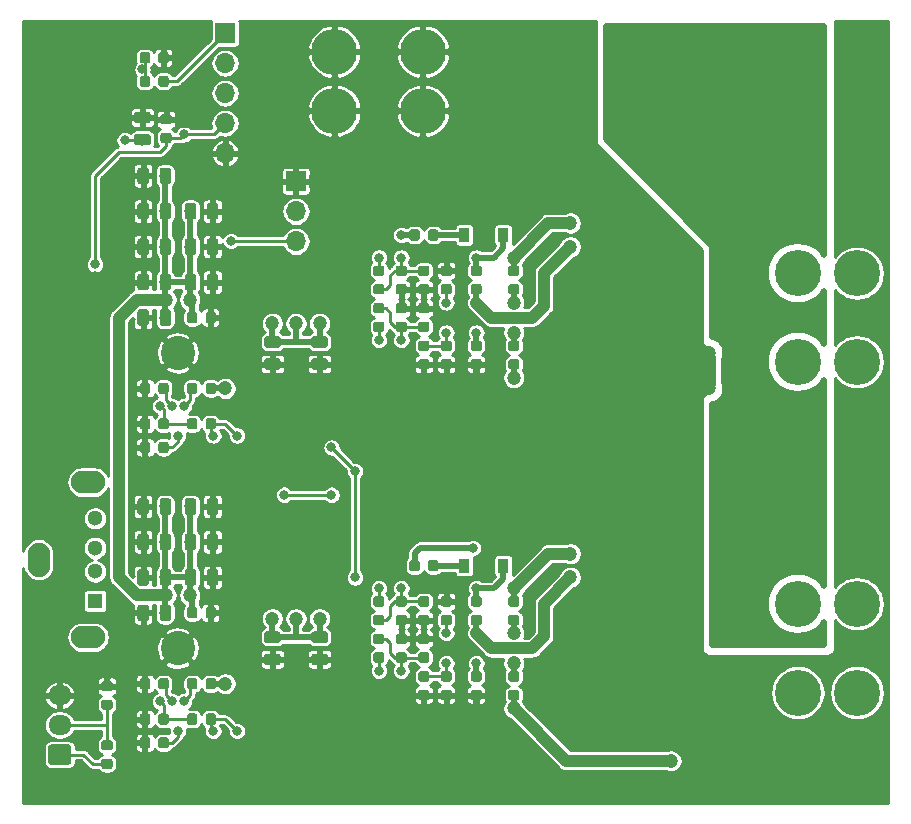
<source format=gbr>
G04 #@! TF.GenerationSoftware,KiCad,Pcbnew,(5.1.2)-1*
G04 #@! TF.CreationDate,2019-12-27T14:53:11-08:00*
G04 #@! TF.ProjectId,design,64657369-676e-42e6-9b69-6361645f7063,rev?*
G04 #@! TF.SameCoordinates,Original*
G04 #@! TF.FileFunction,Copper,L2,Bot*
G04 #@! TF.FilePolarity,Positive*
%FSLAX46Y46*%
G04 Gerber Fmt 4.6, Leading zero omitted, Abs format (unit mm)*
G04 Created by KiCad (PCBNEW (5.1.2)-1) date 2019-12-27 14:53:11*
%MOMM*%
%LPD*%
G04 APERTURE LIST*
%ADD10C,0.100000*%
%ADD11C,0.875000*%
%ADD12C,0.975000*%
%ADD13C,1.700000*%
%ADD14O,1.950000X1.700000*%
%ADD15R,1.700000X1.700000*%
%ADD16O,1.700000X1.700000*%
%ADD17R,0.900000X1.200000*%
%ADD18O,3.900000X3.900000*%
%ADD19R,1.300000X1.300000*%
%ADD20C,1.300000*%
%ADD21O,2.900000X1.900000*%
%ADD22O,1.900000X2.900000*%
%ADD23C,2.900000*%
%ADD24C,0.800000*%
%ADD25C,1.200000*%
%ADD26C,0.250000*%
%ADD27C,0.500000*%
%ADD28C,1.000000*%
%ADD29C,0.254000*%
%ADD30C,0.508000*%
G04 APERTURE END LIST*
D10*
G36*
X168722691Y-59526053D02*
G01*
X168743926Y-59529203D01*
X168764750Y-59534419D01*
X168784962Y-59541651D01*
X168804368Y-59550830D01*
X168822781Y-59561866D01*
X168840024Y-59574654D01*
X168855930Y-59589070D01*
X168870346Y-59604976D01*
X168883134Y-59622219D01*
X168894170Y-59640632D01*
X168903349Y-59660038D01*
X168910581Y-59680250D01*
X168915797Y-59701074D01*
X168918947Y-59722309D01*
X168920000Y-59743750D01*
X168920000Y-60181250D01*
X168918947Y-60202691D01*
X168915797Y-60223926D01*
X168910581Y-60244750D01*
X168903349Y-60264962D01*
X168894170Y-60284368D01*
X168883134Y-60302781D01*
X168870346Y-60320024D01*
X168855930Y-60335930D01*
X168840024Y-60350346D01*
X168822781Y-60363134D01*
X168804368Y-60374170D01*
X168784962Y-60383349D01*
X168764750Y-60390581D01*
X168743926Y-60395797D01*
X168722691Y-60398947D01*
X168701250Y-60400000D01*
X168188750Y-60400000D01*
X168167309Y-60398947D01*
X168146074Y-60395797D01*
X168125250Y-60390581D01*
X168105038Y-60383349D01*
X168085632Y-60374170D01*
X168067219Y-60363134D01*
X168049976Y-60350346D01*
X168034070Y-60335930D01*
X168019654Y-60320024D01*
X168006866Y-60302781D01*
X167995830Y-60284368D01*
X167986651Y-60264962D01*
X167979419Y-60244750D01*
X167974203Y-60223926D01*
X167971053Y-60202691D01*
X167970000Y-60181250D01*
X167970000Y-59743750D01*
X167971053Y-59722309D01*
X167974203Y-59701074D01*
X167979419Y-59680250D01*
X167986651Y-59660038D01*
X167995830Y-59640632D01*
X168006866Y-59622219D01*
X168019654Y-59604976D01*
X168034070Y-59589070D01*
X168049976Y-59574654D01*
X168067219Y-59561866D01*
X168085632Y-59550830D01*
X168105038Y-59541651D01*
X168125250Y-59534419D01*
X168146074Y-59529203D01*
X168167309Y-59526053D01*
X168188750Y-59525000D01*
X168701250Y-59525000D01*
X168722691Y-59526053D01*
X168722691Y-59526053D01*
G37*
D11*
X168445000Y-59962500D03*
D10*
G36*
X168722691Y-57951053D02*
G01*
X168743926Y-57954203D01*
X168764750Y-57959419D01*
X168784962Y-57966651D01*
X168804368Y-57975830D01*
X168822781Y-57986866D01*
X168840024Y-57999654D01*
X168855930Y-58014070D01*
X168870346Y-58029976D01*
X168883134Y-58047219D01*
X168894170Y-58065632D01*
X168903349Y-58085038D01*
X168910581Y-58105250D01*
X168915797Y-58126074D01*
X168918947Y-58147309D01*
X168920000Y-58168750D01*
X168920000Y-58606250D01*
X168918947Y-58627691D01*
X168915797Y-58648926D01*
X168910581Y-58669750D01*
X168903349Y-58689962D01*
X168894170Y-58709368D01*
X168883134Y-58727781D01*
X168870346Y-58745024D01*
X168855930Y-58760930D01*
X168840024Y-58775346D01*
X168822781Y-58788134D01*
X168804368Y-58799170D01*
X168784962Y-58808349D01*
X168764750Y-58815581D01*
X168743926Y-58820797D01*
X168722691Y-58823947D01*
X168701250Y-58825000D01*
X168188750Y-58825000D01*
X168167309Y-58823947D01*
X168146074Y-58820797D01*
X168125250Y-58815581D01*
X168105038Y-58808349D01*
X168085632Y-58799170D01*
X168067219Y-58788134D01*
X168049976Y-58775346D01*
X168034070Y-58760930D01*
X168019654Y-58745024D01*
X168006866Y-58727781D01*
X167995830Y-58709368D01*
X167986651Y-58689962D01*
X167979419Y-58669750D01*
X167974203Y-58648926D01*
X167971053Y-58627691D01*
X167970000Y-58606250D01*
X167970000Y-58168750D01*
X167971053Y-58147309D01*
X167974203Y-58126074D01*
X167979419Y-58105250D01*
X167986651Y-58085038D01*
X167995830Y-58065632D01*
X168006866Y-58047219D01*
X168019654Y-58029976D01*
X168034070Y-58014070D01*
X168049976Y-57999654D01*
X168067219Y-57986866D01*
X168085632Y-57975830D01*
X168105038Y-57966651D01*
X168125250Y-57959419D01*
X168146074Y-57954203D01*
X168167309Y-57951053D01*
X168188750Y-57950000D01*
X168701250Y-57950000D01*
X168722691Y-57951053D01*
X168722691Y-57951053D01*
G37*
D11*
X168445000Y-58387500D03*
D10*
G36*
X134277691Y-86776053D02*
G01*
X134298926Y-86779203D01*
X134319750Y-86784419D01*
X134339962Y-86791651D01*
X134359368Y-86800830D01*
X134377781Y-86811866D01*
X134395024Y-86824654D01*
X134410930Y-86839070D01*
X134425346Y-86854976D01*
X134438134Y-86872219D01*
X134449170Y-86890632D01*
X134458349Y-86910038D01*
X134465581Y-86930250D01*
X134470797Y-86951074D01*
X134473947Y-86972309D01*
X134475000Y-86993750D01*
X134475000Y-87431250D01*
X134473947Y-87452691D01*
X134470797Y-87473926D01*
X134465581Y-87494750D01*
X134458349Y-87514962D01*
X134449170Y-87534368D01*
X134438134Y-87552781D01*
X134425346Y-87570024D01*
X134410930Y-87585930D01*
X134395024Y-87600346D01*
X134377781Y-87613134D01*
X134359368Y-87624170D01*
X134339962Y-87633349D01*
X134319750Y-87640581D01*
X134298926Y-87645797D01*
X134277691Y-87648947D01*
X134256250Y-87650000D01*
X133743750Y-87650000D01*
X133722309Y-87648947D01*
X133701074Y-87645797D01*
X133680250Y-87640581D01*
X133660038Y-87633349D01*
X133640632Y-87624170D01*
X133622219Y-87613134D01*
X133604976Y-87600346D01*
X133589070Y-87585930D01*
X133574654Y-87570024D01*
X133561866Y-87552781D01*
X133550830Y-87534368D01*
X133541651Y-87514962D01*
X133534419Y-87494750D01*
X133529203Y-87473926D01*
X133526053Y-87452691D01*
X133525000Y-87431250D01*
X133525000Y-86993750D01*
X133526053Y-86972309D01*
X133529203Y-86951074D01*
X133534419Y-86930250D01*
X133541651Y-86910038D01*
X133550830Y-86890632D01*
X133561866Y-86872219D01*
X133574654Y-86854976D01*
X133589070Y-86839070D01*
X133604976Y-86824654D01*
X133622219Y-86811866D01*
X133640632Y-86800830D01*
X133660038Y-86791651D01*
X133680250Y-86784419D01*
X133701074Y-86779203D01*
X133722309Y-86776053D01*
X133743750Y-86775000D01*
X134256250Y-86775000D01*
X134277691Y-86776053D01*
X134277691Y-86776053D01*
G37*
D11*
X134000000Y-87212500D03*
D10*
G36*
X134277691Y-88351053D02*
G01*
X134298926Y-88354203D01*
X134319750Y-88359419D01*
X134339962Y-88366651D01*
X134359368Y-88375830D01*
X134377781Y-88386866D01*
X134395024Y-88399654D01*
X134410930Y-88414070D01*
X134425346Y-88429976D01*
X134438134Y-88447219D01*
X134449170Y-88465632D01*
X134458349Y-88485038D01*
X134465581Y-88505250D01*
X134470797Y-88526074D01*
X134473947Y-88547309D01*
X134475000Y-88568750D01*
X134475000Y-89006250D01*
X134473947Y-89027691D01*
X134470797Y-89048926D01*
X134465581Y-89069750D01*
X134458349Y-89089962D01*
X134449170Y-89109368D01*
X134438134Y-89127781D01*
X134425346Y-89145024D01*
X134410930Y-89160930D01*
X134395024Y-89175346D01*
X134377781Y-89188134D01*
X134359368Y-89199170D01*
X134339962Y-89208349D01*
X134319750Y-89215581D01*
X134298926Y-89220797D01*
X134277691Y-89223947D01*
X134256250Y-89225000D01*
X133743750Y-89225000D01*
X133722309Y-89223947D01*
X133701074Y-89220797D01*
X133680250Y-89215581D01*
X133660038Y-89208349D01*
X133640632Y-89199170D01*
X133622219Y-89188134D01*
X133604976Y-89175346D01*
X133589070Y-89160930D01*
X133574654Y-89145024D01*
X133561866Y-89127781D01*
X133550830Y-89109368D01*
X133541651Y-89089962D01*
X133534419Y-89069750D01*
X133529203Y-89048926D01*
X133526053Y-89027691D01*
X133525000Y-89006250D01*
X133525000Y-88568750D01*
X133526053Y-88547309D01*
X133529203Y-88526074D01*
X133534419Y-88505250D01*
X133541651Y-88485038D01*
X133550830Y-88465632D01*
X133561866Y-88447219D01*
X133574654Y-88429976D01*
X133589070Y-88414070D01*
X133604976Y-88399654D01*
X133622219Y-88386866D01*
X133640632Y-88375830D01*
X133660038Y-88366651D01*
X133680250Y-88359419D01*
X133701074Y-88354203D01*
X133722309Y-88351053D01*
X133743750Y-88350000D01*
X134256250Y-88350000D01*
X134277691Y-88351053D01*
X134277691Y-88351053D01*
G37*
D11*
X134000000Y-88787500D03*
D10*
G36*
X134277691Y-93351053D02*
G01*
X134298926Y-93354203D01*
X134319750Y-93359419D01*
X134339962Y-93366651D01*
X134359368Y-93375830D01*
X134377781Y-93386866D01*
X134395024Y-93399654D01*
X134410930Y-93414070D01*
X134425346Y-93429976D01*
X134438134Y-93447219D01*
X134449170Y-93465632D01*
X134458349Y-93485038D01*
X134465581Y-93505250D01*
X134470797Y-93526074D01*
X134473947Y-93547309D01*
X134475000Y-93568750D01*
X134475000Y-94006250D01*
X134473947Y-94027691D01*
X134470797Y-94048926D01*
X134465581Y-94069750D01*
X134458349Y-94089962D01*
X134449170Y-94109368D01*
X134438134Y-94127781D01*
X134425346Y-94145024D01*
X134410930Y-94160930D01*
X134395024Y-94175346D01*
X134377781Y-94188134D01*
X134359368Y-94199170D01*
X134339962Y-94208349D01*
X134319750Y-94215581D01*
X134298926Y-94220797D01*
X134277691Y-94223947D01*
X134256250Y-94225000D01*
X133743750Y-94225000D01*
X133722309Y-94223947D01*
X133701074Y-94220797D01*
X133680250Y-94215581D01*
X133660038Y-94208349D01*
X133640632Y-94199170D01*
X133622219Y-94188134D01*
X133604976Y-94175346D01*
X133589070Y-94160930D01*
X133574654Y-94145024D01*
X133561866Y-94127781D01*
X133550830Y-94109368D01*
X133541651Y-94089962D01*
X133534419Y-94069750D01*
X133529203Y-94048926D01*
X133526053Y-94027691D01*
X133525000Y-94006250D01*
X133525000Y-93568750D01*
X133526053Y-93547309D01*
X133529203Y-93526074D01*
X133534419Y-93505250D01*
X133541651Y-93485038D01*
X133550830Y-93465632D01*
X133561866Y-93447219D01*
X133574654Y-93429976D01*
X133589070Y-93414070D01*
X133604976Y-93399654D01*
X133622219Y-93386866D01*
X133640632Y-93375830D01*
X133660038Y-93366651D01*
X133680250Y-93359419D01*
X133701074Y-93354203D01*
X133722309Y-93351053D01*
X133743750Y-93350000D01*
X134256250Y-93350000D01*
X134277691Y-93351053D01*
X134277691Y-93351053D01*
G37*
D11*
X134000000Y-93787500D03*
D10*
G36*
X134277691Y-91776053D02*
G01*
X134298926Y-91779203D01*
X134319750Y-91784419D01*
X134339962Y-91791651D01*
X134359368Y-91800830D01*
X134377781Y-91811866D01*
X134395024Y-91824654D01*
X134410930Y-91839070D01*
X134425346Y-91854976D01*
X134438134Y-91872219D01*
X134449170Y-91890632D01*
X134458349Y-91910038D01*
X134465581Y-91930250D01*
X134470797Y-91951074D01*
X134473947Y-91972309D01*
X134475000Y-91993750D01*
X134475000Y-92431250D01*
X134473947Y-92452691D01*
X134470797Y-92473926D01*
X134465581Y-92494750D01*
X134458349Y-92514962D01*
X134449170Y-92534368D01*
X134438134Y-92552781D01*
X134425346Y-92570024D01*
X134410930Y-92585930D01*
X134395024Y-92600346D01*
X134377781Y-92613134D01*
X134359368Y-92624170D01*
X134339962Y-92633349D01*
X134319750Y-92640581D01*
X134298926Y-92645797D01*
X134277691Y-92648947D01*
X134256250Y-92650000D01*
X133743750Y-92650000D01*
X133722309Y-92648947D01*
X133701074Y-92645797D01*
X133680250Y-92640581D01*
X133660038Y-92633349D01*
X133640632Y-92624170D01*
X133622219Y-92613134D01*
X133604976Y-92600346D01*
X133589070Y-92585930D01*
X133574654Y-92570024D01*
X133561866Y-92552781D01*
X133550830Y-92534368D01*
X133541651Y-92514962D01*
X133534419Y-92494750D01*
X133529203Y-92473926D01*
X133526053Y-92452691D01*
X133525000Y-92431250D01*
X133525000Y-91993750D01*
X133526053Y-91972309D01*
X133529203Y-91951074D01*
X133534419Y-91930250D01*
X133541651Y-91910038D01*
X133550830Y-91890632D01*
X133561866Y-91872219D01*
X133574654Y-91854976D01*
X133589070Y-91839070D01*
X133604976Y-91824654D01*
X133622219Y-91811866D01*
X133640632Y-91800830D01*
X133660038Y-91791651D01*
X133680250Y-91784419D01*
X133701074Y-91779203D01*
X133722309Y-91776053D01*
X133743750Y-91775000D01*
X134256250Y-91775000D01*
X134277691Y-91776053D01*
X134277691Y-91776053D01*
G37*
D11*
X134000000Y-92212500D03*
D10*
G36*
X137452691Y-89526053D02*
G01*
X137473926Y-89529203D01*
X137494750Y-89534419D01*
X137514962Y-89541651D01*
X137534368Y-89550830D01*
X137552781Y-89561866D01*
X137570024Y-89574654D01*
X137585930Y-89589070D01*
X137600346Y-89604976D01*
X137613134Y-89622219D01*
X137624170Y-89640632D01*
X137633349Y-89660038D01*
X137640581Y-89680250D01*
X137645797Y-89701074D01*
X137648947Y-89722309D01*
X137650000Y-89743750D01*
X137650000Y-90256250D01*
X137648947Y-90277691D01*
X137645797Y-90298926D01*
X137640581Y-90319750D01*
X137633349Y-90339962D01*
X137624170Y-90359368D01*
X137613134Y-90377781D01*
X137600346Y-90395024D01*
X137585930Y-90410930D01*
X137570024Y-90425346D01*
X137552781Y-90438134D01*
X137534368Y-90449170D01*
X137514962Y-90458349D01*
X137494750Y-90465581D01*
X137473926Y-90470797D01*
X137452691Y-90473947D01*
X137431250Y-90475000D01*
X136993750Y-90475000D01*
X136972309Y-90473947D01*
X136951074Y-90470797D01*
X136930250Y-90465581D01*
X136910038Y-90458349D01*
X136890632Y-90449170D01*
X136872219Y-90438134D01*
X136854976Y-90425346D01*
X136839070Y-90410930D01*
X136824654Y-90395024D01*
X136811866Y-90377781D01*
X136800830Y-90359368D01*
X136791651Y-90339962D01*
X136784419Y-90319750D01*
X136779203Y-90298926D01*
X136776053Y-90277691D01*
X136775000Y-90256250D01*
X136775000Y-89743750D01*
X136776053Y-89722309D01*
X136779203Y-89701074D01*
X136784419Y-89680250D01*
X136791651Y-89660038D01*
X136800830Y-89640632D01*
X136811866Y-89622219D01*
X136824654Y-89604976D01*
X136839070Y-89589070D01*
X136854976Y-89574654D01*
X136872219Y-89561866D01*
X136890632Y-89550830D01*
X136910038Y-89541651D01*
X136930250Y-89534419D01*
X136951074Y-89529203D01*
X136972309Y-89526053D01*
X136993750Y-89525000D01*
X137431250Y-89525000D01*
X137452691Y-89526053D01*
X137452691Y-89526053D01*
G37*
D11*
X137212500Y-90000000D03*
D10*
G36*
X139027691Y-89526053D02*
G01*
X139048926Y-89529203D01*
X139069750Y-89534419D01*
X139089962Y-89541651D01*
X139109368Y-89550830D01*
X139127781Y-89561866D01*
X139145024Y-89574654D01*
X139160930Y-89589070D01*
X139175346Y-89604976D01*
X139188134Y-89622219D01*
X139199170Y-89640632D01*
X139208349Y-89660038D01*
X139215581Y-89680250D01*
X139220797Y-89701074D01*
X139223947Y-89722309D01*
X139225000Y-89743750D01*
X139225000Y-90256250D01*
X139223947Y-90277691D01*
X139220797Y-90298926D01*
X139215581Y-90319750D01*
X139208349Y-90339962D01*
X139199170Y-90359368D01*
X139188134Y-90377781D01*
X139175346Y-90395024D01*
X139160930Y-90410930D01*
X139145024Y-90425346D01*
X139127781Y-90438134D01*
X139109368Y-90449170D01*
X139089962Y-90458349D01*
X139069750Y-90465581D01*
X139048926Y-90470797D01*
X139027691Y-90473947D01*
X139006250Y-90475000D01*
X138568750Y-90475000D01*
X138547309Y-90473947D01*
X138526074Y-90470797D01*
X138505250Y-90465581D01*
X138485038Y-90458349D01*
X138465632Y-90449170D01*
X138447219Y-90438134D01*
X138429976Y-90425346D01*
X138414070Y-90410930D01*
X138399654Y-90395024D01*
X138386866Y-90377781D01*
X138375830Y-90359368D01*
X138366651Y-90339962D01*
X138359419Y-90319750D01*
X138354203Y-90298926D01*
X138351053Y-90277691D01*
X138350000Y-90256250D01*
X138350000Y-89743750D01*
X138351053Y-89722309D01*
X138354203Y-89701074D01*
X138359419Y-89680250D01*
X138366651Y-89660038D01*
X138375830Y-89640632D01*
X138386866Y-89622219D01*
X138399654Y-89604976D01*
X138414070Y-89589070D01*
X138429976Y-89574654D01*
X138447219Y-89561866D01*
X138465632Y-89550830D01*
X138485038Y-89541651D01*
X138505250Y-89534419D01*
X138526074Y-89529203D01*
X138547309Y-89526053D01*
X138568750Y-89525000D01*
X139006250Y-89525000D01*
X139027691Y-89526053D01*
X139027691Y-89526053D01*
G37*
D11*
X138787500Y-90000000D03*
D10*
G36*
X143027691Y-89526053D02*
G01*
X143048926Y-89529203D01*
X143069750Y-89534419D01*
X143089962Y-89541651D01*
X143109368Y-89550830D01*
X143127781Y-89561866D01*
X143145024Y-89574654D01*
X143160930Y-89589070D01*
X143175346Y-89604976D01*
X143188134Y-89622219D01*
X143199170Y-89640632D01*
X143208349Y-89660038D01*
X143215581Y-89680250D01*
X143220797Y-89701074D01*
X143223947Y-89722309D01*
X143225000Y-89743750D01*
X143225000Y-90256250D01*
X143223947Y-90277691D01*
X143220797Y-90298926D01*
X143215581Y-90319750D01*
X143208349Y-90339962D01*
X143199170Y-90359368D01*
X143188134Y-90377781D01*
X143175346Y-90395024D01*
X143160930Y-90410930D01*
X143145024Y-90425346D01*
X143127781Y-90438134D01*
X143109368Y-90449170D01*
X143089962Y-90458349D01*
X143069750Y-90465581D01*
X143048926Y-90470797D01*
X143027691Y-90473947D01*
X143006250Y-90475000D01*
X142568750Y-90475000D01*
X142547309Y-90473947D01*
X142526074Y-90470797D01*
X142505250Y-90465581D01*
X142485038Y-90458349D01*
X142465632Y-90449170D01*
X142447219Y-90438134D01*
X142429976Y-90425346D01*
X142414070Y-90410930D01*
X142399654Y-90395024D01*
X142386866Y-90377781D01*
X142375830Y-90359368D01*
X142366651Y-90339962D01*
X142359419Y-90319750D01*
X142354203Y-90298926D01*
X142351053Y-90277691D01*
X142350000Y-90256250D01*
X142350000Y-89743750D01*
X142351053Y-89722309D01*
X142354203Y-89701074D01*
X142359419Y-89680250D01*
X142366651Y-89660038D01*
X142375830Y-89640632D01*
X142386866Y-89622219D01*
X142399654Y-89604976D01*
X142414070Y-89589070D01*
X142429976Y-89574654D01*
X142447219Y-89561866D01*
X142465632Y-89550830D01*
X142485038Y-89541651D01*
X142505250Y-89534419D01*
X142526074Y-89529203D01*
X142547309Y-89526053D01*
X142568750Y-89525000D01*
X143006250Y-89525000D01*
X143027691Y-89526053D01*
X143027691Y-89526053D01*
G37*
D11*
X142787500Y-90000000D03*
D10*
G36*
X141452691Y-89526053D02*
G01*
X141473926Y-89529203D01*
X141494750Y-89534419D01*
X141514962Y-89541651D01*
X141534368Y-89550830D01*
X141552781Y-89561866D01*
X141570024Y-89574654D01*
X141585930Y-89589070D01*
X141600346Y-89604976D01*
X141613134Y-89622219D01*
X141624170Y-89640632D01*
X141633349Y-89660038D01*
X141640581Y-89680250D01*
X141645797Y-89701074D01*
X141648947Y-89722309D01*
X141650000Y-89743750D01*
X141650000Y-90256250D01*
X141648947Y-90277691D01*
X141645797Y-90298926D01*
X141640581Y-90319750D01*
X141633349Y-90339962D01*
X141624170Y-90359368D01*
X141613134Y-90377781D01*
X141600346Y-90395024D01*
X141585930Y-90410930D01*
X141570024Y-90425346D01*
X141552781Y-90438134D01*
X141534368Y-90449170D01*
X141514962Y-90458349D01*
X141494750Y-90465581D01*
X141473926Y-90470797D01*
X141452691Y-90473947D01*
X141431250Y-90475000D01*
X140993750Y-90475000D01*
X140972309Y-90473947D01*
X140951074Y-90470797D01*
X140930250Y-90465581D01*
X140910038Y-90458349D01*
X140890632Y-90449170D01*
X140872219Y-90438134D01*
X140854976Y-90425346D01*
X140839070Y-90410930D01*
X140824654Y-90395024D01*
X140811866Y-90377781D01*
X140800830Y-90359368D01*
X140791651Y-90339962D01*
X140784419Y-90319750D01*
X140779203Y-90298926D01*
X140776053Y-90277691D01*
X140775000Y-90256250D01*
X140775000Y-89743750D01*
X140776053Y-89722309D01*
X140779203Y-89701074D01*
X140784419Y-89680250D01*
X140791651Y-89660038D01*
X140800830Y-89640632D01*
X140811866Y-89622219D01*
X140824654Y-89604976D01*
X140839070Y-89589070D01*
X140854976Y-89574654D01*
X140872219Y-89561866D01*
X140890632Y-89550830D01*
X140910038Y-89541651D01*
X140930250Y-89534419D01*
X140951074Y-89529203D01*
X140972309Y-89526053D01*
X140993750Y-89525000D01*
X141431250Y-89525000D01*
X141452691Y-89526053D01*
X141452691Y-89526053D01*
G37*
D11*
X141212500Y-90000000D03*
D10*
G36*
X143027691Y-80526053D02*
G01*
X143048926Y-80529203D01*
X143069750Y-80534419D01*
X143089962Y-80541651D01*
X143109368Y-80550830D01*
X143127781Y-80561866D01*
X143145024Y-80574654D01*
X143160930Y-80589070D01*
X143175346Y-80604976D01*
X143188134Y-80622219D01*
X143199170Y-80640632D01*
X143208349Y-80660038D01*
X143215581Y-80680250D01*
X143220797Y-80701074D01*
X143223947Y-80722309D01*
X143225000Y-80743750D01*
X143225000Y-81256250D01*
X143223947Y-81277691D01*
X143220797Y-81298926D01*
X143215581Y-81319750D01*
X143208349Y-81339962D01*
X143199170Y-81359368D01*
X143188134Y-81377781D01*
X143175346Y-81395024D01*
X143160930Y-81410930D01*
X143145024Y-81425346D01*
X143127781Y-81438134D01*
X143109368Y-81449170D01*
X143089962Y-81458349D01*
X143069750Y-81465581D01*
X143048926Y-81470797D01*
X143027691Y-81473947D01*
X143006250Y-81475000D01*
X142568750Y-81475000D01*
X142547309Y-81473947D01*
X142526074Y-81470797D01*
X142505250Y-81465581D01*
X142485038Y-81458349D01*
X142465632Y-81449170D01*
X142447219Y-81438134D01*
X142429976Y-81425346D01*
X142414070Y-81410930D01*
X142399654Y-81395024D01*
X142386866Y-81377781D01*
X142375830Y-81359368D01*
X142366651Y-81339962D01*
X142359419Y-81319750D01*
X142354203Y-81298926D01*
X142351053Y-81277691D01*
X142350000Y-81256250D01*
X142350000Y-80743750D01*
X142351053Y-80722309D01*
X142354203Y-80701074D01*
X142359419Y-80680250D01*
X142366651Y-80660038D01*
X142375830Y-80640632D01*
X142386866Y-80622219D01*
X142399654Y-80604976D01*
X142414070Y-80589070D01*
X142429976Y-80574654D01*
X142447219Y-80561866D01*
X142465632Y-80550830D01*
X142485038Y-80541651D01*
X142505250Y-80534419D01*
X142526074Y-80529203D01*
X142547309Y-80526053D01*
X142568750Y-80525000D01*
X143006250Y-80525000D01*
X143027691Y-80526053D01*
X143027691Y-80526053D01*
G37*
D11*
X142787500Y-81000000D03*
D10*
G36*
X141452691Y-80526053D02*
G01*
X141473926Y-80529203D01*
X141494750Y-80534419D01*
X141514962Y-80541651D01*
X141534368Y-80550830D01*
X141552781Y-80561866D01*
X141570024Y-80574654D01*
X141585930Y-80589070D01*
X141600346Y-80604976D01*
X141613134Y-80622219D01*
X141624170Y-80640632D01*
X141633349Y-80660038D01*
X141640581Y-80680250D01*
X141645797Y-80701074D01*
X141648947Y-80722309D01*
X141650000Y-80743750D01*
X141650000Y-81256250D01*
X141648947Y-81277691D01*
X141645797Y-81298926D01*
X141640581Y-81319750D01*
X141633349Y-81339962D01*
X141624170Y-81359368D01*
X141613134Y-81377781D01*
X141600346Y-81395024D01*
X141585930Y-81410930D01*
X141570024Y-81425346D01*
X141552781Y-81438134D01*
X141534368Y-81449170D01*
X141514962Y-81458349D01*
X141494750Y-81465581D01*
X141473926Y-81470797D01*
X141452691Y-81473947D01*
X141431250Y-81475000D01*
X140993750Y-81475000D01*
X140972309Y-81473947D01*
X140951074Y-81470797D01*
X140930250Y-81465581D01*
X140910038Y-81458349D01*
X140890632Y-81449170D01*
X140872219Y-81438134D01*
X140854976Y-81425346D01*
X140839070Y-81410930D01*
X140824654Y-81395024D01*
X140811866Y-81377781D01*
X140800830Y-81359368D01*
X140791651Y-81339962D01*
X140784419Y-81319750D01*
X140779203Y-81298926D01*
X140776053Y-81277691D01*
X140775000Y-81256250D01*
X140775000Y-80743750D01*
X140776053Y-80722309D01*
X140779203Y-80701074D01*
X140784419Y-80680250D01*
X140791651Y-80660038D01*
X140800830Y-80640632D01*
X140811866Y-80622219D01*
X140824654Y-80604976D01*
X140839070Y-80589070D01*
X140854976Y-80574654D01*
X140872219Y-80561866D01*
X140890632Y-80550830D01*
X140910038Y-80541651D01*
X140930250Y-80534419D01*
X140951074Y-80529203D01*
X140972309Y-80526053D01*
X140993750Y-80525000D01*
X141431250Y-80525000D01*
X141452691Y-80526053D01*
X141452691Y-80526053D01*
G37*
D11*
X141212500Y-81000000D03*
D10*
G36*
X139277691Y-40351053D02*
G01*
X139298926Y-40354203D01*
X139319750Y-40359419D01*
X139339962Y-40366651D01*
X139359368Y-40375830D01*
X139377781Y-40386866D01*
X139395024Y-40399654D01*
X139410930Y-40414070D01*
X139425346Y-40429976D01*
X139438134Y-40447219D01*
X139449170Y-40465632D01*
X139458349Y-40485038D01*
X139465581Y-40505250D01*
X139470797Y-40526074D01*
X139473947Y-40547309D01*
X139475000Y-40568750D01*
X139475000Y-41006250D01*
X139473947Y-41027691D01*
X139470797Y-41048926D01*
X139465581Y-41069750D01*
X139458349Y-41089962D01*
X139449170Y-41109368D01*
X139438134Y-41127781D01*
X139425346Y-41145024D01*
X139410930Y-41160930D01*
X139395024Y-41175346D01*
X139377781Y-41188134D01*
X139359368Y-41199170D01*
X139339962Y-41208349D01*
X139319750Y-41215581D01*
X139298926Y-41220797D01*
X139277691Y-41223947D01*
X139256250Y-41225000D01*
X138743750Y-41225000D01*
X138722309Y-41223947D01*
X138701074Y-41220797D01*
X138680250Y-41215581D01*
X138660038Y-41208349D01*
X138640632Y-41199170D01*
X138622219Y-41188134D01*
X138604976Y-41175346D01*
X138589070Y-41160930D01*
X138574654Y-41145024D01*
X138561866Y-41127781D01*
X138550830Y-41109368D01*
X138541651Y-41089962D01*
X138534419Y-41069750D01*
X138529203Y-41048926D01*
X138526053Y-41027691D01*
X138525000Y-41006250D01*
X138525000Y-40568750D01*
X138526053Y-40547309D01*
X138529203Y-40526074D01*
X138534419Y-40505250D01*
X138541651Y-40485038D01*
X138550830Y-40465632D01*
X138561866Y-40447219D01*
X138574654Y-40429976D01*
X138589070Y-40414070D01*
X138604976Y-40399654D01*
X138622219Y-40386866D01*
X138640632Y-40375830D01*
X138660038Y-40366651D01*
X138680250Y-40359419D01*
X138701074Y-40354203D01*
X138722309Y-40351053D01*
X138743750Y-40350000D01*
X139256250Y-40350000D01*
X139277691Y-40351053D01*
X139277691Y-40351053D01*
G37*
D11*
X139000000Y-40787500D03*
D10*
G36*
X139277691Y-38776053D02*
G01*
X139298926Y-38779203D01*
X139319750Y-38784419D01*
X139339962Y-38791651D01*
X139359368Y-38800830D01*
X139377781Y-38811866D01*
X139395024Y-38824654D01*
X139410930Y-38839070D01*
X139425346Y-38854976D01*
X139438134Y-38872219D01*
X139449170Y-38890632D01*
X139458349Y-38910038D01*
X139465581Y-38930250D01*
X139470797Y-38951074D01*
X139473947Y-38972309D01*
X139475000Y-38993750D01*
X139475000Y-39431250D01*
X139473947Y-39452691D01*
X139470797Y-39473926D01*
X139465581Y-39494750D01*
X139458349Y-39514962D01*
X139449170Y-39534368D01*
X139438134Y-39552781D01*
X139425346Y-39570024D01*
X139410930Y-39585930D01*
X139395024Y-39600346D01*
X139377781Y-39613134D01*
X139359368Y-39624170D01*
X139339962Y-39633349D01*
X139319750Y-39640581D01*
X139298926Y-39645797D01*
X139277691Y-39648947D01*
X139256250Y-39650000D01*
X138743750Y-39650000D01*
X138722309Y-39648947D01*
X138701074Y-39645797D01*
X138680250Y-39640581D01*
X138660038Y-39633349D01*
X138640632Y-39624170D01*
X138622219Y-39613134D01*
X138604976Y-39600346D01*
X138589070Y-39585930D01*
X138574654Y-39570024D01*
X138561866Y-39552781D01*
X138550830Y-39534368D01*
X138541651Y-39514962D01*
X138534419Y-39494750D01*
X138529203Y-39473926D01*
X138526053Y-39452691D01*
X138525000Y-39431250D01*
X138525000Y-38993750D01*
X138526053Y-38972309D01*
X138529203Y-38951074D01*
X138534419Y-38930250D01*
X138541651Y-38910038D01*
X138550830Y-38890632D01*
X138561866Y-38872219D01*
X138574654Y-38854976D01*
X138589070Y-38839070D01*
X138604976Y-38824654D01*
X138622219Y-38811866D01*
X138640632Y-38800830D01*
X138660038Y-38791651D01*
X138680250Y-38784419D01*
X138701074Y-38779203D01*
X138722309Y-38776053D01*
X138743750Y-38775000D01*
X139256250Y-38775000D01*
X139277691Y-38776053D01*
X139277691Y-38776053D01*
G37*
D11*
X139000000Y-39212500D03*
D10*
G36*
X137480142Y-40451174D02*
G01*
X137503803Y-40454684D01*
X137527007Y-40460496D01*
X137549529Y-40468554D01*
X137571153Y-40478782D01*
X137591670Y-40491079D01*
X137610883Y-40505329D01*
X137628607Y-40521393D01*
X137644671Y-40539117D01*
X137658921Y-40558330D01*
X137671218Y-40578847D01*
X137681446Y-40600471D01*
X137689504Y-40622993D01*
X137695316Y-40646197D01*
X137698826Y-40669858D01*
X137700000Y-40693750D01*
X137700000Y-41181250D01*
X137698826Y-41205142D01*
X137695316Y-41228803D01*
X137689504Y-41252007D01*
X137681446Y-41274529D01*
X137671218Y-41296153D01*
X137658921Y-41316670D01*
X137644671Y-41335883D01*
X137628607Y-41353607D01*
X137610883Y-41369671D01*
X137591670Y-41383921D01*
X137571153Y-41396218D01*
X137549529Y-41406446D01*
X137527007Y-41414504D01*
X137503803Y-41420316D01*
X137480142Y-41423826D01*
X137456250Y-41425000D01*
X136543750Y-41425000D01*
X136519858Y-41423826D01*
X136496197Y-41420316D01*
X136472993Y-41414504D01*
X136450471Y-41406446D01*
X136428847Y-41396218D01*
X136408330Y-41383921D01*
X136389117Y-41369671D01*
X136371393Y-41353607D01*
X136355329Y-41335883D01*
X136341079Y-41316670D01*
X136328782Y-41296153D01*
X136318554Y-41274529D01*
X136310496Y-41252007D01*
X136304684Y-41228803D01*
X136301174Y-41205142D01*
X136300000Y-41181250D01*
X136300000Y-40693750D01*
X136301174Y-40669858D01*
X136304684Y-40646197D01*
X136310496Y-40622993D01*
X136318554Y-40600471D01*
X136328782Y-40578847D01*
X136341079Y-40558330D01*
X136355329Y-40539117D01*
X136371393Y-40521393D01*
X136389117Y-40505329D01*
X136408330Y-40491079D01*
X136428847Y-40478782D01*
X136450471Y-40468554D01*
X136472993Y-40460496D01*
X136496197Y-40454684D01*
X136519858Y-40451174D01*
X136543750Y-40450000D01*
X137456250Y-40450000D01*
X137480142Y-40451174D01*
X137480142Y-40451174D01*
G37*
D12*
X137000000Y-40937500D03*
D10*
G36*
X137480142Y-38576174D02*
G01*
X137503803Y-38579684D01*
X137527007Y-38585496D01*
X137549529Y-38593554D01*
X137571153Y-38603782D01*
X137591670Y-38616079D01*
X137610883Y-38630329D01*
X137628607Y-38646393D01*
X137644671Y-38664117D01*
X137658921Y-38683330D01*
X137671218Y-38703847D01*
X137681446Y-38725471D01*
X137689504Y-38747993D01*
X137695316Y-38771197D01*
X137698826Y-38794858D01*
X137700000Y-38818750D01*
X137700000Y-39306250D01*
X137698826Y-39330142D01*
X137695316Y-39353803D01*
X137689504Y-39377007D01*
X137681446Y-39399529D01*
X137671218Y-39421153D01*
X137658921Y-39441670D01*
X137644671Y-39460883D01*
X137628607Y-39478607D01*
X137610883Y-39494671D01*
X137591670Y-39508921D01*
X137571153Y-39521218D01*
X137549529Y-39531446D01*
X137527007Y-39539504D01*
X137503803Y-39545316D01*
X137480142Y-39548826D01*
X137456250Y-39550000D01*
X136543750Y-39550000D01*
X136519858Y-39548826D01*
X136496197Y-39545316D01*
X136472993Y-39539504D01*
X136450471Y-39531446D01*
X136428847Y-39521218D01*
X136408330Y-39508921D01*
X136389117Y-39494671D01*
X136371393Y-39478607D01*
X136355329Y-39460883D01*
X136341079Y-39441670D01*
X136328782Y-39421153D01*
X136318554Y-39399529D01*
X136310496Y-39377007D01*
X136304684Y-39353803D01*
X136301174Y-39330142D01*
X136300000Y-39306250D01*
X136300000Y-38818750D01*
X136301174Y-38794858D01*
X136304684Y-38771197D01*
X136310496Y-38747993D01*
X136318554Y-38725471D01*
X136328782Y-38703847D01*
X136341079Y-38683330D01*
X136355329Y-38664117D01*
X136371393Y-38646393D01*
X136389117Y-38630329D01*
X136408330Y-38616079D01*
X136428847Y-38603782D01*
X136450471Y-38593554D01*
X136472993Y-38585496D01*
X136496197Y-38579684D01*
X136519858Y-38576174D01*
X136543750Y-38575000D01*
X137456250Y-38575000D01*
X137480142Y-38576174D01*
X137480142Y-38576174D01*
G37*
D12*
X137000000Y-39062500D03*
D10*
G36*
X130749504Y-92151204D02*
G01*
X130773773Y-92154804D01*
X130797571Y-92160765D01*
X130820671Y-92169030D01*
X130842849Y-92179520D01*
X130863893Y-92192133D01*
X130883598Y-92206747D01*
X130901777Y-92223223D01*
X130918253Y-92241402D01*
X130932867Y-92261107D01*
X130945480Y-92282151D01*
X130955970Y-92304329D01*
X130964235Y-92327429D01*
X130970196Y-92351227D01*
X130973796Y-92375496D01*
X130975000Y-92400000D01*
X130975000Y-93600000D01*
X130973796Y-93624504D01*
X130970196Y-93648773D01*
X130964235Y-93672571D01*
X130955970Y-93695671D01*
X130945480Y-93717849D01*
X130932867Y-93738893D01*
X130918253Y-93758598D01*
X130901777Y-93776777D01*
X130883598Y-93793253D01*
X130863893Y-93807867D01*
X130842849Y-93820480D01*
X130820671Y-93830970D01*
X130797571Y-93839235D01*
X130773773Y-93845196D01*
X130749504Y-93848796D01*
X130725000Y-93850000D01*
X129275000Y-93850000D01*
X129250496Y-93848796D01*
X129226227Y-93845196D01*
X129202429Y-93839235D01*
X129179329Y-93830970D01*
X129157151Y-93820480D01*
X129136107Y-93807867D01*
X129116402Y-93793253D01*
X129098223Y-93776777D01*
X129081747Y-93758598D01*
X129067133Y-93738893D01*
X129054520Y-93717849D01*
X129044030Y-93695671D01*
X129035765Y-93672571D01*
X129029804Y-93648773D01*
X129026204Y-93624504D01*
X129025000Y-93600000D01*
X129025000Y-92400000D01*
X129026204Y-92375496D01*
X129029804Y-92351227D01*
X129035765Y-92327429D01*
X129044030Y-92304329D01*
X129054520Y-92282151D01*
X129067133Y-92261107D01*
X129081747Y-92241402D01*
X129098223Y-92223223D01*
X129116402Y-92206747D01*
X129136107Y-92192133D01*
X129157151Y-92179520D01*
X129179329Y-92169030D01*
X129202429Y-92160765D01*
X129226227Y-92154804D01*
X129250496Y-92151204D01*
X129275000Y-92150000D01*
X130725000Y-92150000D01*
X130749504Y-92151204D01*
X130749504Y-92151204D01*
G37*
D13*
X130000000Y-93000000D03*
D14*
X130000000Y-90500000D03*
X130000000Y-88000000D03*
D15*
X144000000Y-31920000D03*
D16*
X144000000Y-34460000D03*
X144000000Y-37000000D03*
X144000000Y-39540000D03*
X144000000Y-42080000D03*
D10*
G36*
X168722691Y-51601053D02*
G01*
X168743926Y-51604203D01*
X168764750Y-51609419D01*
X168784962Y-51616651D01*
X168804368Y-51625830D01*
X168822781Y-51636866D01*
X168840024Y-51649654D01*
X168855930Y-51664070D01*
X168870346Y-51679976D01*
X168883134Y-51697219D01*
X168894170Y-51715632D01*
X168903349Y-51735038D01*
X168910581Y-51755250D01*
X168915797Y-51776074D01*
X168918947Y-51797309D01*
X168920000Y-51818750D01*
X168920000Y-52256250D01*
X168918947Y-52277691D01*
X168915797Y-52298926D01*
X168910581Y-52319750D01*
X168903349Y-52339962D01*
X168894170Y-52359368D01*
X168883134Y-52377781D01*
X168870346Y-52395024D01*
X168855930Y-52410930D01*
X168840024Y-52425346D01*
X168822781Y-52438134D01*
X168804368Y-52449170D01*
X168784962Y-52458349D01*
X168764750Y-52465581D01*
X168743926Y-52470797D01*
X168722691Y-52473947D01*
X168701250Y-52475000D01*
X168188750Y-52475000D01*
X168167309Y-52473947D01*
X168146074Y-52470797D01*
X168125250Y-52465581D01*
X168105038Y-52458349D01*
X168085632Y-52449170D01*
X168067219Y-52438134D01*
X168049976Y-52425346D01*
X168034070Y-52410930D01*
X168019654Y-52395024D01*
X168006866Y-52377781D01*
X167995830Y-52359368D01*
X167986651Y-52339962D01*
X167979419Y-52319750D01*
X167974203Y-52298926D01*
X167971053Y-52277691D01*
X167970000Y-52256250D01*
X167970000Y-51818750D01*
X167971053Y-51797309D01*
X167974203Y-51776074D01*
X167979419Y-51755250D01*
X167986651Y-51735038D01*
X167995830Y-51715632D01*
X168006866Y-51697219D01*
X168019654Y-51679976D01*
X168034070Y-51664070D01*
X168049976Y-51649654D01*
X168067219Y-51636866D01*
X168085632Y-51625830D01*
X168105038Y-51616651D01*
X168125250Y-51609419D01*
X168146074Y-51604203D01*
X168167309Y-51601053D01*
X168188750Y-51600000D01*
X168701250Y-51600000D01*
X168722691Y-51601053D01*
X168722691Y-51601053D01*
G37*
D11*
X168445000Y-52037500D03*
D10*
G36*
X168722691Y-53176053D02*
G01*
X168743926Y-53179203D01*
X168764750Y-53184419D01*
X168784962Y-53191651D01*
X168804368Y-53200830D01*
X168822781Y-53211866D01*
X168840024Y-53224654D01*
X168855930Y-53239070D01*
X168870346Y-53254976D01*
X168883134Y-53272219D01*
X168894170Y-53290632D01*
X168903349Y-53310038D01*
X168910581Y-53330250D01*
X168915797Y-53351074D01*
X168918947Y-53372309D01*
X168920000Y-53393750D01*
X168920000Y-53831250D01*
X168918947Y-53852691D01*
X168915797Y-53873926D01*
X168910581Y-53894750D01*
X168903349Y-53914962D01*
X168894170Y-53934368D01*
X168883134Y-53952781D01*
X168870346Y-53970024D01*
X168855930Y-53985930D01*
X168840024Y-54000346D01*
X168822781Y-54013134D01*
X168804368Y-54024170D01*
X168784962Y-54033349D01*
X168764750Y-54040581D01*
X168743926Y-54045797D01*
X168722691Y-54048947D01*
X168701250Y-54050000D01*
X168188750Y-54050000D01*
X168167309Y-54048947D01*
X168146074Y-54045797D01*
X168125250Y-54040581D01*
X168105038Y-54033349D01*
X168085632Y-54024170D01*
X168067219Y-54013134D01*
X168049976Y-54000346D01*
X168034070Y-53985930D01*
X168019654Y-53970024D01*
X168006866Y-53952781D01*
X167995830Y-53934368D01*
X167986651Y-53914962D01*
X167979419Y-53894750D01*
X167974203Y-53873926D01*
X167971053Y-53852691D01*
X167970000Y-53831250D01*
X167970000Y-53393750D01*
X167971053Y-53372309D01*
X167974203Y-53351074D01*
X167979419Y-53330250D01*
X167986651Y-53310038D01*
X167995830Y-53290632D01*
X168006866Y-53272219D01*
X168019654Y-53254976D01*
X168034070Y-53239070D01*
X168049976Y-53224654D01*
X168067219Y-53211866D01*
X168085632Y-53200830D01*
X168105038Y-53191651D01*
X168125250Y-53184419D01*
X168146074Y-53179203D01*
X168167309Y-53176053D01*
X168188750Y-53175000D01*
X168701250Y-53175000D01*
X168722691Y-53176053D01*
X168722691Y-53176053D01*
G37*
D11*
X168445000Y-53612500D03*
D10*
G36*
X160277691Y-48541053D02*
G01*
X160298926Y-48544203D01*
X160319750Y-48549419D01*
X160339962Y-48556651D01*
X160359368Y-48565830D01*
X160377781Y-48576866D01*
X160395024Y-48589654D01*
X160410930Y-48604070D01*
X160425346Y-48619976D01*
X160438134Y-48637219D01*
X160449170Y-48655632D01*
X160458349Y-48675038D01*
X160465581Y-48695250D01*
X160470797Y-48716074D01*
X160473947Y-48737309D01*
X160475000Y-48758750D01*
X160475000Y-49271250D01*
X160473947Y-49292691D01*
X160470797Y-49313926D01*
X160465581Y-49334750D01*
X160458349Y-49354962D01*
X160449170Y-49374368D01*
X160438134Y-49392781D01*
X160425346Y-49410024D01*
X160410930Y-49425930D01*
X160395024Y-49440346D01*
X160377781Y-49453134D01*
X160359368Y-49464170D01*
X160339962Y-49473349D01*
X160319750Y-49480581D01*
X160298926Y-49485797D01*
X160277691Y-49488947D01*
X160256250Y-49490000D01*
X159818750Y-49490000D01*
X159797309Y-49488947D01*
X159776074Y-49485797D01*
X159755250Y-49480581D01*
X159735038Y-49473349D01*
X159715632Y-49464170D01*
X159697219Y-49453134D01*
X159679976Y-49440346D01*
X159664070Y-49425930D01*
X159649654Y-49410024D01*
X159636866Y-49392781D01*
X159625830Y-49374368D01*
X159616651Y-49354962D01*
X159609419Y-49334750D01*
X159604203Y-49313926D01*
X159601053Y-49292691D01*
X159600000Y-49271250D01*
X159600000Y-48758750D01*
X159601053Y-48737309D01*
X159604203Y-48716074D01*
X159609419Y-48695250D01*
X159616651Y-48675038D01*
X159625830Y-48655632D01*
X159636866Y-48637219D01*
X159649654Y-48619976D01*
X159664070Y-48604070D01*
X159679976Y-48589654D01*
X159697219Y-48576866D01*
X159715632Y-48565830D01*
X159735038Y-48556651D01*
X159755250Y-48549419D01*
X159776074Y-48544203D01*
X159797309Y-48541053D01*
X159818750Y-48540000D01*
X160256250Y-48540000D01*
X160277691Y-48541053D01*
X160277691Y-48541053D01*
G37*
D11*
X160037500Y-49015000D03*
D10*
G36*
X161852691Y-48541053D02*
G01*
X161873926Y-48544203D01*
X161894750Y-48549419D01*
X161914962Y-48556651D01*
X161934368Y-48565830D01*
X161952781Y-48576866D01*
X161970024Y-48589654D01*
X161985930Y-48604070D01*
X162000346Y-48619976D01*
X162013134Y-48637219D01*
X162024170Y-48655632D01*
X162033349Y-48675038D01*
X162040581Y-48695250D01*
X162045797Y-48716074D01*
X162048947Y-48737309D01*
X162050000Y-48758750D01*
X162050000Y-49271250D01*
X162048947Y-49292691D01*
X162045797Y-49313926D01*
X162040581Y-49334750D01*
X162033349Y-49354962D01*
X162024170Y-49374368D01*
X162013134Y-49392781D01*
X162000346Y-49410024D01*
X161985930Y-49425930D01*
X161970024Y-49440346D01*
X161952781Y-49453134D01*
X161934368Y-49464170D01*
X161914962Y-49473349D01*
X161894750Y-49480581D01*
X161873926Y-49485797D01*
X161852691Y-49488947D01*
X161831250Y-49490000D01*
X161393750Y-49490000D01*
X161372309Y-49488947D01*
X161351074Y-49485797D01*
X161330250Y-49480581D01*
X161310038Y-49473349D01*
X161290632Y-49464170D01*
X161272219Y-49453134D01*
X161254976Y-49440346D01*
X161239070Y-49425930D01*
X161224654Y-49410024D01*
X161211866Y-49392781D01*
X161200830Y-49374368D01*
X161191651Y-49354962D01*
X161184419Y-49334750D01*
X161179203Y-49313926D01*
X161176053Y-49292691D01*
X161175000Y-49271250D01*
X161175000Y-48758750D01*
X161176053Y-48737309D01*
X161179203Y-48716074D01*
X161184419Y-48695250D01*
X161191651Y-48675038D01*
X161200830Y-48655632D01*
X161211866Y-48637219D01*
X161224654Y-48619976D01*
X161239070Y-48604070D01*
X161254976Y-48589654D01*
X161272219Y-48576866D01*
X161290632Y-48565830D01*
X161310038Y-48556651D01*
X161330250Y-48549419D01*
X161351074Y-48544203D01*
X161372309Y-48541053D01*
X161393750Y-48540000D01*
X161831250Y-48540000D01*
X161852691Y-48541053D01*
X161852691Y-48541053D01*
G37*
D11*
X161612500Y-49015000D03*
D10*
G36*
X161102691Y-57951053D02*
G01*
X161123926Y-57954203D01*
X161144750Y-57959419D01*
X161164962Y-57966651D01*
X161184368Y-57975830D01*
X161202781Y-57986866D01*
X161220024Y-57999654D01*
X161235930Y-58014070D01*
X161250346Y-58029976D01*
X161263134Y-58047219D01*
X161274170Y-58065632D01*
X161283349Y-58085038D01*
X161290581Y-58105250D01*
X161295797Y-58126074D01*
X161298947Y-58147309D01*
X161300000Y-58168750D01*
X161300000Y-58606250D01*
X161298947Y-58627691D01*
X161295797Y-58648926D01*
X161290581Y-58669750D01*
X161283349Y-58689962D01*
X161274170Y-58709368D01*
X161263134Y-58727781D01*
X161250346Y-58745024D01*
X161235930Y-58760930D01*
X161220024Y-58775346D01*
X161202781Y-58788134D01*
X161184368Y-58799170D01*
X161164962Y-58808349D01*
X161144750Y-58815581D01*
X161123926Y-58820797D01*
X161102691Y-58823947D01*
X161081250Y-58825000D01*
X160568750Y-58825000D01*
X160547309Y-58823947D01*
X160526074Y-58820797D01*
X160505250Y-58815581D01*
X160485038Y-58808349D01*
X160465632Y-58799170D01*
X160447219Y-58788134D01*
X160429976Y-58775346D01*
X160414070Y-58760930D01*
X160399654Y-58745024D01*
X160386866Y-58727781D01*
X160375830Y-58709368D01*
X160366651Y-58689962D01*
X160359419Y-58669750D01*
X160354203Y-58648926D01*
X160351053Y-58627691D01*
X160350000Y-58606250D01*
X160350000Y-58168750D01*
X160351053Y-58147309D01*
X160354203Y-58126074D01*
X160359419Y-58105250D01*
X160366651Y-58085038D01*
X160375830Y-58065632D01*
X160386866Y-58047219D01*
X160399654Y-58029976D01*
X160414070Y-58014070D01*
X160429976Y-57999654D01*
X160447219Y-57986866D01*
X160465632Y-57975830D01*
X160485038Y-57966651D01*
X160505250Y-57959419D01*
X160526074Y-57954203D01*
X160547309Y-57951053D01*
X160568750Y-57950000D01*
X161081250Y-57950000D01*
X161102691Y-57951053D01*
X161102691Y-57951053D01*
G37*
D11*
X160825000Y-58387500D03*
D10*
G36*
X161102691Y-59526053D02*
G01*
X161123926Y-59529203D01*
X161144750Y-59534419D01*
X161164962Y-59541651D01*
X161184368Y-59550830D01*
X161202781Y-59561866D01*
X161220024Y-59574654D01*
X161235930Y-59589070D01*
X161250346Y-59604976D01*
X161263134Y-59622219D01*
X161274170Y-59640632D01*
X161283349Y-59660038D01*
X161290581Y-59680250D01*
X161295797Y-59701074D01*
X161298947Y-59722309D01*
X161300000Y-59743750D01*
X161300000Y-60181250D01*
X161298947Y-60202691D01*
X161295797Y-60223926D01*
X161290581Y-60244750D01*
X161283349Y-60264962D01*
X161274170Y-60284368D01*
X161263134Y-60302781D01*
X161250346Y-60320024D01*
X161235930Y-60335930D01*
X161220024Y-60350346D01*
X161202781Y-60363134D01*
X161184368Y-60374170D01*
X161164962Y-60383349D01*
X161144750Y-60390581D01*
X161123926Y-60395797D01*
X161102691Y-60398947D01*
X161081250Y-60400000D01*
X160568750Y-60400000D01*
X160547309Y-60398947D01*
X160526074Y-60395797D01*
X160505250Y-60390581D01*
X160485038Y-60383349D01*
X160465632Y-60374170D01*
X160447219Y-60363134D01*
X160429976Y-60350346D01*
X160414070Y-60335930D01*
X160399654Y-60320024D01*
X160386866Y-60302781D01*
X160375830Y-60284368D01*
X160366651Y-60264962D01*
X160359419Y-60244750D01*
X160354203Y-60223926D01*
X160351053Y-60202691D01*
X160350000Y-60181250D01*
X160350000Y-59743750D01*
X160351053Y-59722309D01*
X160354203Y-59701074D01*
X160359419Y-59680250D01*
X160366651Y-59660038D01*
X160375830Y-59640632D01*
X160386866Y-59622219D01*
X160399654Y-59604976D01*
X160414070Y-59589070D01*
X160429976Y-59574654D01*
X160447219Y-59561866D01*
X160465632Y-59550830D01*
X160485038Y-59541651D01*
X160505250Y-59534419D01*
X160526074Y-59529203D01*
X160547309Y-59526053D01*
X160568750Y-59525000D01*
X161081250Y-59525000D01*
X161102691Y-59526053D01*
X161102691Y-59526053D01*
G37*
D11*
X160825000Y-59962500D03*
D10*
G36*
X163007691Y-57951053D02*
G01*
X163028926Y-57954203D01*
X163049750Y-57959419D01*
X163069962Y-57966651D01*
X163089368Y-57975830D01*
X163107781Y-57986866D01*
X163125024Y-57999654D01*
X163140930Y-58014070D01*
X163155346Y-58029976D01*
X163168134Y-58047219D01*
X163179170Y-58065632D01*
X163188349Y-58085038D01*
X163195581Y-58105250D01*
X163200797Y-58126074D01*
X163203947Y-58147309D01*
X163205000Y-58168750D01*
X163205000Y-58606250D01*
X163203947Y-58627691D01*
X163200797Y-58648926D01*
X163195581Y-58669750D01*
X163188349Y-58689962D01*
X163179170Y-58709368D01*
X163168134Y-58727781D01*
X163155346Y-58745024D01*
X163140930Y-58760930D01*
X163125024Y-58775346D01*
X163107781Y-58788134D01*
X163089368Y-58799170D01*
X163069962Y-58808349D01*
X163049750Y-58815581D01*
X163028926Y-58820797D01*
X163007691Y-58823947D01*
X162986250Y-58825000D01*
X162473750Y-58825000D01*
X162452309Y-58823947D01*
X162431074Y-58820797D01*
X162410250Y-58815581D01*
X162390038Y-58808349D01*
X162370632Y-58799170D01*
X162352219Y-58788134D01*
X162334976Y-58775346D01*
X162319070Y-58760930D01*
X162304654Y-58745024D01*
X162291866Y-58727781D01*
X162280830Y-58709368D01*
X162271651Y-58689962D01*
X162264419Y-58669750D01*
X162259203Y-58648926D01*
X162256053Y-58627691D01*
X162255000Y-58606250D01*
X162255000Y-58168750D01*
X162256053Y-58147309D01*
X162259203Y-58126074D01*
X162264419Y-58105250D01*
X162271651Y-58085038D01*
X162280830Y-58065632D01*
X162291866Y-58047219D01*
X162304654Y-58029976D01*
X162319070Y-58014070D01*
X162334976Y-57999654D01*
X162352219Y-57986866D01*
X162370632Y-57975830D01*
X162390038Y-57966651D01*
X162410250Y-57959419D01*
X162431074Y-57954203D01*
X162452309Y-57951053D01*
X162473750Y-57950000D01*
X162986250Y-57950000D01*
X163007691Y-57951053D01*
X163007691Y-57951053D01*
G37*
D11*
X162730000Y-58387500D03*
D10*
G36*
X163007691Y-59526053D02*
G01*
X163028926Y-59529203D01*
X163049750Y-59534419D01*
X163069962Y-59541651D01*
X163089368Y-59550830D01*
X163107781Y-59561866D01*
X163125024Y-59574654D01*
X163140930Y-59589070D01*
X163155346Y-59604976D01*
X163168134Y-59622219D01*
X163179170Y-59640632D01*
X163188349Y-59660038D01*
X163195581Y-59680250D01*
X163200797Y-59701074D01*
X163203947Y-59722309D01*
X163205000Y-59743750D01*
X163205000Y-60181250D01*
X163203947Y-60202691D01*
X163200797Y-60223926D01*
X163195581Y-60244750D01*
X163188349Y-60264962D01*
X163179170Y-60284368D01*
X163168134Y-60302781D01*
X163155346Y-60320024D01*
X163140930Y-60335930D01*
X163125024Y-60350346D01*
X163107781Y-60363134D01*
X163089368Y-60374170D01*
X163069962Y-60383349D01*
X163049750Y-60390581D01*
X163028926Y-60395797D01*
X163007691Y-60398947D01*
X162986250Y-60400000D01*
X162473750Y-60400000D01*
X162452309Y-60398947D01*
X162431074Y-60395797D01*
X162410250Y-60390581D01*
X162390038Y-60383349D01*
X162370632Y-60374170D01*
X162352219Y-60363134D01*
X162334976Y-60350346D01*
X162319070Y-60335930D01*
X162304654Y-60320024D01*
X162291866Y-60302781D01*
X162280830Y-60284368D01*
X162271651Y-60264962D01*
X162264419Y-60244750D01*
X162259203Y-60223926D01*
X162256053Y-60202691D01*
X162255000Y-60181250D01*
X162255000Y-59743750D01*
X162256053Y-59722309D01*
X162259203Y-59701074D01*
X162264419Y-59680250D01*
X162271651Y-59660038D01*
X162280830Y-59640632D01*
X162291866Y-59622219D01*
X162304654Y-59604976D01*
X162319070Y-59589070D01*
X162334976Y-59574654D01*
X162352219Y-59561866D01*
X162370632Y-59550830D01*
X162390038Y-59541651D01*
X162410250Y-59534419D01*
X162431074Y-59529203D01*
X162452309Y-59526053D01*
X162473750Y-59525000D01*
X162986250Y-59525000D01*
X163007691Y-59526053D01*
X163007691Y-59526053D01*
G37*
D11*
X162730000Y-59962500D03*
D10*
G36*
X163007691Y-51601053D02*
G01*
X163028926Y-51604203D01*
X163049750Y-51609419D01*
X163069962Y-51616651D01*
X163089368Y-51625830D01*
X163107781Y-51636866D01*
X163125024Y-51649654D01*
X163140930Y-51664070D01*
X163155346Y-51679976D01*
X163168134Y-51697219D01*
X163179170Y-51715632D01*
X163188349Y-51735038D01*
X163195581Y-51755250D01*
X163200797Y-51776074D01*
X163203947Y-51797309D01*
X163205000Y-51818750D01*
X163205000Y-52256250D01*
X163203947Y-52277691D01*
X163200797Y-52298926D01*
X163195581Y-52319750D01*
X163188349Y-52339962D01*
X163179170Y-52359368D01*
X163168134Y-52377781D01*
X163155346Y-52395024D01*
X163140930Y-52410930D01*
X163125024Y-52425346D01*
X163107781Y-52438134D01*
X163089368Y-52449170D01*
X163069962Y-52458349D01*
X163049750Y-52465581D01*
X163028926Y-52470797D01*
X163007691Y-52473947D01*
X162986250Y-52475000D01*
X162473750Y-52475000D01*
X162452309Y-52473947D01*
X162431074Y-52470797D01*
X162410250Y-52465581D01*
X162390038Y-52458349D01*
X162370632Y-52449170D01*
X162352219Y-52438134D01*
X162334976Y-52425346D01*
X162319070Y-52410930D01*
X162304654Y-52395024D01*
X162291866Y-52377781D01*
X162280830Y-52359368D01*
X162271651Y-52339962D01*
X162264419Y-52319750D01*
X162259203Y-52298926D01*
X162256053Y-52277691D01*
X162255000Y-52256250D01*
X162255000Y-51818750D01*
X162256053Y-51797309D01*
X162259203Y-51776074D01*
X162264419Y-51755250D01*
X162271651Y-51735038D01*
X162280830Y-51715632D01*
X162291866Y-51697219D01*
X162304654Y-51679976D01*
X162319070Y-51664070D01*
X162334976Y-51649654D01*
X162352219Y-51636866D01*
X162370632Y-51625830D01*
X162390038Y-51616651D01*
X162410250Y-51609419D01*
X162431074Y-51604203D01*
X162452309Y-51601053D01*
X162473750Y-51600000D01*
X162986250Y-51600000D01*
X163007691Y-51601053D01*
X163007691Y-51601053D01*
G37*
D11*
X162730000Y-52037500D03*
D10*
G36*
X163007691Y-53176053D02*
G01*
X163028926Y-53179203D01*
X163049750Y-53184419D01*
X163069962Y-53191651D01*
X163089368Y-53200830D01*
X163107781Y-53211866D01*
X163125024Y-53224654D01*
X163140930Y-53239070D01*
X163155346Y-53254976D01*
X163168134Y-53272219D01*
X163179170Y-53290632D01*
X163188349Y-53310038D01*
X163195581Y-53330250D01*
X163200797Y-53351074D01*
X163203947Y-53372309D01*
X163205000Y-53393750D01*
X163205000Y-53831250D01*
X163203947Y-53852691D01*
X163200797Y-53873926D01*
X163195581Y-53894750D01*
X163188349Y-53914962D01*
X163179170Y-53934368D01*
X163168134Y-53952781D01*
X163155346Y-53970024D01*
X163140930Y-53985930D01*
X163125024Y-54000346D01*
X163107781Y-54013134D01*
X163089368Y-54024170D01*
X163069962Y-54033349D01*
X163049750Y-54040581D01*
X163028926Y-54045797D01*
X163007691Y-54048947D01*
X162986250Y-54050000D01*
X162473750Y-54050000D01*
X162452309Y-54048947D01*
X162431074Y-54045797D01*
X162410250Y-54040581D01*
X162390038Y-54033349D01*
X162370632Y-54024170D01*
X162352219Y-54013134D01*
X162334976Y-54000346D01*
X162319070Y-53985930D01*
X162304654Y-53970024D01*
X162291866Y-53952781D01*
X162280830Y-53934368D01*
X162271651Y-53914962D01*
X162264419Y-53894750D01*
X162259203Y-53873926D01*
X162256053Y-53852691D01*
X162255000Y-53831250D01*
X162255000Y-53393750D01*
X162256053Y-53372309D01*
X162259203Y-53351074D01*
X162264419Y-53330250D01*
X162271651Y-53310038D01*
X162280830Y-53290632D01*
X162291866Y-53272219D01*
X162304654Y-53254976D01*
X162319070Y-53239070D01*
X162334976Y-53224654D01*
X162352219Y-53211866D01*
X162370632Y-53200830D01*
X162390038Y-53191651D01*
X162410250Y-53184419D01*
X162431074Y-53179203D01*
X162452309Y-53176053D01*
X162473750Y-53175000D01*
X162986250Y-53175000D01*
X163007691Y-53176053D01*
X163007691Y-53176053D01*
G37*
D11*
X162730000Y-53612500D03*
D10*
G36*
X165547691Y-51601053D02*
G01*
X165568926Y-51604203D01*
X165589750Y-51609419D01*
X165609962Y-51616651D01*
X165629368Y-51625830D01*
X165647781Y-51636866D01*
X165665024Y-51649654D01*
X165680930Y-51664070D01*
X165695346Y-51679976D01*
X165708134Y-51697219D01*
X165719170Y-51715632D01*
X165728349Y-51735038D01*
X165735581Y-51755250D01*
X165740797Y-51776074D01*
X165743947Y-51797309D01*
X165745000Y-51818750D01*
X165745000Y-52256250D01*
X165743947Y-52277691D01*
X165740797Y-52298926D01*
X165735581Y-52319750D01*
X165728349Y-52339962D01*
X165719170Y-52359368D01*
X165708134Y-52377781D01*
X165695346Y-52395024D01*
X165680930Y-52410930D01*
X165665024Y-52425346D01*
X165647781Y-52438134D01*
X165629368Y-52449170D01*
X165609962Y-52458349D01*
X165589750Y-52465581D01*
X165568926Y-52470797D01*
X165547691Y-52473947D01*
X165526250Y-52475000D01*
X165013750Y-52475000D01*
X164992309Y-52473947D01*
X164971074Y-52470797D01*
X164950250Y-52465581D01*
X164930038Y-52458349D01*
X164910632Y-52449170D01*
X164892219Y-52438134D01*
X164874976Y-52425346D01*
X164859070Y-52410930D01*
X164844654Y-52395024D01*
X164831866Y-52377781D01*
X164820830Y-52359368D01*
X164811651Y-52339962D01*
X164804419Y-52319750D01*
X164799203Y-52298926D01*
X164796053Y-52277691D01*
X164795000Y-52256250D01*
X164795000Y-51818750D01*
X164796053Y-51797309D01*
X164799203Y-51776074D01*
X164804419Y-51755250D01*
X164811651Y-51735038D01*
X164820830Y-51715632D01*
X164831866Y-51697219D01*
X164844654Y-51679976D01*
X164859070Y-51664070D01*
X164874976Y-51649654D01*
X164892219Y-51636866D01*
X164910632Y-51625830D01*
X164930038Y-51616651D01*
X164950250Y-51609419D01*
X164971074Y-51604203D01*
X164992309Y-51601053D01*
X165013750Y-51600000D01*
X165526250Y-51600000D01*
X165547691Y-51601053D01*
X165547691Y-51601053D01*
G37*
D11*
X165270000Y-52037500D03*
D10*
G36*
X165547691Y-53176053D02*
G01*
X165568926Y-53179203D01*
X165589750Y-53184419D01*
X165609962Y-53191651D01*
X165629368Y-53200830D01*
X165647781Y-53211866D01*
X165665024Y-53224654D01*
X165680930Y-53239070D01*
X165695346Y-53254976D01*
X165708134Y-53272219D01*
X165719170Y-53290632D01*
X165728349Y-53310038D01*
X165735581Y-53330250D01*
X165740797Y-53351074D01*
X165743947Y-53372309D01*
X165745000Y-53393750D01*
X165745000Y-53831250D01*
X165743947Y-53852691D01*
X165740797Y-53873926D01*
X165735581Y-53894750D01*
X165728349Y-53914962D01*
X165719170Y-53934368D01*
X165708134Y-53952781D01*
X165695346Y-53970024D01*
X165680930Y-53985930D01*
X165665024Y-54000346D01*
X165647781Y-54013134D01*
X165629368Y-54024170D01*
X165609962Y-54033349D01*
X165589750Y-54040581D01*
X165568926Y-54045797D01*
X165547691Y-54048947D01*
X165526250Y-54050000D01*
X165013750Y-54050000D01*
X164992309Y-54048947D01*
X164971074Y-54045797D01*
X164950250Y-54040581D01*
X164930038Y-54033349D01*
X164910632Y-54024170D01*
X164892219Y-54013134D01*
X164874976Y-54000346D01*
X164859070Y-53985930D01*
X164844654Y-53970024D01*
X164831866Y-53952781D01*
X164820830Y-53934368D01*
X164811651Y-53914962D01*
X164804419Y-53894750D01*
X164799203Y-53873926D01*
X164796053Y-53852691D01*
X164795000Y-53831250D01*
X164795000Y-53393750D01*
X164796053Y-53372309D01*
X164799203Y-53351074D01*
X164804419Y-53330250D01*
X164811651Y-53310038D01*
X164820830Y-53290632D01*
X164831866Y-53272219D01*
X164844654Y-53254976D01*
X164859070Y-53239070D01*
X164874976Y-53224654D01*
X164892219Y-53211866D01*
X164910632Y-53200830D01*
X164930038Y-53191651D01*
X164950250Y-53184419D01*
X164971074Y-53179203D01*
X164992309Y-53176053D01*
X165013750Y-53175000D01*
X165526250Y-53175000D01*
X165547691Y-53176053D01*
X165547691Y-53176053D01*
G37*
D11*
X165270000Y-53612500D03*
D10*
G36*
X165547691Y-59526053D02*
G01*
X165568926Y-59529203D01*
X165589750Y-59534419D01*
X165609962Y-59541651D01*
X165629368Y-59550830D01*
X165647781Y-59561866D01*
X165665024Y-59574654D01*
X165680930Y-59589070D01*
X165695346Y-59604976D01*
X165708134Y-59622219D01*
X165719170Y-59640632D01*
X165728349Y-59660038D01*
X165735581Y-59680250D01*
X165740797Y-59701074D01*
X165743947Y-59722309D01*
X165745000Y-59743750D01*
X165745000Y-60181250D01*
X165743947Y-60202691D01*
X165740797Y-60223926D01*
X165735581Y-60244750D01*
X165728349Y-60264962D01*
X165719170Y-60284368D01*
X165708134Y-60302781D01*
X165695346Y-60320024D01*
X165680930Y-60335930D01*
X165665024Y-60350346D01*
X165647781Y-60363134D01*
X165629368Y-60374170D01*
X165609962Y-60383349D01*
X165589750Y-60390581D01*
X165568926Y-60395797D01*
X165547691Y-60398947D01*
X165526250Y-60400000D01*
X165013750Y-60400000D01*
X164992309Y-60398947D01*
X164971074Y-60395797D01*
X164950250Y-60390581D01*
X164930038Y-60383349D01*
X164910632Y-60374170D01*
X164892219Y-60363134D01*
X164874976Y-60350346D01*
X164859070Y-60335930D01*
X164844654Y-60320024D01*
X164831866Y-60302781D01*
X164820830Y-60284368D01*
X164811651Y-60264962D01*
X164804419Y-60244750D01*
X164799203Y-60223926D01*
X164796053Y-60202691D01*
X164795000Y-60181250D01*
X164795000Y-59743750D01*
X164796053Y-59722309D01*
X164799203Y-59701074D01*
X164804419Y-59680250D01*
X164811651Y-59660038D01*
X164820830Y-59640632D01*
X164831866Y-59622219D01*
X164844654Y-59604976D01*
X164859070Y-59589070D01*
X164874976Y-59574654D01*
X164892219Y-59561866D01*
X164910632Y-59550830D01*
X164930038Y-59541651D01*
X164950250Y-59534419D01*
X164971074Y-59529203D01*
X164992309Y-59526053D01*
X165013750Y-59525000D01*
X165526250Y-59525000D01*
X165547691Y-59526053D01*
X165547691Y-59526053D01*
G37*
D11*
X165270000Y-59962500D03*
D10*
G36*
X165547691Y-57951053D02*
G01*
X165568926Y-57954203D01*
X165589750Y-57959419D01*
X165609962Y-57966651D01*
X165629368Y-57975830D01*
X165647781Y-57986866D01*
X165665024Y-57999654D01*
X165680930Y-58014070D01*
X165695346Y-58029976D01*
X165708134Y-58047219D01*
X165719170Y-58065632D01*
X165728349Y-58085038D01*
X165735581Y-58105250D01*
X165740797Y-58126074D01*
X165743947Y-58147309D01*
X165745000Y-58168750D01*
X165745000Y-58606250D01*
X165743947Y-58627691D01*
X165740797Y-58648926D01*
X165735581Y-58669750D01*
X165728349Y-58689962D01*
X165719170Y-58709368D01*
X165708134Y-58727781D01*
X165695346Y-58745024D01*
X165680930Y-58760930D01*
X165665024Y-58775346D01*
X165647781Y-58788134D01*
X165629368Y-58799170D01*
X165609962Y-58808349D01*
X165589750Y-58815581D01*
X165568926Y-58820797D01*
X165547691Y-58823947D01*
X165526250Y-58825000D01*
X165013750Y-58825000D01*
X164992309Y-58823947D01*
X164971074Y-58820797D01*
X164950250Y-58815581D01*
X164930038Y-58808349D01*
X164910632Y-58799170D01*
X164892219Y-58788134D01*
X164874976Y-58775346D01*
X164859070Y-58760930D01*
X164844654Y-58745024D01*
X164831866Y-58727781D01*
X164820830Y-58709368D01*
X164811651Y-58689962D01*
X164804419Y-58669750D01*
X164799203Y-58648926D01*
X164796053Y-58627691D01*
X164795000Y-58606250D01*
X164795000Y-58168750D01*
X164796053Y-58147309D01*
X164799203Y-58126074D01*
X164804419Y-58105250D01*
X164811651Y-58085038D01*
X164820830Y-58065632D01*
X164831866Y-58047219D01*
X164844654Y-58029976D01*
X164859070Y-58014070D01*
X164874976Y-57999654D01*
X164892219Y-57986866D01*
X164910632Y-57975830D01*
X164930038Y-57966651D01*
X164950250Y-57959419D01*
X164971074Y-57954203D01*
X164992309Y-57951053D01*
X165013750Y-57950000D01*
X165526250Y-57950000D01*
X165547691Y-57951053D01*
X165547691Y-57951053D01*
G37*
D11*
X165270000Y-58387500D03*
D10*
G36*
X168722691Y-79601053D02*
G01*
X168743926Y-79604203D01*
X168764750Y-79609419D01*
X168784962Y-79616651D01*
X168804368Y-79625830D01*
X168822781Y-79636866D01*
X168840024Y-79649654D01*
X168855930Y-79664070D01*
X168870346Y-79679976D01*
X168883134Y-79697219D01*
X168894170Y-79715632D01*
X168903349Y-79735038D01*
X168910581Y-79755250D01*
X168915797Y-79776074D01*
X168918947Y-79797309D01*
X168920000Y-79818750D01*
X168920000Y-80256250D01*
X168918947Y-80277691D01*
X168915797Y-80298926D01*
X168910581Y-80319750D01*
X168903349Y-80339962D01*
X168894170Y-80359368D01*
X168883134Y-80377781D01*
X168870346Y-80395024D01*
X168855930Y-80410930D01*
X168840024Y-80425346D01*
X168822781Y-80438134D01*
X168804368Y-80449170D01*
X168784962Y-80458349D01*
X168764750Y-80465581D01*
X168743926Y-80470797D01*
X168722691Y-80473947D01*
X168701250Y-80475000D01*
X168188750Y-80475000D01*
X168167309Y-80473947D01*
X168146074Y-80470797D01*
X168125250Y-80465581D01*
X168105038Y-80458349D01*
X168085632Y-80449170D01*
X168067219Y-80438134D01*
X168049976Y-80425346D01*
X168034070Y-80410930D01*
X168019654Y-80395024D01*
X168006866Y-80377781D01*
X167995830Y-80359368D01*
X167986651Y-80339962D01*
X167979419Y-80319750D01*
X167974203Y-80298926D01*
X167971053Y-80277691D01*
X167970000Y-80256250D01*
X167970000Y-79818750D01*
X167971053Y-79797309D01*
X167974203Y-79776074D01*
X167979419Y-79755250D01*
X167986651Y-79735038D01*
X167995830Y-79715632D01*
X168006866Y-79697219D01*
X168019654Y-79679976D01*
X168034070Y-79664070D01*
X168049976Y-79649654D01*
X168067219Y-79636866D01*
X168085632Y-79625830D01*
X168105038Y-79616651D01*
X168125250Y-79609419D01*
X168146074Y-79604203D01*
X168167309Y-79601053D01*
X168188750Y-79600000D01*
X168701250Y-79600000D01*
X168722691Y-79601053D01*
X168722691Y-79601053D01*
G37*
D11*
X168445000Y-80037500D03*
D10*
G36*
X168722691Y-81176053D02*
G01*
X168743926Y-81179203D01*
X168764750Y-81184419D01*
X168784962Y-81191651D01*
X168804368Y-81200830D01*
X168822781Y-81211866D01*
X168840024Y-81224654D01*
X168855930Y-81239070D01*
X168870346Y-81254976D01*
X168883134Y-81272219D01*
X168894170Y-81290632D01*
X168903349Y-81310038D01*
X168910581Y-81330250D01*
X168915797Y-81351074D01*
X168918947Y-81372309D01*
X168920000Y-81393750D01*
X168920000Y-81831250D01*
X168918947Y-81852691D01*
X168915797Y-81873926D01*
X168910581Y-81894750D01*
X168903349Y-81914962D01*
X168894170Y-81934368D01*
X168883134Y-81952781D01*
X168870346Y-81970024D01*
X168855930Y-81985930D01*
X168840024Y-82000346D01*
X168822781Y-82013134D01*
X168804368Y-82024170D01*
X168784962Y-82033349D01*
X168764750Y-82040581D01*
X168743926Y-82045797D01*
X168722691Y-82048947D01*
X168701250Y-82050000D01*
X168188750Y-82050000D01*
X168167309Y-82048947D01*
X168146074Y-82045797D01*
X168125250Y-82040581D01*
X168105038Y-82033349D01*
X168085632Y-82024170D01*
X168067219Y-82013134D01*
X168049976Y-82000346D01*
X168034070Y-81985930D01*
X168019654Y-81970024D01*
X168006866Y-81952781D01*
X167995830Y-81934368D01*
X167986651Y-81914962D01*
X167979419Y-81894750D01*
X167974203Y-81873926D01*
X167971053Y-81852691D01*
X167970000Y-81831250D01*
X167970000Y-81393750D01*
X167971053Y-81372309D01*
X167974203Y-81351074D01*
X167979419Y-81330250D01*
X167986651Y-81310038D01*
X167995830Y-81290632D01*
X168006866Y-81272219D01*
X168019654Y-81254976D01*
X168034070Y-81239070D01*
X168049976Y-81224654D01*
X168067219Y-81211866D01*
X168085632Y-81200830D01*
X168105038Y-81191651D01*
X168125250Y-81184419D01*
X168146074Y-81179203D01*
X168167309Y-81176053D01*
X168188750Y-81175000D01*
X168701250Y-81175000D01*
X168722691Y-81176053D01*
X168722691Y-81176053D01*
G37*
D11*
X168445000Y-81612500D03*
D10*
G36*
X168722691Y-87526053D02*
G01*
X168743926Y-87529203D01*
X168764750Y-87534419D01*
X168784962Y-87541651D01*
X168804368Y-87550830D01*
X168822781Y-87561866D01*
X168840024Y-87574654D01*
X168855930Y-87589070D01*
X168870346Y-87604976D01*
X168883134Y-87622219D01*
X168894170Y-87640632D01*
X168903349Y-87660038D01*
X168910581Y-87680250D01*
X168915797Y-87701074D01*
X168918947Y-87722309D01*
X168920000Y-87743750D01*
X168920000Y-88181250D01*
X168918947Y-88202691D01*
X168915797Y-88223926D01*
X168910581Y-88244750D01*
X168903349Y-88264962D01*
X168894170Y-88284368D01*
X168883134Y-88302781D01*
X168870346Y-88320024D01*
X168855930Y-88335930D01*
X168840024Y-88350346D01*
X168822781Y-88363134D01*
X168804368Y-88374170D01*
X168784962Y-88383349D01*
X168764750Y-88390581D01*
X168743926Y-88395797D01*
X168722691Y-88398947D01*
X168701250Y-88400000D01*
X168188750Y-88400000D01*
X168167309Y-88398947D01*
X168146074Y-88395797D01*
X168125250Y-88390581D01*
X168105038Y-88383349D01*
X168085632Y-88374170D01*
X168067219Y-88363134D01*
X168049976Y-88350346D01*
X168034070Y-88335930D01*
X168019654Y-88320024D01*
X168006866Y-88302781D01*
X167995830Y-88284368D01*
X167986651Y-88264962D01*
X167979419Y-88244750D01*
X167974203Y-88223926D01*
X167971053Y-88202691D01*
X167970000Y-88181250D01*
X167970000Y-87743750D01*
X167971053Y-87722309D01*
X167974203Y-87701074D01*
X167979419Y-87680250D01*
X167986651Y-87660038D01*
X167995830Y-87640632D01*
X168006866Y-87622219D01*
X168019654Y-87604976D01*
X168034070Y-87589070D01*
X168049976Y-87574654D01*
X168067219Y-87561866D01*
X168085632Y-87550830D01*
X168105038Y-87541651D01*
X168125250Y-87534419D01*
X168146074Y-87529203D01*
X168167309Y-87526053D01*
X168188750Y-87525000D01*
X168701250Y-87525000D01*
X168722691Y-87526053D01*
X168722691Y-87526053D01*
G37*
D11*
X168445000Y-87962500D03*
D10*
G36*
X168722691Y-85951053D02*
G01*
X168743926Y-85954203D01*
X168764750Y-85959419D01*
X168784962Y-85966651D01*
X168804368Y-85975830D01*
X168822781Y-85986866D01*
X168840024Y-85999654D01*
X168855930Y-86014070D01*
X168870346Y-86029976D01*
X168883134Y-86047219D01*
X168894170Y-86065632D01*
X168903349Y-86085038D01*
X168910581Y-86105250D01*
X168915797Y-86126074D01*
X168918947Y-86147309D01*
X168920000Y-86168750D01*
X168920000Y-86606250D01*
X168918947Y-86627691D01*
X168915797Y-86648926D01*
X168910581Y-86669750D01*
X168903349Y-86689962D01*
X168894170Y-86709368D01*
X168883134Y-86727781D01*
X168870346Y-86745024D01*
X168855930Y-86760930D01*
X168840024Y-86775346D01*
X168822781Y-86788134D01*
X168804368Y-86799170D01*
X168784962Y-86808349D01*
X168764750Y-86815581D01*
X168743926Y-86820797D01*
X168722691Y-86823947D01*
X168701250Y-86825000D01*
X168188750Y-86825000D01*
X168167309Y-86823947D01*
X168146074Y-86820797D01*
X168125250Y-86815581D01*
X168105038Y-86808349D01*
X168085632Y-86799170D01*
X168067219Y-86788134D01*
X168049976Y-86775346D01*
X168034070Y-86760930D01*
X168019654Y-86745024D01*
X168006866Y-86727781D01*
X167995830Y-86709368D01*
X167986651Y-86689962D01*
X167979419Y-86669750D01*
X167974203Y-86648926D01*
X167971053Y-86627691D01*
X167970000Y-86606250D01*
X167970000Y-86168750D01*
X167971053Y-86147309D01*
X167974203Y-86126074D01*
X167979419Y-86105250D01*
X167986651Y-86085038D01*
X167995830Y-86065632D01*
X168006866Y-86047219D01*
X168019654Y-86029976D01*
X168034070Y-86014070D01*
X168049976Y-85999654D01*
X168067219Y-85986866D01*
X168085632Y-85975830D01*
X168105038Y-85966651D01*
X168125250Y-85959419D01*
X168146074Y-85954203D01*
X168167309Y-85951053D01*
X168188750Y-85950000D01*
X168701250Y-85950000D01*
X168722691Y-85951053D01*
X168722691Y-85951053D01*
G37*
D11*
X168445000Y-86387500D03*
D10*
G36*
X160277691Y-76541053D02*
G01*
X160298926Y-76544203D01*
X160319750Y-76549419D01*
X160339962Y-76556651D01*
X160359368Y-76565830D01*
X160377781Y-76576866D01*
X160395024Y-76589654D01*
X160410930Y-76604070D01*
X160425346Y-76619976D01*
X160438134Y-76637219D01*
X160449170Y-76655632D01*
X160458349Y-76675038D01*
X160465581Y-76695250D01*
X160470797Y-76716074D01*
X160473947Y-76737309D01*
X160475000Y-76758750D01*
X160475000Y-77271250D01*
X160473947Y-77292691D01*
X160470797Y-77313926D01*
X160465581Y-77334750D01*
X160458349Y-77354962D01*
X160449170Y-77374368D01*
X160438134Y-77392781D01*
X160425346Y-77410024D01*
X160410930Y-77425930D01*
X160395024Y-77440346D01*
X160377781Y-77453134D01*
X160359368Y-77464170D01*
X160339962Y-77473349D01*
X160319750Y-77480581D01*
X160298926Y-77485797D01*
X160277691Y-77488947D01*
X160256250Y-77490000D01*
X159818750Y-77490000D01*
X159797309Y-77488947D01*
X159776074Y-77485797D01*
X159755250Y-77480581D01*
X159735038Y-77473349D01*
X159715632Y-77464170D01*
X159697219Y-77453134D01*
X159679976Y-77440346D01*
X159664070Y-77425930D01*
X159649654Y-77410024D01*
X159636866Y-77392781D01*
X159625830Y-77374368D01*
X159616651Y-77354962D01*
X159609419Y-77334750D01*
X159604203Y-77313926D01*
X159601053Y-77292691D01*
X159600000Y-77271250D01*
X159600000Y-76758750D01*
X159601053Y-76737309D01*
X159604203Y-76716074D01*
X159609419Y-76695250D01*
X159616651Y-76675038D01*
X159625830Y-76655632D01*
X159636866Y-76637219D01*
X159649654Y-76619976D01*
X159664070Y-76604070D01*
X159679976Y-76589654D01*
X159697219Y-76576866D01*
X159715632Y-76565830D01*
X159735038Y-76556651D01*
X159755250Y-76549419D01*
X159776074Y-76544203D01*
X159797309Y-76541053D01*
X159818750Y-76540000D01*
X160256250Y-76540000D01*
X160277691Y-76541053D01*
X160277691Y-76541053D01*
G37*
D11*
X160037500Y-77015000D03*
D10*
G36*
X161852691Y-76541053D02*
G01*
X161873926Y-76544203D01*
X161894750Y-76549419D01*
X161914962Y-76556651D01*
X161934368Y-76565830D01*
X161952781Y-76576866D01*
X161970024Y-76589654D01*
X161985930Y-76604070D01*
X162000346Y-76619976D01*
X162013134Y-76637219D01*
X162024170Y-76655632D01*
X162033349Y-76675038D01*
X162040581Y-76695250D01*
X162045797Y-76716074D01*
X162048947Y-76737309D01*
X162050000Y-76758750D01*
X162050000Y-77271250D01*
X162048947Y-77292691D01*
X162045797Y-77313926D01*
X162040581Y-77334750D01*
X162033349Y-77354962D01*
X162024170Y-77374368D01*
X162013134Y-77392781D01*
X162000346Y-77410024D01*
X161985930Y-77425930D01*
X161970024Y-77440346D01*
X161952781Y-77453134D01*
X161934368Y-77464170D01*
X161914962Y-77473349D01*
X161894750Y-77480581D01*
X161873926Y-77485797D01*
X161852691Y-77488947D01*
X161831250Y-77490000D01*
X161393750Y-77490000D01*
X161372309Y-77488947D01*
X161351074Y-77485797D01*
X161330250Y-77480581D01*
X161310038Y-77473349D01*
X161290632Y-77464170D01*
X161272219Y-77453134D01*
X161254976Y-77440346D01*
X161239070Y-77425930D01*
X161224654Y-77410024D01*
X161211866Y-77392781D01*
X161200830Y-77374368D01*
X161191651Y-77354962D01*
X161184419Y-77334750D01*
X161179203Y-77313926D01*
X161176053Y-77292691D01*
X161175000Y-77271250D01*
X161175000Y-76758750D01*
X161176053Y-76737309D01*
X161179203Y-76716074D01*
X161184419Y-76695250D01*
X161191651Y-76675038D01*
X161200830Y-76655632D01*
X161211866Y-76637219D01*
X161224654Y-76619976D01*
X161239070Y-76604070D01*
X161254976Y-76589654D01*
X161272219Y-76576866D01*
X161290632Y-76565830D01*
X161310038Y-76556651D01*
X161330250Y-76549419D01*
X161351074Y-76544203D01*
X161372309Y-76541053D01*
X161393750Y-76540000D01*
X161831250Y-76540000D01*
X161852691Y-76541053D01*
X161852691Y-76541053D01*
G37*
D11*
X161612500Y-77015000D03*
D10*
G36*
X161102691Y-85951053D02*
G01*
X161123926Y-85954203D01*
X161144750Y-85959419D01*
X161164962Y-85966651D01*
X161184368Y-85975830D01*
X161202781Y-85986866D01*
X161220024Y-85999654D01*
X161235930Y-86014070D01*
X161250346Y-86029976D01*
X161263134Y-86047219D01*
X161274170Y-86065632D01*
X161283349Y-86085038D01*
X161290581Y-86105250D01*
X161295797Y-86126074D01*
X161298947Y-86147309D01*
X161300000Y-86168750D01*
X161300000Y-86606250D01*
X161298947Y-86627691D01*
X161295797Y-86648926D01*
X161290581Y-86669750D01*
X161283349Y-86689962D01*
X161274170Y-86709368D01*
X161263134Y-86727781D01*
X161250346Y-86745024D01*
X161235930Y-86760930D01*
X161220024Y-86775346D01*
X161202781Y-86788134D01*
X161184368Y-86799170D01*
X161164962Y-86808349D01*
X161144750Y-86815581D01*
X161123926Y-86820797D01*
X161102691Y-86823947D01*
X161081250Y-86825000D01*
X160568750Y-86825000D01*
X160547309Y-86823947D01*
X160526074Y-86820797D01*
X160505250Y-86815581D01*
X160485038Y-86808349D01*
X160465632Y-86799170D01*
X160447219Y-86788134D01*
X160429976Y-86775346D01*
X160414070Y-86760930D01*
X160399654Y-86745024D01*
X160386866Y-86727781D01*
X160375830Y-86709368D01*
X160366651Y-86689962D01*
X160359419Y-86669750D01*
X160354203Y-86648926D01*
X160351053Y-86627691D01*
X160350000Y-86606250D01*
X160350000Y-86168750D01*
X160351053Y-86147309D01*
X160354203Y-86126074D01*
X160359419Y-86105250D01*
X160366651Y-86085038D01*
X160375830Y-86065632D01*
X160386866Y-86047219D01*
X160399654Y-86029976D01*
X160414070Y-86014070D01*
X160429976Y-85999654D01*
X160447219Y-85986866D01*
X160465632Y-85975830D01*
X160485038Y-85966651D01*
X160505250Y-85959419D01*
X160526074Y-85954203D01*
X160547309Y-85951053D01*
X160568750Y-85950000D01*
X161081250Y-85950000D01*
X161102691Y-85951053D01*
X161102691Y-85951053D01*
G37*
D11*
X160825000Y-86387500D03*
D10*
G36*
X161102691Y-87526053D02*
G01*
X161123926Y-87529203D01*
X161144750Y-87534419D01*
X161164962Y-87541651D01*
X161184368Y-87550830D01*
X161202781Y-87561866D01*
X161220024Y-87574654D01*
X161235930Y-87589070D01*
X161250346Y-87604976D01*
X161263134Y-87622219D01*
X161274170Y-87640632D01*
X161283349Y-87660038D01*
X161290581Y-87680250D01*
X161295797Y-87701074D01*
X161298947Y-87722309D01*
X161300000Y-87743750D01*
X161300000Y-88181250D01*
X161298947Y-88202691D01*
X161295797Y-88223926D01*
X161290581Y-88244750D01*
X161283349Y-88264962D01*
X161274170Y-88284368D01*
X161263134Y-88302781D01*
X161250346Y-88320024D01*
X161235930Y-88335930D01*
X161220024Y-88350346D01*
X161202781Y-88363134D01*
X161184368Y-88374170D01*
X161164962Y-88383349D01*
X161144750Y-88390581D01*
X161123926Y-88395797D01*
X161102691Y-88398947D01*
X161081250Y-88400000D01*
X160568750Y-88400000D01*
X160547309Y-88398947D01*
X160526074Y-88395797D01*
X160505250Y-88390581D01*
X160485038Y-88383349D01*
X160465632Y-88374170D01*
X160447219Y-88363134D01*
X160429976Y-88350346D01*
X160414070Y-88335930D01*
X160399654Y-88320024D01*
X160386866Y-88302781D01*
X160375830Y-88284368D01*
X160366651Y-88264962D01*
X160359419Y-88244750D01*
X160354203Y-88223926D01*
X160351053Y-88202691D01*
X160350000Y-88181250D01*
X160350000Y-87743750D01*
X160351053Y-87722309D01*
X160354203Y-87701074D01*
X160359419Y-87680250D01*
X160366651Y-87660038D01*
X160375830Y-87640632D01*
X160386866Y-87622219D01*
X160399654Y-87604976D01*
X160414070Y-87589070D01*
X160429976Y-87574654D01*
X160447219Y-87561866D01*
X160465632Y-87550830D01*
X160485038Y-87541651D01*
X160505250Y-87534419D01*
X160526074Y-87529203D01*
X160547309Y-87526053D01*
X160568750Y-87525000D01*
X161081250Y-87525000D01*
X161102691Y-87526053D01*
X161102691Y-87526053D01*
G37*
D11*
X160825000Y-87962500D03*
D10*
G36*
X163007691Y-85951053D02*
G01*
X163028926Y-85954203D01*
X163049750Y-85959419D01*
X163069962Y-85966651D01*
X163089368Y-85975830D01*
X163107781Y-85986866D01*
X163125024Y-85999654D01*
X163140930Y-86014070D01*
X163155346Y-86029976D01*
X163168134Y-86047219D01*
X163179170Y-86065632D01*
X163188349Y-86085038D01*
X163195581Y-86105250D01*
X163200797Y-86126074D01*
X163203947Y-86147309D01*
X163205000Y-86168750D01*
X163205000Y-86606250D01*
X163203947Y-86627691D01*
X163200797Y-86648926D01*
X163195581Y-86669750D01*
X163188349Y-86689962D01*
X163179170Y-86709368D01*
X163168134Y-86727781D01*
X163155346Y-86745024D01*
X163140930Y-86760930D01*
X163125024Y-86775346D01*
X163107781Y-86788134D01*
X163089368Y-86799170D01*
X163069962Y-86808349D01*
X163049750Y-86815581D01*
X163028926Y-86820797D01*
X163007691Y-86823947D01*
X162986250Y-86825000D01*
X162473750Y-86825000D01*
X162452309Y-86823947D01*
X162431074Y-86820797D01*
X162410250Y-86815581D01*
X162390038Y-86808349D01*
X162370632Y-86799170D01*
X162352219Y-86788134D01*
X162334976Y-86775346D01*
X162319070Y-86760930D01*
X162304654Y-86745024D01*
X162291866Y-86727781D01*
X162280830Y-86709368D01*
X162271651Y-86689962D01*
X162264419Y-86669750D01*
X162259203Y-86648926D01*
X162256053Y-86627691D01*
X162255000Y-86606250D01*
X162255000Y-86168750D01*
X162256053Y-86147309D01*
X162259203Y-86126074D01*
X162264419Y-86105250D01*
X162271651Y-86085038D01*
X162280830Y-86065632D01*
X162291866Y-86047219D01*
X162304654Y-86029976D01*
X162319070Y-86014070D01*
X162334976Y-85999654D01*
X162352219Y-85986866D01*
X162370632Y-85975830D01*
X162390038Y-85966651D01*
X162410250Y-85959419D01*
X162431074Y-85954203D01*
X162452309Y-85951053D01*
X162473750Y-85950000D01*
X162986250Y-85950000D01*
X163007691Y-85951053D01*
X163007691Y-85951053D01*
G37*
D11*
X162730000Y-86387500D03*
D10*
G36*
X163007691Y-87526053D02*
G01*
X163028926Y-87529203D01*
X163049750Y-87534419D01*
X163069962Y-87541651D01*
X163089368Y-87550830D01*
X163107781Y-87561866D01*
X163125024Y-87574654D01*
X163140930Y-87589070D01*
X163155346Y-87604976D01*
X163168134Y-87622219D01*
X163179170Y-87640632D01*
X163188349Y-87660038D01*
X163195581Y-87680250D01*
X163200797Y-87701074D01*
X163203947Y-87722309D01*
X163205000Y-87743750D01*
X163205000Y-88181250D01*
X163203947Y-88202691D01*
X163200797Y-88223926D01*
X163195581Y-88244750D01*
X163188349Y-88264962D01*
X163179170Y-88284368D01*
X163168134Y-88302781D01*
X163155346Y-88320024D01*
X163140930Y-88335930D01*
X163125024Y-88350346D01*
X163107781Y-88363134D01*
X163089368Y-88374170D01*
X163069962Y-88383349D01*
X163049750Y-88390581D01*
X163028926Y-88395797D01*
X163007691Y-88398947D01*
X162986250Y-88400000D01*
X162473750Y-88400000D01*
X162452309Y-88398947D01*
X162431074Y-88395797D01*
X162410250Y-88390581D01*
X162390038Y-88383349D01*
X162370632Y-88374170D01*
X162352219Y-88363134D01*
X162334976Y-88350346D01*
X162319070Y-88335930D01*
X162304654Y-88320024D01*
X162291866Y-88302781D01*
X162280830Y-88284368D01*
X162271651Y-88264962D01*
X162264419Y-88244750D01*
X162259203Y-88223926D01*
X162256053Y-88202691D01*
X162255000Y-88181250D01*
X162255000Y-87743750D01*
X162256053Y-87722309D01*
X162259203Y-87701074D01*
X162264419Y-87680250D01*
X162271651Y-87660038D01*
X162280830Y-87640632D01*
X162291866Y-87622219D01*
X162304654Y-87604976D01*
X162319070Y-87589070D01*
X162334976Y-87574654D01*
X162352219Y-87561866D01*
X162370632Y-87550830D01*
X162390038Y-87541651D01*
X162410250Y-87534419D01*
X162431074Y-87529203D01*
X162452309Y-87526053D01*
X162473750Y-87525000D01*
X162986250Y-87525000D01*
X163007691Y-87526053D01*
X163007691Y-87526053D01*
G37*
D11*
X162730000Y-87962500D03*
D10*
G36*
X163007691Y-79601053D02*
G01*
X163028926Y-79604203D01*
X163049750Y-79609419D01*
X163069962Y-79616651D01*
X163089368Y-79625830D01*
X163107781Y-79636866D01*
X163125024Y-79649654D01*
X163140930Y-79664070D01*
X163155346Y-79679976D01*
X163168134Y-79697219D01*
X163179170Y-79715632D01*
X163188349Y-79735038D01*
X163195581Y-79755250D01*
X163200797Y-79776074D01*
X163203947Y-79797309D01*
X163205000Y-79818750D01*
X163205000Y-80256250D01*
X163203947Y-80277691D01*
X163200797Y-80298926D01*
X163195581Y-80319750D01*
X163188349Y-80339962D01*
X163179170Y-80359368D01*
X163168134Y-80377781D01*
X163155346Y-80395024D01*
X163140930Y-80410930D01*
X163125024Y-80425346D01*
X163107781Y-80438134D01*
X163089368Y-80449170D01*
X163069962Y-80458349D01*
X163049750Y-80465581D01*
X163028926Y-80470797D01*
X163007691Y-80473947D01*
X162986250Y-80475000D01*
X162473750Y-80475000D01*
X162452309Y-80473947D01*
X162431074Y-80470797D01*
X162410250Y-80465581D01*
X162390038Y-80458349D01*
X162370632Y-80449170D01*
X162352219Y-80438134D01*
X162334976Y-80425346D01*
X162319070Y-80410930D01*
X162304654Y-80395024D01*
X162291866Y-80377781D01*
X162280830Y-80359368D01*
X162271651Y-80339962D01*
X162264419Y-80319750D01*
X162259203Y-80298926D01*
X162256053Y-80277691D01*
X162255000Y-80256250D01*
X162255000Y-79818750D01*
X162256053Y-79797309D01*
X162259203Y-79776074D01*
X162264419Y-79755250D01*
X162271651Y-79735038D01*
X162280830Y-79715632D01*
X162291866Y-79697219D01*
X162304654Y-79679976D01*
X162319070Y-79664070D01*
X162334976Y-79649654D01*
X162352219Y-79636866D01*
X162370632Y-79625830D01*
X162390038Y-79616651D01*
X162410250Y-79609419D01*
X162431074Y-79604203D01*
X162452309Y-79601053D01*
X162473750Y-79600000D01*
X162986250Y-79600000D01*
X163007691Y-79601053D01*
X163007691Y-79601053D01*
G37*
D11*
X162730000Y-80037500D03*
D10*
G36*
X163007691Y-81176053D02*
G01*
X163028926Y-81179203D01*
X163049750Y-81184419D01*
X163069962Y-81191651D01*
X163089368Y-81200830D01*
X163107781Y-81211866D01*
X163125024Y-81224654D01*
X163140930Y-81239070D01*
X163155346Y-81254976D01*
X163168134Y-81272219D01*
X163179170Y-81290632D01*
X163188349Y-81310038D01*
X163195581Y-81330250D01*
X163200797Y-81351074D01*
X163203947Y-81372309D01*
X163205000Y-81393750D01*
X163205000Y-81831250D01*
X163203947Y-81852691D01*
X163200797Y-81873926D01*
X163195581Y-81894750D01*
X163188349Y-81914962D01*
X163179170Y-81934368D01*
X163168134Y-81952781D01*
X163155346Y-81970024D01*
X163140930Y-81985930D01*
X163125024Y-82000346D01*
X163107781Y-82013134D01*
X163089368Y-82024170D01*
X163069962Y-82033349D01*
X163049750Y-82040581D01*
X163028926Y-82045797D01*
X163007691Y-82048947D01*
X162986250Y-82050000D01*
X162473750Y-82050000D01*
X162452309Y-82048947D01*
X162431074Y-82045797D01*
X162410250Y-82040581D01*
X162390038Y-82033349D01*
X162370632Y-82024170D01*
X162352219Y-82013134D01*
X162334976Y-82000346D01*
X162319070Y-81985930D01*
X162304654Y-81970024D01*
X162291866Y-81952781D01*
X162280830Y-81934368D01*
X162271651Y-81914962D01*
X162264419Y-81894750D01*
X162259203Y-81873926D01*
X162256053Y-81852691D01*
X162255000Y-81831250D01*
X162255000Y-81393750D01*
X162256053Y-81372309D01*
X162259203Y-81351074D01*
X162264419Y-81330250D01*
X162271651Y-81310038D01*
X162280830Y-81290632D01*
X162291866Y-81272219D01*
X162304654Y-81254976D01*
X162319070Y-81239070D01*
X162334976Y-81224654D01*
X162352219Y-81211866D01*
X162370632Y-81200830D01*
X162390038Y-81191651D01*
X162410250Y-81184419D01*
X162431074Y-81179203D01*
X162452309Y-81176053D01*
X162473750Y-81175000D01*
X162986250Y-81175000D01*
X163007691Y-81176053D01*
X163007691Y-81176053D01*
G37*
D11*
X162730000Y-81612500D03*
D10*
G36*
X165547691Y-79601053D02*
G01*
X165568926Y-79604203D01*
X165589750Y-79609419D01*
X165609962Y-79616651D01*
X165629368Y-79625830D01*
X165647781Y-79636866D01*
X165665024Y-79649654D01*
X165680930Y-79664070D01*
X165695346Y-79679976D01*
X165708134Y-79697219D01*
X165719170Y-79715632D01*
X165728349Y-79735038D01*
X165735581Y-79755250D01*
X165740797Y-79776074D01*
X165743947Y-79797309D01*
X165745000Y-79818750D01*
X165745000Y-80256250D01*
X165743947Y-80277691D01*
X165740797Y-80298926D01*
X165735581Y-80319750D01*
X165728349Y-80339962D01*
X165719170Y-80359368D01*
X165708134Y-80377781D01*
X165695346Y-80395024D01*
X165680930Y-80410930D01*
X165665024Y-80425346D01*
X165647781Y-80438134D01*
X165629368Y-80449170D01*
X165609962Y-80458349D01*
X165589750Y-80465581D01*
X165568926Y-80470797D01*
X165547691Y-80473947D01*
X165526250Y-80475000D01*
X165013750Y-80475000D01*
X164992309Y-80473947D01*
X164971074Y-80470797D01*
X164950250Y-80465581D01*
X164930038Y-80458349D01*
X164910632Y-80449170D01*
X164892219Y-80438134D01*
X164874976Y-80425346D01*
X164859070Y-80410930D01*
X164844654Y-80395024D01*
X164831866Y-80377781D01*
X164820830Y-80359368D01*
X164811651Y-80339962D01*
X164804419Y-80319750D01*
X164799203Y-80298926D01*
X164796053Y-80277691D01*
X164795000Y-80256250D01*
X164795000Y-79818750D01*
X164796053Y-79797309D01*
X164799203Y-79776074D01*
X164804419Y-79755250D01*
X164811651Y-79735038D01*
X164820830Y-79715632D01*
X164831866Y-79697219D01*
X164844654Y-79679976D01*
X164859070Y-79664070D01*
X164874976Y-79649654D01*
X164892219Y-79636866D01*
X164910632Y-79625830D01*
X164930038Y-79616651D01*
X164950250Y-79609419D01*
X164971074Y-79604203D01*
X164992309Y-79601053D01*
X165013750Y-79600000D01*
X165526250Y-79600000D01*
X165547691Y-79601053D01*
X165547691Y-79601053D01*
G37*
D11*
X165270000Y-80037500D03*
D10*
G36*
X165547691Y-81176053D02*
G01*
X165568926Y-81179203D01*
X165589750Y-81184419D01*
X165609962Y-81191651D01*
X165629368Y-81200830D01*
X165647781Y-81211866D01*
X165665024Y-81224654D01*
X165680930Y-81239070D01*
X165695346Y-81254976D01*
X165708134Y-81272219D01*
X165719170Y-81290632D01*
X165728349Y-81310038D01*
X165735581Y-81330250D01*
X165740797Y-81351074D01*
X165743947Y-81372309D01*
X165745000Y-81393750D01*
X165745000Y-81831250D01*
X165743947Y-81852691D01*
X165740797Y-81873926D01*
X165735581Y-81894750D01*
X165728349Y-81914962D01*
X165719170Y-81934368D01*
X165708134Y-81952781D01*
X165695346Y-81970024D01*
X165680930Y-81985930D01*
X165665024Y-82000346D01*
X165647781Y-82013134D01*
X165629368Y-82024170D01*
X165609962Y-82033349D01*
X165589750Y-82040581D01*
X165568926Y-82045797D01*
X165547691Y-82048947D01*
X165526250Y-82050000D01*
X165013750Y-82050000D01*
X164992309Y-82048947D01*
X164971074Y-82045797D01*
X164950250Y-82040581D01*
X164930038Y-82033349D01*
X164910632Y-82024170D01*
X164892219Y-82013134D01*
X164874976Y-82000346D01*
X164859070Y-81985930D01*
X164844654Y-81970024D01*
X164831866Y-81952781D01*
X164820830Y-81934368D01*
X164811651Y-81914962D01*
X164804419Y-81894750D01*
X164799203Y-81873926D01*
X164796053Y-81852691D01*
X164795000Y-81831250D01*
X164795000Y-81393750D01*
X164796053Y-81372309D01*
X164799203Y-81351074D01*
X164804419Y-81330250D01*
X164811651Y-81310038D01*
X164820830Y-81290632D01*
X164831866Y-81272219D01*
X164844654Y-81254976D01*
X164859070Y-81239070D01*
X164874976Y-81224654D01*
X164892219Y-81211866D01*
X164910632Y-81200830D01*
X164930038Y-81191651D01*
X164950250Y-81184419D01*
X164971074Y-81179203D01*
X164992309Y-81176053D01*
X165013750Y-81175000D01*
X165526250Y-81175000D01*
X165547691Y-81176053D01*
X165547691Y-81176053D01*
G37*
D11*
X165270000Y-81612500D03*
D10*
G36*
X165547691Y-87526053D02*
G01*
X165568926Y-87529203D01*
X165589750Y-87534419D01*
X165609962Y-87541651D01*
X165629368Y-87550830D01*
X165647781Y-87561866D01*
X165665024Y-87574654D01*
X165680930Y-87589070D01*
X165695346Y-87604976D01*
X165708134Y-87622219D01*
X165719170Y-87640632D01*
X165728349Y-87660038D01*
X165735581Y-87680250D01*
X165740797Y-87701074D01*
X165743947Y-87722309D01*
X165745000Y-87743750D01*
X165745000Y-88181250D01*
X165743947Y-88202691D01*
X165740797Y-88223926D01*
X165735581Y-88244750D01*
X165728349Y-88264962D01*
X165719170Y-88284368D01*
X165708134Y-88302781D01*
X165695346Y-88320024D01*
X165680930Y-88335930D01*
X165665024Y-88350346D01*
X165647781Y-88363134D01*
X165629368Y-88374170D01*
X165609962Y-88383349D01*
X165589750Y-88390581D01*
X165568926Y-88395797D01*
X165547691Y-88398947D01*
X165526250Y-88400000D01*
X165013750Y-88400000D01*
X164992309Y-88398947D01*
X164971074Y-88395797D01*
X164950250Y-88390581D01*
X164930038Y-88383349D01*
X164910632Y-88374170D01*
X164892219Y-88363134D01*
X164874976Y-88350346D01*
X164859070Y-88335930D01*
X164844654Y-88320024D01*
X164831866Y-88302781D01*
X164820830Y-88284368D01*
X164811651Y-88264962D01*
X164804419Y-88244750D01*
X164799203Y-88223926D01*
X164796053Y-88202691D01*
X164795000Y-88181250D01*
X164795000Y-87743750D01*
X164796053Y-87722309D01*
X164799203Y-87701074D01*
X164804419Y-87680250D01*
X164811651Y-87660038D01*
X164820830Y-87640632D01*
X164831866Y-87622219D01*
X164844654Y-87604976D01*
X164859070Y-87589070D01*
X164874976Y-87574654D01*
X164892219Y-87561866D01*
X164910632Y-87550830D01*
X164930038Y-87541651D01*
X164950250Y-87534419D01*
X164971074Y-87529203D01*
X164992309Y-87526053D01*
X165013750Y-87525000D01*
X165526250Y-87525000D01*
X165547691Y-87526053D01*
X165547691Y-87526053D01*
G37*
D11*
X165270000Y-87962500D03*
D10*
G36*
X165547691Y-85951053D02*
G01*
X165568926Y-85954203D01*
X165589750Y-85959419D01*
X165609962Y-85966651D01*
X165629368Y-85975830D01*
X165647781Y-85986866D01*
X165665024Y-85999654D01*
X165680930Y-86014070D01*
X165695346Y-86029976D01*
X165708134Y-86047219D01*
X165719170Y-86065632D01*
X165728349Y-86085038D01*
X165735581Y-86105250D01*
X165740797Y-86126074D01*
X165743947Y-86147309D01*
X165745000Y-86168750D01*
X165745000Y-86606250D01*
X165743947Y-86627691D01*
X165740797Y-86648926D01*
X165735581Y-86669750D01*
X165728349Y-86689962D01*
X165719170Y-86709368D01*
X165708134Y-86727781D01*
X165695346Y-86745024D01*
X165680930Y-86760930D01*
X165665024Y-86775346D01*
X165647781Y-86788134D01*
X165629368Y-86799170D01*
X165609962Y-86808349D01*
X165589750Y-86815581D01*
X165568926Y-86820797D01*
X165547691Y-86823947D01*
X165526250Y-86825000D01*
X165013750Y-86825000D01*
X164992309Y-86823947D01*
X164971074Y-86820797D01*
X164950250Y-86815581D01*
X164930038Y-86808349D01*
X164910632Y-86799170D01*
X164892219Y-86788134D01*
X164874976Y-86775346D01*
X164859070Y-86760930D01*
X164844654Y-86745024D01*
X164831866Y-86727781D01*
X164820830Y-86709368D01*
X164811651Y-86689962D01*
X164804419Y-86669750D01*
X164799203Y-86648926D01*
X164796053Y-86627691D01*
X164795000Y-86606250D01*
X164795000Y-86168750D01*
X164796053Y-86147309D01*
X164799203Y-86126074D01*
X164804419Y-86105250D01*
X164811651Y-86085038D01*
X164820830Y-86065632D01*
X164831866Y-86047219D01*
X164844654Y-86029976D01*
X164859070Y-86014070D01*
X164874976Y-85999654D01*
X164892219Y-85986866D01*
X164910632Y-85975830D01*
X164930038Y-85966651D01*
X164950250Y-85959419D01*
X164971074Y-85954203D01*
X164992309Y-85951053D01*
X165013750Y-85950000D01*
X165526250Y-85950000D01*
X165547691Y-85951053D01*
X165547691Y-85951053D01*
G37*
D11*
X165270000Y-86387500D03*
D17*
X167555000Y-49015000D03*
X164255000Y-49015000D03*
X164255000Y-77015000D03*
X167555000Y-77015000D03*
D10*
G36*
X141452691Y-86526053D02*
G01*
X141473926Y-86529203D01*
X141494750Y-86534419D01*
X141514962Y-86541651D01*
X141534368Y-86550830D01*
X141552781Y-86561866D01*
X141570024Y-86574654D01*
X141585930Y-86589070D01*
X141600346Y-86604976D01*
X141613134Y-86622219D01*
X141624170Y-86640632D01*
X141633349Y-86660038D01*
X141640581Y-86680250D01*
X141645797Y-86701074D01*
X141648947Y-86722309D01*
X141650000Y-86743750D01*
X141650000Y-87256250D01*
X141648947Y-87277691D01*
X141645797Y-87298926D01*
X141640581Y-87319750D01*
X141633349Y-87339962D01*
X141624170Y-87359368D01*
X141613134Y-87377781D01*
X141600346Y-87395024D01*
X141585930Y-87410930D01*
X141570024Y-87425346D01*
X141552781Y-87438134D01*
X141534368Y-87449170D01*
X141514962Y-87458349D01*
X141494750Y-87465581D01*
X141473926Y-87470797D01*
X141452691Y-87473947D01*
X141431250Y-87475000D01*
X140993750Y-87475000D01*
X140972309Y-87473947D01*
X140951074Y-87470797D01*
X140930250Y-87465581D01*
X140910038Y-87458349D01*
X140890632Y-87449170D01*
X140872219Y-87438134D01*
X140854976Y-87425346D01*
X140839070Y-87410930D01*
X140824654Y-87395024D01*
X140811866Y-87377781D01*
X140800830Y-87359368D01*
X140791651Y-87339962D01*
X140784419Y-87319750D01*
X140779203Y-87298926D01*
X140776053Y-87277691D01*
X140775000Y-87256250D01*
X140775000Y-86743750D01*
X140776053Y-86722309D01*
X140779203Y-86701074D01*
X140784419Y-86680250D01*
X140791651Y-86660038D01*
X140800830Y-86640632D01*
X140811866Y-86622219D01*
X140824654Y-86604976D01*
X140839070Y-86589070D01*
X140854976Y-86574654D01*
X140872219Y-86561866D01*
X140890632Y-86550830D01*
X140910038Y-86541651D01*
X140930250Y-86534419D01*
X140951074Y-86529203D01*
X140972309Y-86526053D01*
X140993750Y-86525000D01*
X141431250Y-86525000D01*
X141452691Y-86526053D01*
X141452691Y-86526053D01*
G37*
D11*
X141212500Y-87000000D03*
D10*
G36*
X143027691Y-86526053D02*
G01*
X143048926Y-86529203D01*
X143069750Y-86534419D01*
X143089962Y-86541651D01*
X143109368Y-86550830D01*
X143127781Y-86561866D01*
X143145024Y-86574654D01*
X143160930Y-86589070D01*
X143175346Y-86604976D01*
X143188134Y-86622219D01*
X143199170Y-86640632D01*
X143208349Y-86660038D01*
X143215581Y-86680250D01*
X143220797Y-86701074D01*
X143223947Y-86722309D01*
X143225000Y-86743750D01*
X143225000Y-87256250D01*
X143223947Y-87277691D01*
X143220797Y-87298926D01*
X143215581Y-87319750D01*
X143208349Y-87339962D01*
X143199170Y-87359368D01*
X143188134Y-87377781D01*
X143175346Y-87395024D01*
X143160930Y-87410930D01*
X143145024Y-87425346D01*
X143127781Y-87438134D01*
X143109368Y-87449170D01*
X143089962Y-87458349D01*
X143069750Y-87465581D01*
X143048926Y-87470797D01*
X143027691Y-87473947D01*
X143006250Y-87475000D01*
X142568750Y-87475000D01*
X142547309Y-87473947D01*
X142526074Y-87470797D01*
X142505250Y-87465581D01*
X142485038Y-87458349D01*
X142465632Y-87449170D01*
X142447219Y-87438134D01*
X142429976Y-87425346D01*
X142414070Y-87410930D01*
X142399654Y-87395024D01*
X142386866Y-87377781D01*
X142375830Y-87359368D01*
X142366651Y-87339962D01*
X142359419Y-87319750D01*
X142354203Y-87298926D01*
X142351053Y-87277691D01*
X142350000Y-87256250D01*
X142350000Y-86743750D01*
X142351053Y-86722309D01*
X142354203Y-86701074D01*
X142359419Y-86680250D01*
X142366651Y-86660038D01*
X142375830Y-86640632D01*
X142386866Y-86622219D01*
X142399654Y-86604976D01*
X142414070Y-86589070D01*
X142429976Y-86574654D01*
X142447219Y-86561866D01*
X142465632Y-86550830D01*
X142485038Y-86541651D01*
X142505250Y-86534419D01*
X142526074Y-86529203D01*
X142547309Y-86526053D01*
X142568750Y-86525000D01*
X143006250Y-86525000D01*
X143027691Y-86526053D01*
X143027691Y-86526053D01*
G37*
D11*
X142787500Y-87000000D03*
D10*
G36*
X137452691Y-86526053D02*
G01*
X137473926Y-86529203D01*
X137494750Y-86534419D01*
X137514962Y-86541651D01*
X137534368Y-86550830D01*
X137552781Y-86561866D01*
X137570024Y-86574654D01*
X137585930Y-86589070D01*
X137600346Y-86604976D01*
X137613134Y-86622219D01*
X137624170Y-86640632D01*
X137633349Y-86660038D01*
X137640581Y-86680250D01*
X137645797Y-86701074D01*
X137648947Y-86722309D01*
X137650000Y-86743750D01*
X137650000Y-87256250D01*
X137648947Y-87277691D01*
X137645797Y-87298926D01*
X137640581Y-87319750D01*
X137633349Y-87339962D01*
X137624170Y-87359368D01*
X137613134Y-87377781D01*
X137600346Y-87395024D01*
X137585930Y-87410930D01*
X137570024Y-87425346D01*
X137552781Y-87438134D01*
X137534368Y-87449170D01*
X137514962Y-87458349D01*
X137494750Y-87465581D01*
X137473926Y-87470797D01*
X137452691Y-87473947D01*
X137431250Y-87475000D01*
X136993750Y-87475000D01*
X136972309Y-87473947D01*
X136951074Y-87470797D01*
X136930250Y-87465581D01*
X136910038Y-87458349D01*
X136890632Y-87449170D01*
X136872219Y-87438134D01*
X136854976Y-87425346D01*
X136839070Y-87410930D01*
X136824654Y-87395024D01*
X136811866Y-87377781D01*
X136800830Y-87359368D01*
X136791651Y-87339962D01*
X136784419Y-87319750D01*
X136779203Y-87298926D01*
X136776053Y-87277691D01*
X136775000Y-87256250D01*
X136775000Y-86743750D01*
X136776053Y-86722309D01*
X136779203Y-86701074D01*
X136784419Y-86680250D01*
X136791651Y-86660038D01*
X136800830Y-86640632D01*
X136811866Y-86622219D01*
X136824654Y-86604976D01*
X136839070Y-86589070D01*
X136854976Y-86574654D01*
X136872219Y-86561866D01*
X136890632Y-86550830D01*
X136910038Y-86541651D01*
X136930250Y-86534419D01*
X136951074Y-86529203D01*
X136972309Y-86526053D01*
X136993750Y-86525000D01*
X137431250Y-86525000D01*
X137452691Y-86526053D01*
X137452691Y-86526053D01*
G37*
D11*
X137212500Y-87000000D03*
D10*
G36*
X139027691Y-86526053D02*
G01*
X139048926Y-86529203D01*
X139069750Y-86534419D01*
X139089962Y-86541651D01*
X139109368Y-86550830D01*
X139127781Y-86561866D01*
X139145024Y-86574654D01*
X139160930Y-86589070D01*
X139175346Y-86604976D01*
X139188134Y-86622219D01*
X139199170Y-86640632D01*
X139208349Y-86660038D01*
X139215581Y-86680250D01*
X139220797Y-86701074D01*
X139223947Y-86722309D01*
X139225000Y-86743750D01*
X139225000Y-87256250D01*
X139223947Y-87277691D01*
X139220797Y-87298926D01*
X139215581Y-87319750D01*
X139208349Y-87339962D01*
X139199170Y-87359368D01*
X139188134Y-87377781D01*
X139175346Y-87395024D01*
X139160930Y-87410930D01*
X139145024Y-87425346D01*
X139127781Y-87438134D01*
X139109368Y-87449170D01*
X139089962Y-87458349D01*
X139069750Y-87465581D01*
X139048926Y-87470797D01*
X139027691Y-87473947D01*
X139006250Y-87475000D01*
X138568750Y-87475000D01*
X138547309Y-87473947D01*
X138526074Y-87470797D01*
X138505250Y-87465581D01*
X138485038Y-87458349D01*
X138465632Y-87449170D01*
X138447219Y-87438134D01*
X138429976Y-87425346D01*
X138414070Y-87410930D01*
X138399654Y-87395024D01*
X138386866Y-87377781D01*
X138375830Y-87359368D01*
X138366651Y-87339962D01*
X138359419Y-87319750D01*
X138354203Y-87298926D01*
X138351053Y-87277691D01*
X138350000Y-87256250D01*
X138350000Y-86743750D01*
X138351053Y-86722309D01*
X138354203Y-86701074D01*
X138359419Y-86680250D01*
X138366651Y-86660038D01*
X138375830Y-86640632D01*
X138386866Y-86622219D01*
X138399654Y-86604976D01*
X138414070Y-86589070D01*
X138429976Y-86574654D01*
X138447219Y-86561866D01*
X138465632Y-86550830D01*
X138485038Y-86541651D01*
X138505250Y-86534419D01*
X138526074Y-86529203D01*
X138547309Y-86526053D01*
X138568750Y-86525000D01*
X139006250Y-86525000D01*
X139027691Y-86526053D01*
X139027691Y-86526053D01*
G37*
D11*
X138787500Y-87000000D03*
D10*
G36*
X143205142Y-77301174D02*
G01*
X143228803Y-77304684D01*
X143252007Y-77310496D01*
X143274529Y-77318554D01*
X143296153Y-77328782D01*
X143316670Y-77341079D01*
X143335883Y-77355329D01*
X143353607Y-77371393D01*
X143369671Y-77389117D01*
X143383921Y-77408330D01*
X143396218Y-77428847D01*
X143406446Y-77450471D01*
X143414504Y-77472993D01*
X143420316Y-77496197D01*
X143423826Y-77519858D01*
X143425000Y-77543750D01*
X143425000Y-78456250D01*
X143423826Y-78480142D01*
X143420316Y-78503803D01*
X143414504Y-78527007D01*
X143406446Y-78549529D01*
X143396218Y-78571153D01*
X143383921Y-78591670D01*
X143369671Y-78610883D01*
X143353607Y-78628607D01*
X143335883Y-78644671D01*
X143316670Y-78658921D01*
X143296153Y-78671218D01*
X143274529Y-78681446D01*
X143252007Y-78689504D01*
X143228803Y-78695316D01*
X143205142Y-78698826D01*
X143181250Y-78700000D01*
X142693750Y-78700000D01*
X142669858Y-78698826D01*
X142646197Y-78695316D01*
X142622993Y-78689504D01*
X142600471Y-78681446D01*
X142578847Y-78671218D01*
X142558330Y-78658921D01*
X142539117Y-78644671D01*
X142521393Y-78628607D01*
X142505329Y-78610883D01*
X142491079Y-78591670D01*
X142478782Y-78571153D01*
X142468554Y-78549529D01*
X142460496Y-78527007D01*
X142454684Y-78503803D01*
X142451174Y-78480142D01*
X142450000Y-78456250D01*
X142450000Y-77543750D01*
X142451174Y-77519858D01*
X142454684Y-77496197D01*
X142460496Y-77472993D01*
X142468554Y-77450471D01*
X142478782Y-77428847D01*
X142491079Y-77408330D01*
X142505329Y-77389117D01*
X142521393Y-77371393D01*
X142539117Y-77355329D01*
X142558330Y-77341079D01*
X142578847Y-77328782D01*
X142600471Y-77318554D01*
X142622993Y-77310496D01*
X142646197Y-77304684D01*
X142669858Y-77301174D01*
X142693750Y-77300000D01*
X143181250Y-77300000D01*
X143205142Y-77301174D01*
X143205142Y-77301174D01*
G37*
D12*
X142937500Y-78000000D03*
D10*
G36*
X141330142Y-77301174D02*
G01*
X141353803Y-77304684D01*
X141377007Y-77310496D01*
X141399529Y-77318554D01*
X141421153Y-77328782D01*
X141441670Y-77341079D01*
X141460883Y-77355329D01*
X141478607Y-77371393D01*
X141494671Y-77389117D01*
X141508921Y-77408330D01*
X141521218Y-77428847D01*
X141531446Y-77450471D01*
X141539504Y-77472993D01*
X141545316Y-77496197D01*
X141548826Y-77519858D01*
X141550000Y-77543750D01*
X141550000Y-78456250D01*
X141548826Y-78480142D01*
X141545316Y-78503803D01*
X141539504Y-78527007D01*
X141531446Y-78549529D01*
X141521218Y-78571153D01*
X141508921Y-78591670D01*
X141494671Y-78610883D01*
X141478607Y-78628607D01*
X141460883Y-78644671D01*
X141441670Y-78658921D01*
X141421153Y-78671218D01*
X141399529Y-78681446D01*
X141377007Y-78689504D01*
X141353803Y-78695316D01*
X141330142Y-78698826D01*
X141306250Y-78700000D01*
X140818750Y-78700000D01*
X140794858Y-78698826D01*
X140771197Y-78695316D01*
X140747993Y-78689504D01*
X140725471Y-78681446D01*
X140703847Y-78671218D01*
X140683330Y-78658921D01*
X140664117Y-78644671D01*
X140646393Y-78628607D01*
X140630329Y-78610883D01*
X140616079Y-78591670D01*
X140603782Y-78571153D01*
X140593554Y-78549529D01*
X140585496Y-78527007D01*
X140579684Y-78503803D01*
X140576174Y-78480142D01*
X140575000Y-78456250D01*
X140575000Y-77543750D01*
X140576174Y-77519858D01*
X140579684Y-77496197D01*
X140585496Y-77472993D01*
X140593554Y-77450471D01*
X140603782Y-77428847D01*
X140616079Y-77408330D01*
X140630329Y-77389117D01*
X140646393Y-77371393D01*
X140664117Y-77355329D01*
X140683330Y-77341079D01*
X140703847Y-77328782D01*
X140725471Y-77318554D01*
X140747993Y-77310496D01*
X140771197Y-77304684D01*
X140794858Y-77301174D01*
X140818750Y-77300000D01*
X141306250Y-77300000D01*
X141330142Y-77301174D01*
X141330142Y-77301174D01*
G37*
D12*
X141062500Y-78000000D03*
D10*
G36*
X139205142Y-80301174D02*
G01*
X139228803Y-80304684D01*
X139252007Y-80310496D01*
X139274529Y-80318554D01*
X139296153Y-80328782D01*
X139316670Y-80341079D01*
X139335883Y-80355329D01*
X139353607Y-80371393D01*
X139369671Y-80389117D01*
X139383921Y-80408330D01*
X139396218Y-80428847D01*
X139406446Y-80450471D01*
X139414504Y-80472993D01*
X139420316Y-80496197D01*
X139423826Y-80519858D01*
X139425000Y-80543750D01*
X139425000Y-81456250D01*
X139423826Y-81480142D01*
X139420316Y-81503803D01*
X139414504Y-81527007D01*
X139406446Y-81549529D01*
X139396218Y-81571153D01*
X139383921Y-81591670D01*
X139369671Y-81610883D01*
X139353607Y-81628607D01*
X139335883Y-81644671D01*
X139316670Y-81658921D01*
X139296153Y-81671218D01*
X139274529Y-81681446D01*
X139252007Y-81689504D01*
X139228803Y-81695316D01*
X139205142Y-81698826D01*
X139181250Y-81700000D01*
X138693750Y-81700000D01*
X138669858Y-81698826D01*
X138646197Y-81695316D01*
X138622993Y-81689504D01*
X138600471Y-81681446D01*
X138578847Y-81671218D01*
X138558330Y-81658921D01*
X138539117Y-81644671D01*
X138521393Y-81628607D01*
X138505329Y-81610883D01*
X138491079Y-81591670D01*
X138478782Y-81571153D01*
X138468554Y-81549529D01*
X138460496Y-81527007D01*
X138454684Y-81503803D01*
X138451174Y-81480142D01*
X138450000Y-81456250D01*
X138450000Y-80543750D01*
X138451174Y-80519858D01*
X138454684Y-80496197D01*
X138460496Y-80472993D01*
X138468554Y-80450471D01*
X138478782Y-80428847D01*
X138491079Y-80408330D01*
X138505329Y-80389117D01*
X138521393Y-80371393D01*
X138539117Y-80355329D01*
X138558330Y-80341079D01*
X138578847Y-80328782D01*
X138600471Y-80318554D01*
X138622993Y-80310496D01*
X138646197Y-80304684D01*
X138669858Y-80301174D01*
X138693750Y-80300000D01*
X139181250Y-80300000D01*
X139205142Y-80301174D01*
X139205142Y-80301174D01*
G37*
D12*
X138937500Y-81000000D03*
D10*
G36*
X137330142Y-80301174D02*
G01*
X137353803Y-80304684D01*
X137377007Y-80310496D01*
X137399529Y-80318554D01*
X137421153Y-80328782D01*
X137441670Y-80341079D01*
X137460883Y-80355329D01*
X137478607Y-80371393D01*
X137494671Y-80389117D01*
X137508921Y-80408330D01*
X137521218Y-80428847D01*
X137531446Y-80450471D01*
X137539504Y-80472993D01*
X137545316Y-80496197D01*
X137548826Y-80519858D01*
X137550000Y-80543750D01*
X137550000Y-81456250D01*
X137548826Y-81480142D01*
X137545316Y-81503803D01*
X137539504Y-81527007D01*
X137531446Y-81549529D01*
X137521218Y-81571153D01*
X137508921Y-81591670D01*
X137494671Y-81610883D01*
X137478607Y-81628607D01*
X137460883Y-81644671D01*
X137441670Y-81658921D01*
X137421153Y-81671218D01*
X137399529Y-81681446D01*
X137377007Y-81689504D01*
X137353803Y-81695316D01*
X137330142Y-81698826D01*
X137306250Y-81700000D01*
X136818750Y-81700000D01*
X136794858Y-81698826D01*
X136771197Y-81695316D01*
X136747993Y-81689504D01*
X136725471Y-81681446D01*
X136703847Y-81671218D01*
X136683330Y-81658921D01*
X136664117Y-81644671D01*
X136646393Y-81628607D01*
X136630329Y-81610883D01*
X136616079Y-81591670D01*
X136603782Y-81571153D01*
X136593554Y-81549529D01*
X136585496Y-81527007D01*
X136579684Y-81503803D01*
X136576174Y-81480142D01*
X136575000Y-81456250D01*
X136575000Y-80543750D01*
X136576174Y-80519858D01*
X136579684Y-80496197D01*
X136585496Y-80472993D01*
X136593554Y-80450471D01*
X136603782Y-80428847D01*
X136616079Y-80408330D01*
X136630329Y-80389117D01*
X136646393Y-80371393D01*
X136664117Y-80355329D01*
X136683330Y-80341079D01*
X136703847Y-80328782D01*
X136725471Y-80318554D01*
X136747993Y-80310496D01*
X136771197Y-80304684D01*
X136794858Y-80301174D01*
X136818750Y-80300000D01*
X137306250Y-80300000D01*
X137330142Y-80301174D01*
X137330142Y-80301174D01*
G37*
D12*
X137062500Y-81000000D03*
D10*
G36*
X139205142Y-77301174D02*
G01*
X139228803Y-77304684D01*
X139252007Y-77310496D01*
X139274529Y-77318554D01*
X139296153Y-77328782D01*
X139316670Y-77341079D01*
X139335883Y-77355329D01*
X139353607Y-77371393D01*
X139369671Y-77389117D01*
X139383921Y-77408330D01*
X139396218Y-77428847D01*
X139406446Y-77450471D01*
X139414504Y-77472993D01*
X139420316Y-77496197D01*
X139423826Y-77519858D01*
X139425000Y-77543750D01*
X139425000Y-78456250D01*
X139423826Y-78480142D01*
X139420316Y-78503803D01*
X139414504Y-78527007D01*
X139406446Y-78549529D01*
X139396218Y-78571153D01*
X139383921Y-78591670D01*
X139369671Y-78610883D01*
X139353607Y-78628607D01*
X139335883Y-78644671D01*
X139316670Y-78658921D01*
X139296153Y-78671218D01*
X139274529Y-78681446D01*
X139252007Y-78689504D01*
X139228803Y-78695316D01*
X139205142Y-78698826D01*
X139181250Y-78700000D01*
X138693750Y-78700000D01*
X138669858Y-78698826D01*
X138646197Y-78695316D01*
X138622993Y-78689504D01*
X138600471Y-78681446D01*
X138578847Y-78671218D01*
X138558330Y-78658921D01*
X138539117Y-78644671D01*
X138521393Y-78628607D01*
X138505329Y-78610883D01*
X138491079Y-78591670D01*
X138478782Y-78571153D01*
X138468554Y-78549529D01*
X138460496Y-78527007D01*
X138454684Y-78503803D01*
X138451174Y-78480142D01*
X138450000Y-78456250D01*
X138450000Y-77543750D01*
X138451174Y-77519858D01*
X138454684Y-77496197D01*
X138460496Y-77472993D01*
X138468554Y-77450471D01*
X138478782Y-77428847D01*
X138491079Y-77408330D01*
X138505329Y-77389117D01*
X138521393Y-77371393D01*
X138539117Y-77355329D01*
X138558330Y-77341079D01*
X138578847Y-77328782D01*
X138600471Y-77318554D01*
X138622993Y-77310496D01*
X138646197Y-77304684D01*
X138669858Y-77301174D01*
X138693750Y-77300000D01*
X139181250Y-77300000D01*
X139205142Y-77301174D01*
X139205142Y-77301174D01*
G37*
D12*
X138937500Y-78000000D03*
D10*
G36*
X137330142Y-77301174D02*
G01*
X137353803Y-77304684D01*
X137377007Y-77310496D01*
X137399529Y-77318554D01*
X137421153Y-77328782D01*
X137441670Y-77341079D01*
X137460883Y-77355329D01*
X137478607Y-77371393D01*
X137494671Y-77389117D01*
X137508921Y-77408330D01*
X137521218Y-77428847D01*
X137531446Y-77450471D01*
X137539504Y-77472993D01*
X137545316Y-77496197D01*
X137548826Y-77519858D01*
X137550000Y-77543750D01*
X137550000Y-78456250D01*
X137548826Y-78480142D01*
X137545316Y-78503803D01*
X137539504Y-78527007D01*
X137531446Y-78549529D01*
X137521218Y-78571153D01*
X137508921Y-78591670D01*
X137494671Y-78610883D01*
X137478607Y-78628607D01*
X137460883Y-78644671D01*
X137441670Y-78658921D01*
X137421153Y-78671218D01*
X137399529Y-78681446D01*
X137377007Y-78689504D01*
X137353803Y-78695316D01*
X137330142Y-78698826D01*
X137306250Y-78700000D01*
X136818750Y-78700000D01*
X136794858Y-78698826D01*
X136771197Y-78695316D01*
X136747993Y-78689504D01*
X136725471Y-78681446D01*
X136703847Y-78671218D01*
X136683330Y-78658921D01*
X136664117Y-78644671D01*
X136646393Y-78628607D01*
X136630329Y-78610883D01*
X136616079Y-78591670D01*
X136603782Y-78571153D01*
X136593554Y-78549529D01*
X136585496Y-78527007D01*
X136579684Y-78503803D01*
X136576174Y-78480142D01*
X136575000Y-78456250D01*
X136575000Y-77543750D01*
X136576174Y-77519858D01*
X136579684Y-77496197D01*
X136585496Y-77472993D01*
X136593554Y-77450471D01*
X136603782Y-77428847D01*
X136616079Y-77408330D01*
X136630329Y-77389117D01*
X136646393Y-77371393D01*
X136664117Y-77355329D01*
X136683330Y-77341079D01*
X136703847Y-77328782D01*
X136725471Y-77318554D01*
X136747993Y-77310496D01*
X136771197Y-77304684D01*
X136794858Y-77301174D01*
X136818750Y-77300000D01*
X137306250Y-77300000D01*
X137330142Y-77301174D01*
X137330142Y-77301174D01*
G37*
D12*
X137062500Y-78000000D03*
D10*
G36*
X143205142Y-74301174D02*
G01*
X143228803Y-74304684D01*
X143252007Y-74310496D01*
X143274529Y-74318554D01*
X143296153Y-74328782D01*
X143316670Y-74341079D01*
X143335883Y-74355329D01*
X143353607Y-74371393D01*
X143369671Y-74389117D01*
X143383921Y-74408330D01*
X143396218Y-74428847D01*
X143406446Y-74450471D01*
X143414504Y-74472993D01*
X143420316Y-74496197D01*
X143423826Y-74519858D01*
X143425000Y-74543750D01*
X143425000Y-75456250D01*
X143423826Y-75480142D01*
X143420316Y-75503803D01*
X143414504Y-75527007D01*
X143406446Y-75549529D01*
X143396218Y-75571153D01*
X143383921Y-75591670D01*
X143369671Y-75610883D01*
X143353607Y-75628607D01*
X143335883Y-75644671D01*
X143316670Y-75658921D01*
X143296153Y-75671218D01*
X143274529Y-75681446D01*
X143252007Y-75689504D01*
X143228803Y-75695316D01*
X143205142Y-75698826D01*
X143181250Y-75700000D01*
X142693750Y-75700000D01*
X142669858Y-75698826D01*
X142646197Y-75695316D01*
X142622993Y-75689504D01*
X142600471Y-75681446D01*
X142578847Y-75671218D01*
X142558330Y-75658921D01*
X142539117Y-75644671D01*
X142521393Y-75628607D01*
X142505329Y-75610883D01*
X142491079Y-75591670D01*
X142478782Y-75571153D01*
X142468554Y-75549529D01*
X142460496Y-75527007D01*
X142454684Y-75503803D01*
X142451174Y-75480142D01*
X142450000Y-75456250D01*
X142450000Y-74543750D01*
X142451174Y-74519858D01*
X142454684Y-74496197D01*
X142460496Y-74472993D01*
X142468554Y-74450471D01*
X142478782Y-74428847D01*
X142491079Y-74408330D01*
X142505329Y-74389117D01*
X142521393Y-74371393D01*
X142539117Y-74355329D01*
X142558330Y-74341079D01*
X142578847Y-74328782D01*
X142600471Y-74318554D01*
X142622993Y-74310496D01*
X142646197Y-74304684D01*
X142669858Y-74301174D01*
X142693750Y-74300000D01*
X143181250Y-74300000D01*
X143205142Y-74301174D01*
X143205142Y-74301174D01*
G37*
D12*
X142937500Y-75000000D03*
D10*
G36*
X141330142Y-74301174D02*
G01*
X141353803Y-74304684D01*
X141377007Y-74310496D01*
X141399529Y-74318554D01*
X141421153Y-74328782D01*
X141441670Y-74341079D01*
X141460883Y-74355329D01*
X141478607Y-74371393D01*
X141494671Y-74389117D01*
X141508921Y-74408330D01*
X141521218Y-74428847D01*
X141531446Y-74450471D01*
X141539504Y-74472993D01*
X141545316Y-74496197D01*
X141548826Y-74519858D01*
X141550000Y-74543750D01*
X141550000Y-75456250D01*
X141548826Y-75480142D01*
X141545316Y-75503803D01*
X141539504Y-75527007D01*
X141531446Y-75549529D01*
X141521218Y-75571153D01*
X141508921Y-75591670D01*
X141494671Y-75610883D01*
X141478607Y-75628607D01*
X141460883Y-75644671D01*
X141441670Y-75658921D01*
X141421153Y-75671218D01*
X141399529Y-75681446D01*
X141377007Y-75689504D01*
X141353803Y-75695316D01*
X141330142Y-75698826D01*
X141306250Y-75700000D01*
X140818750Y-75700000D01*
X140794858Y-75698826D01*
X140771197Y-75695316D01*
X140747993Y-75689504D01*
X140725471Y-75681446D01*
X140703847Y-75671218D01*
X140683330Y-75658921D01*
X140664117Y-75644671D01*
X140646393Y-75628607D01*
X140630329Y-75610883D01*
X140616079Y-75591670D01*
X140603782Y-75571153D01*
X140593554Y-75549529D01*
X140585496Y-75527007D01*
X140579684Y-75503803D01*
X140576174Y-75480142D01*
X140575000Y-75456250D01*
X140575000Y-74543750D01*
X140576174Y-74519858D01*
X140579684Y-74496197D01*
X140585496Y-74472993D01*
X140593554Y-74450471D01*
X140603782Y-74428847D01*
X140616079Y-74408330D01*
X140630329Y-74389117D01*
X140646393Y-74371393D01*
X140664117Y-74355329D01*
X140683330Y-74341079D01*
X140703847Y-74328782D01*
X140725471Y-74318554D01*
X140747993Y-74310496D01*
X140771197Y-74304684D01*
X140794858Y-74301174D01*
X140818750Y-74300000D01*
X141306250Y-74300000D01*
X141330142Y-74301174D01*
X141330142Y-74301174D01*
G37*
D12*
X141062500Y-75000000D03*
D10*
G36*
X139205142Y-74301174D02*
G01*
X139228803Y-74304684D01*
X139252007Y-74310496D01*
X139274529Y-74318554D01*
X139296153Y-74328782D01*
X139316670Y-74341079D01*
X139335883Y-74355329D01*
X139353607Y-74371393D01*
X139369671Y-74389117D01*
X139383921Y-74408330D01*
X139396218Y-74428847D01*
X139406446Y-74450471D01*
X139414504Y-74472993D01*
X139420316Y-74496197D01*
X139423826Y-74519858D01*
X139425000Y-74543750D01*
X139425000Y-75456250D01*
X139423826Y-75480142D01*
X139420316Y-75503803D01*
X139414504Y-75527007D01*
X139406446Y-75549529D01*
X139396218Y-75571153D01*
X139383921Y-75591670D01*
X139369671Y-75610883D01*
X139353607Y-75628607D01*
X139335883Y-75644671D01*
X139316670Y-75658921D01*
X139296153Y-75671218D01*
X139274529Y-75681446D01*
X139252007Y-75689504D01*
X139228803Y-75695316D01*
X139205142Y-75698826D01*
X139181250Y-75700000D01*
X138693750Y-75700000D01*
X138669858Y-75698826D01*
X138646197Y-75695316D01*
X138622993Y-75689504D01*
X138600471Y-75681446D01*
X138578847Y-75671218D01*
X138558330Y-75658921D01*
X138539117Y-75644671D01*
X138521393Y-75628607D01*
X138505329Y-75610883D01*
X138491079Y-75591670D01*
X138478782Y-75571153D01*
X138468554Y-75549529D01*
X138460496Y-75527007D01*
X138454684Y-75503803D01*
X138451174Y-75480142D01*
X138450000Y-75456250D01*
X138450000Y-74543750D01*
X138451174Y-74519858D01*
X138454684Y-74496197D01*
X138460496Y-74472993D01*
X138468554Y-74450471D01*
X138478782Y-74428847D01*
X138491079Y-74408330D01*
X138505329Y-74389117D01*
X138521393Y-74371393D01*
X138539117Y-74355329D01*
X138558330Y-74341079D01*
X138578847Y-74328782D01*
X138600471Y-74318554D01*
X138622993Y-74310496D01*
X138646197Y-74304684D01*
X138669858Y-74301174D01*
X138693750Y-74300000D01*
X139181250Y-74300000D01*
X139205142Y-74301174D01*
X139205142Y-74301174D01*
G37*
D12*
X138937500Y-75000000D03*
D10*
G36*
X137330142Y-74301174D02*
G01*
X137353803Y-74304684D01*
X137377007Y-74310496D01*
X137399529Y-74318554D01*
X137421153Y-74328782D01*
X137441670Y-74341079D01*
X137460883Y-74355329D01*
X137478607Y-74371393D01*
X137494671Y-74389117D01*
X137508921Y-74408330D01*
X137521218Y-74428847D01*
X137531446Y-74450471D01*
X137539504Y-74472993D01*
X137545316Y-74496197D01*
X137548826Y-74519858D01*
X137550000Y-74543750D01*
X137550000Y-75456250D01*
X137548826Y-75480142D01*
X137545316Y-75503803D01*
X137539504Y-75527007D01*
X137531446Y-75549529D01*
X137521218Y-75571153D01*
X137508921Y-75591670D01*
X137494671Y-75610883D01*
X137478607Y-75628607D01*
X137460883Y-75644671D01*
X137441670Y-75658921D01*
X137421153Y-75671218D01*
X137399529Y-75681446D01*
X137377007Y-75689504D01*
X137353803Y-75695316D01*
X137330142Y-75698826D01*
X137306250Y-75700000D01*
X136818750Y-75700000D01*
X136794858Y-75698826D01*
X136771197Y-75695316D01*
X136747993Y-75689504D01*
X136725471Y-75681446D01*
X136703847Y-75671218D01*
X136683330Y-75658921D01*
X136664117Y-75644671D01*
X136646393Y-75628607D01*
X136630329Y-75610883D01*
X136616079Y-75591670D01*
X136603782Y-75571153D01*
X136593554Y-75549529D01*
X136585496Y-75527007D01*
X136579684Y-75503803D01*
X136576174Y-75480142D01*
X136575000Y-75456250D01*
X136575000Y-74543750D01*
X136576174Y-74519858D01*
X136579684Y-74496197D01*
X136585496Y-74472993D01*
X136593554Y-74450471D01*
X136603782Y-74428847D01*
X136616079Y-74408330D01*
X136630329Y-74389117D01*
X136646393Y-74371393D01*
X136664117Y-74355329D01*
X136683330Y-74341079D01*
X136703847Y-74328782D01*
X136725471Y-74318554D01*
X136747993Y-74310496D01*
X136771197Y-74304684D01*
X136794858Y-74301174D01*
X136818750Y-74300000D01*
X137306250Y-74300000D01*
X137330142Y-74301174D01*
X137330142Y-74301174D01*
G37*
D12*
X137062500Y-75000000D03*
D10*
G36*
X143205142Y-71301174D02*
G01*
X143228803Y-71304684D01*
X143252007Y-71310496D01*
X143274529Y-71318554D01*
X143296153Y-71328782D01*
X143316670Y-71341079D01*
X143335883Y-71355329D01*
X143353607Y-71371393D01*
X143369671Y-71389117D01*
X143383921Y-71408330D01*
X143396218Y-71428847D01*
X143406446Y-71450471D01*
X143414504Y-71472993D01*
X143420316Y-71496197D01*
X143423826Y-71519858D01*
X143425000Y-71543750D01*
X143425000Y-72456250D01*
X143423826Y-72480142D01*
X143420316Y-72503803D01*
X143414504Y-72527007D01*
X143406446Y-72549529D01*
X143396218Y-72571153D01*
X143383921Y-72591670D01*
X143369671Y-72610883D01*
X143353607Y-72628607D01*
X143335883Y-72644671D01*
X143316670Y-72658921D01*
X143296153Y-72671218D01*
X143274529Y-72681446D01*
X143252007Y-72689504D01*
X143228803Y-72695316D01*
X143205142Y-72698826D01*
X143181250Y-72700000D01*
X142693750Y-72700000D01*
X142669858Y-72698826D01*
X142646197Y-72695316D01*
X142622993Y-72689504D01*
X142600471Y-72681446D01*
X142578847Y-72671218D01*
X142558330Y-72658921D01*
X142539117Y-72644671D01*
X142521393Y-72628607D01*
X142505329Y-72610883D01*
X142491079Y-72591670D01*
X142478782Y-72571153D01*
X142468554Y-72549529D01*
X142460496Y-72527007D01*
X142454684Y-72503803D01*
X142451174Y-72480142D01*
X142450000Y-72456250D01*
X142450000Y-71543750D01*
X142451174Y-71519858D01*
X142454684Y-71496197D01*
X142460496Y-71472993D01*
X142468554Y-71450471D01*
X142478782Y-71428847D01*
X142491079Y-71408330D01*
X142505329Y-71389117D01*
X142521393Y-71371393D01*
X142539117Y-71355329D01*
X142558330Y-71341079D01*
X142578847Y-71328782D01*
X142600471Y-71318554D01*
X142622993Y-71310496D01*
X142646197Y-71304684D01*
X142669858Y-71301174D01*
X142693750Y-71300000D01*
X143181250Y-71300000D01*
X143205142Y-71301174D01*
X143205142Y-71301174D01*
G37*
D12*
X142937500Y-72000000D03*
D10*
G36*
X141330142Y-71301174D02*
G01*
X141353803Y-71304684D01*
X141377007Y-71310496D01*
X141399529Y-71318554D01*
X141421153Y-71328782D01*
X141441670Y-71341079D01*
X141460883Y-71355329D01*
X141478607Y-71371393D01*
X141494671Y-71389117D01*
X141508921Y-71408330D01*
X141521218Y-71428847D01*
X141531446Y-71450471D01*
X141539504Y-71472993D01*
X141545316Y-71496197D01*
X141548826Y-71519858D01*
X141550000Y-71543750D01*
X141550000Y-72456250D01*
X141548826Y-72480142D01*
X141545316Y-72503803D01*
X141539504Y-72527007D01*
X141531446Y-72549529D01*
X141521218Y-72571153D01*
X141508921Y-72591670D01*
X141494671Y-72610883D01*
X141478607Y-72628607D01*
X141460883Y-72644671D01*
X141441670Y-72658921D01*
X141421153Y-72671218D01*
X141399529Y-72681446D01*
X141377007Y-72689504D01*
X141353803Y-72695316D01*
X141330142Y-72698826D01*
X141306250Y-72700000D01*
X140818750Y-72700000D01*
X140794858Y-72698826D01*
X140771197Y-72695316D01*
X140747993Y-72689504D01*
X140725471Y-72681446D01*
X140703847Y-72671218D01*
X140683330Y-72658921D01*
X140664117Y-72644671D01*
X140646393Y-72628607D01*
X140630329Y-72610883D01*
X140616079Y-72591670D01*
X140603782Y-72571153D01*
X140593554Y-72549529D01*
X140585496Y-72527007D01*
X140579684Y-72503803D01*
X140576174Y-72480142D01*
X140575000Y-72456250D01*
X140575000Y-71543750D01*
X140576174Y-71519858D01*
X140579684Y-71496197D01*
X140585496Y-71472993D01*
X140593554Y-71450471D01*
X140603782Y-71428847D01*
X140616079Y-71408330D01*
X140630329Y-71389117D01*
X140646393Y-71371393D01*
X140664117Y-71355329D01*
X140683330Y-71341079D01*
X140703847Y-71328782D01*
X140725471Y-71318554D01*
X140747993Y-71310496D01*
X140771197Y-71304684D01*
X140794858Y-71301174D01*
X140818750Y-71300000D01*
X141306250Y-71300000D01*
X141330142Y-71301174D01*
X141330142Y-71301174D01*
G37*
D12*
X141062500Y-72000000D03*
D10*
G36*
X139205142Y-71301174D02*
G01*
X139228803Y-71304684D01*
X139252007Y-71310496D01*
X139274529Y-71318554D01*
X139296153Y-71328782D01*
X139316670Y-71341079D01*
X139335883Y-71355329D01*
X139353607Y-71371393D01*
X139369671Y-71389117D01*
X139383921Y-71408330D01*
X139396218Y-71428847D01*
X139406446Y-71450471D01*
X139414504Y-71472993D01*
X139420316Y-71496197D01*
X139423826Y-71519858D01*
X139425000Y-71543750D01*
X139425000Y-72456250D01*
X139423826Y-72480142D01*
X139420316Y-72503803D01*
X139414504Y-72527007D01*
X139406446Y-72549529D01*
X139396218Y-72571153D01*
X139383921Y-72591670D01*
X139369671Y-72610883D01*
X139353607Y-72628607D01*
X139335883Y-72644671D01*
X139316670Y-72658921D01*
X139296153Y-72671218D01*
X139274529Y-72681446D01*
X139252007Y-72689504D01*
X139228803Y-72695316D01*
X139205142Y-72698826D01*
X139181250Y-72700000D01*
X138693750Y-72700000D01*
X138669858Y-72698826D01*
X138646197Y-72695316D01*
X138622993Y-72689504D01*
X138600471Y-72681446D01*
X138578847Y-72671218D01*
X138558330Y-72658921D01*
X138539117Y-72644671D01*
X138521393Y-72628607D01*
X138505329Y-72610883D01*
X138491079Y-72591670D01*
X138478782Y-72571153D01*
X138468554Y-72549529D01*
X138460496Y-72527007D01*
X138454684Y-72503803D01*
X138451174Y-72480142D01*
X138450000Y-72456250D01*
X138450000Y-71543750D01*
X138451174Y-71519858D01*
X138454684Y-71496197D01*
X138460496Y-71472993D01*
X138468554Y-71450471D01*
X138478782Y-71428847D01*
X138491079Y-71408330D01*
X138505329Y-71389117D01*
X138521393Y-71371393D01*
X138539117Y-71355329D01*
X138558330Y-71341079D01*
X138578847Y-71328782D01*
X138600471Y-71318554D01*
X138622993Y-71310496D01*
X138646197Y-71304684D01*
X138669858Y-71301174D01*
X138693750Y-71300000D01*
X139181250Y-71300000D01*
X139205142Y-71301174D01*
X139205142Y-71301174D01*
G37*
D12*
X138937500Y-72000000D03*
D10*
G36*
X137330142Y-71301174D02*
G01*
X137353803Y-71304684D01*
X137377007Y-71310496D01*
X137399529Y-71318554D01*
X137421153Y-71328782D01*
X137441670Y-71341079D01*
X137460883Y-71355329D01*
X137478607Y-71371393D01*
X137494671Y-71389117D01*
X137508921Y-71408330D01*
X137521218Y-71428847D01*
X137531446Y-71450471D01*
X137539504Y-71472993D01*
X137545316Y-71496197D01*
X137548826Y-71519858D01*
X137550000Y-71543750D01*
X137550000Y-72456250D01*
X137548826Y-72480142D01*
X137545316Y-72503803D01*
X137539504Y-72527007D01*
X137531446Y-72549529D01*
X137521218Y-72571153D01*
X137508921Y-72591670D01*
X137494671Y-72610883D01*
X137478607Y-72628607D01*
X137460883Y-72644671D01*
X137441670Y-72658921D01*
X137421153Y-72671218D01*
X137399529Y-72681446D01*
X137377007Y-72689504D01*
X137353803Y-72695316D01*
X137330142Y-72698826D01*
X137306250Y-72700000D01*
X136818750Y-72700000D01*
X136794858Y-72698826D01*
X136771197Y-72695316D01*
X136747993Y-72689504D01*
X136725471Y-72681446D01*
X136703847Y-72671218D01*
X136683330Y-72658921D01*
X136664117Y-72644671D01*
X136646393Y-72628607D01*
X136630329Y-72610883D01*
X136616079Y-72591670D01*
X136603782Y-72571153D01*
X136593554Y-72549529D01*
X136585496Y-72527007D01*
X136579684Y-72503803D01*
X136576174Y-72480142D01*
X136575000Y-72456250D01*
X136575000Y-71543750D01*
X136576174Y-71519858D01*
X136579684Y-71496197D01*
X136585496Y-71472993D01*
X136593554Y-71450471D01*
X136603782Y-71428847D01*
X136616079Y-71408330D01*
X136630329Y-71389117D01*
X136646393Y-71371393D01*
X136664117Y-71355329D01*
X136683330Y-71341079D01*
X136703847Y-71328782D01*
X136725471Y-71318554D01*
X136747993Y-71310496D01*
X136771197Y-71304684D01*
X136794858Y-71301174D01*
X136818750Y-71300000D01*
X137306250Y-71300000D01*
X137330142Y-71301174D01*
X137330142Y-71301174D01*
G37*
D12*
X137062500Y-72000000D03*
D10*
G36*
X148480142Y-84451174D02*
G01*
X148503803Y-84454684D01*
X148527007Y-84460496D01*
X148549529Y-84468554D01*
X148571153Y-84478782D01*
X148591670Y-84491079D01*
X148610883Y-84505329D01*
X148628607Y-84521393D01*
X148644671Y-84539117D01*
X148658921Y-84558330D01*
X148671218Y-84578847D01*
X148681446Y-84600471D01*
X148689504Y-84622993D01*
X148695316Y-84646197D01*
X148698826Y-84669858D01*
X148700000Y-84693750D01*
X148700000Y-85181250D01*
X148698826Y-85205142D01*
X148695316Y-85228803D01*
X148689504Y-85252007D01*
X148681446Y-85274529D01*
X148671218Y-85296153D01*
X148658921Y-85316670D01*
X148644671Y-85335883D01*
X148628607Y-85353607D01*
X148610883Y-85369671D01*
X148591670Y-85383921D01*
X148571153Y-85396218D01*
X148549529Y-85406446D01*
X148527007Y-85414504D01*
X148503803Y-85420316D01*
X148480142Y-85423826D01*
X148456250Y-85425000D01*
X147543750Y-85425000D01*
X147519858Y-85423826D01*
X147496197Y-85420316D01*
X147472993Y-85414504D01*
X147450471Y-85406446D01*
X147428847Y-85396218D01*
X147408330Y-85383921D01*
X147389117Y-85369671D01*
X147371393Y-85353607D01*
X147355329Y-85335883D01*
X147341079Y-85316670D01*
X147328782Y-85296153D01*
X147318554Y-85274529D01*
X147310496Y-85252007D01*
X147304684Y-85228803D01*
X147301174Y-85205142D01*
X147300000Y-85181250D01*
X147300000Y-84693750D01*
X147301174Y-84669858D01*
X147304684Y-84646197D01*
X147310496Y-84622993D01*
X147318554Y-84600471D01*
X147328782Y-84578847D01*
X147341079Y-84558330D01*
X147355329Y-84539117D01*
X147371393Y-84521393D01*
X147389117Y-84505329D01*
X147408330Y-84491079D01*
X147428847Y-84478782D01*
X147450471Y-84468554D01*
X147472993Y-84460496D01*
X147496197Y-84454684D01*
X147519858Y-84451174D01*
X147543750Y-84450000D01*
X148456250Y-84450000D01*
X148480142Y-84451174D01*
X148480142Y-84451174D01*
G37*
D12*
X148000000Y-84937500D03*
D10*
G36*
X148480142Y-82576174D02*
G01*
X148503803Y-82579684D01*
X148527007Y-82585496D01*
X148549529Y-82593554D01*
X148571153Y-82603782D01*
X148591670Y-82616079D01*
X148610883Y-82630329D01*
X148628607Y-82646393D01*
X148644671Y-82664117D01*
X148658921Y-82683330D01*
X148671218Y-82703847D01*
X148681446Y-82725471D01*
X148689504Y-82747993D01*
X148695316Y-82771197D01*
X148698826Y-82794858D01*
X148700000Y-82818750D01*
X148700000Y-83306250D01*
X148698826Y-83330142D01*
X148695316Y-83353803D01*
X148689504Y-83377007D01*
X148681446Y-83399529D01*
X148671218Y-83421153D01*
X148658921Y-83441670D01*
X148644671Y-83460883D01*
X148628607Y-83478607D01*
X148610883Y-83494671D01*
X148591670Y-83508921D01*
X148571153Y-83521218D01*
X148549529Y-83531446D01*
X148527007Y-83539504D01*
X148503803Y-83545316D01*
X148480142Y-83548826D01*
X148456250Y-83550000D01*
X147543750Y-83550000D01*
X147519858Y-83548826D01*
X147496197Y-83545316D01*
X147472993Y-83539504D01*
X147450471Y-83531446D01*
X147428847Y-83521218D01*
X147408330Y-83508921D01*
X147389117Y-83494671D01*
X147371393Y-83478607D01*
X147355329Y-83460883D01*
X147341079Y-83441670D01*
X147328782Y-83421153D01*
X147318554Y-83399529D01*
X147310496Y-83377007D01*
X147304684Y-83353803D01*
X147301174Y-83330142D01*
X147300000Y-83306250D01*
X147300000Y-82818750D01*
X147301174Y-82794858D01*
X147304684Y-82771197D01*
X147310496Y-82747993D01*
X147318554Y-82725471D01*
X147328782Y-82703847D01*
X147341079Y-82683330D01*
X147355329Y-82664117D01*
X147371393Y-82646393D01*
X147389117Y-82630329D01*
X147408330Y-82616079D01*
X147428847Y-82603782D01*
X147450471Y-82593554D01*
X147472993Y-82585496D01*
X147496197Y-82579684D01*
X147519858Y-82576174D01*
X147543750Y-82575000D01*
X148456250Y-82575000D01*
X148480142Y-82576174D01*
X148480142Y-82576174D01*
G37*
D12*
X148000000Y-83062500D03*
D10*
G36*
X152480142Y-84451174D02*
G01*
X152503803Y-84454684D01*
X152527007Y-84460496D01*
X152549529Y-84468554D01*
X152571153Y-84478782D01*
X152591670Y-84491079D01*
X152610883Y-84505329D01*
X152628607Y-84521393D01*
X152644671Y-84539117D01*
X152658921Y-84558330D01*
X152671218Y-84578847D01*
X152681446Y-84600471D01*
X152689504Y-84622993D01*
X152695316Y-84646197D01*
X152698826Y-84669858D01*
X152700000Y-84693750D01*
X152700000Y-85181250D01*
X152698826Y-85205142D01*
X152695316Y-85228803D01*
X152689504Y-85252007D01*
X152681446Y-85274529D01*
X152671218Y-85296153D01*
X152658921Y-85316670D01*
X152644671Y-85335883D01*
X152628607Y-85353607D01*
X152610883Y-85369671D01*
X152591670Y-85383921D01*
X152571153Y-85396218D01*
X152549529Y-85406446D01*
X152527007Y-85414504D01*
X152503803Y-85420316D01*
X152480142Y-85423826D01*
X152456250Y-85425000D01*
X151543750Y-85425000D01*
X151519858Y-85423826D01*
X151496197Y-85420316D01*
X151472993Y-85414504D01*
X151450471Y-85406446D01*
X151428847Y-85396218D01*
X151408330Y-85383921D01*
X151389117Y-85369671D01*
X151371393Y-85353607D01*
X151355329Y-85335883D01*
X151341079Y-85316670D01*
X151328782Y-85296153D01*
X151318554Y-85274529D01*
X151310496Y-85252007D01*
X151304684Y-85228803D01*
X151301174Y-85205142D01*
X151300000Y-85181250D01*
X151300000Y-84693750D01*
X151301174Y-84669858D01*
X151304684Y-84646197D01*
X151310496Y-84622993D01*
X151318554Y-84600471D01*
X151328782Y-84578847D01*
X151341079Y-84558330D01*
X151355329Y-84539117D01*
X151371393Y-84521393D01*
X151389117Y-84505329D01*
X151408330Y-84491079D01*
X151428847Y-84478782D01*
X151450471Y-84468554D01*
X151472993Y-84460496D01*
X151496197Y-84454684D01*
X151519858Y-84451174D01*
X151543750Y-84450000D01*
X152456250Y-84450000D01*
X152480142Y-84451174D01*
X152480142Y-84451174D01*
G37*
D12*
X152000000Y-84937500D03*
D10*
G36*
X152480142Y-82576174D02*
G01*
X152503803Y-82579684D01*
X152527007Y-82585496D01*
X152549529Y-82593554D01*
X152571153Y-82603782D01*
X152591670Y-82616079D01*
X152610883Y-82630329D01*
X152628607Y-82646393D01*
X152644671Y-82664117D01*
X152658921Y-82683330D01*
X152671218Y-82703847D01*
X152681446Y-82725471D01*
X152689504Y-82747993D01*
X152695316Y-82771197D01*
X152698826Y-82794858D01*
X152700000Y-82818750D01*
X152700000Y-83306250D01*
X152698826Y-83330142D01*
X152695316Y-83353803D01*
X152689504Y-83377007D01*
X152681446Y-83399529D01*
X152671218Y-83421153D01*
X152658921Y-83441670D01*
X152644671Y-83460883D01*
X152628607Y-83478607D01*
X152610883Y-83494671D01*
X152591670Y-83508921D01*
X152571153Y-83521218D01*
X152549529Y-83531446D01*
X152527007Y-83539504D01*
X152503803Y-83545316D01*
X152480142Y-83548826D01*
X152456250Y-83550000D01*
X151543750Y-83550000D01*
X151519858Y-83548826D01*
X151496197Y-83545316D01*
X151472993Y-83539504D01*
X151450471Y-83531446D01*
X151428847Y-83521218D01*
X151408330Y-83508921D01*
X151389117Y-83494671D01*
X151371393Y-83478607D01*
X151355329Y-83460883D01*
X151341079Y-83441670D01*
X151328782Y-83421153D01*
X151318554Y-83399529D01*
X151310496Y-83377007D01*
X151304684Y-83353803D01*
X151301174Y-83330142D01*
X151300000Y-83306250D01*
X151300000Y-82818750D01*
X151301174Y-82794858D01*
X151304684Y-82771197D01*
X151310496Y-82747993D01*
X151318554Y-82725471D01*
X151328782Y-82703847D01*
X151341079Y-82683330D01*
X151355329Y-82664117D01*
X151371393Y-82646393D01*
X151389117Y-82630329D01*
X151408330Y-82616079D01*
X151428847Y-82603782D01*
X151450471Y-82593554D01*
X151472993Y-82585496D01*
X151496197Y-82579684D01*
X151519858Y-82576174D01*
X151543750Y-82575000D01*
X152456250Y-82575000D01*
X152480142Y-82576174D01*
X152480142Y-82576174D01*
G37*
D12*
X152000000Y-83062500D03*
D18*
X192500000Y-59750000D03*
X192500000Y-52250000D03*
X197500000Y-59750000D03*
X197500000Y-52250000D03*
X197500000Y-80250000D03*
X197500000Y-87750000D03*
X192500000Y-80250000D03*
X192500000Y-87750000D03*
X160750000Y-38500000D03*
X153250000Y-38500000D03*
X160750000Y-33500000D03*
X153250000Y-33500000D03*
X178250000Y-33500000D03*
X185750000Y-33500000D03*
X178250000Y-38500000D03*
X185750000Y-38500000D03*
D10*
G36*
X139027691Y-91526053D02*
G01*
X139048926Y-91529203D01*
X139069750Y-91534419D01*
X139089962Y-91541651D01*
X139109368Y-91550830D01*
X139127781Y-91561866D01*
X139145024Y-91574654D01*
X139160930Y-91589070D01*
X139175346Y-91604976D01*
X139188134Y-91622219D01*
X139199170Y-91640632D01*
X139208349Y-91660038D01*
X139215581Y-91680250D01*
X139220797Y-91701074D01*
X139223947Y-91722309D01*
X139225000Y-91743750D01*
X139225000Y-92256250D01*
X139223947Y-92277691D01*
X139220797Y-92298926D01*
X139215581Y-92319750D01*
X139208349Y-92339962D01*
X139199170Y-92359368D01*
X139188134Y-92377781D01*
X139175346Y-92395024D01*
X139160930Y-92410930D01*
X139145024Y-92425346D01*
X139127781Y-92438134D01*
X139109368Y-92449170D01*
X139089962Y-92458349D01*
X139069750Y-92465581D01*
X139048926Y-92470797D01*
X139027691Y-92473947D01*
X139006250Y-92475000D01*
X138568750Y-92475000D01*
X138547309Y-92473947D01*
X138526074Y-92470797D01*
X138505250Y-92465581D01*
X138485038Y-92458349D01*
X138465632Y-92449170D01*
X138447219Y-92438134D01*
X138429976Y-92425346D01*
X138414070Y-92410930D01*
X138399654Y-92395024D01*
X138386866Y-92377781D01*
X138375830Y-92359368D01*
X138366651Y-92339962D01*
X138359419Y-92319750D01*
X138354203Y-92298926D01*
X138351053Y-92277691D01*
X138350000Y-92256250D01*
X138350000Y-91743750D01*
X138351053Y-91722309D01*
X138354203Y-91701074D01*
X138359419Y-91680250D01*
X138366651Y-91660038D01*
X138375830Y-91640632D01*
X138386866Y-91622219D01*
X138399654Y-91604976D01*
X138414070Y-91589070D01*
X138429976Y-91574654D01*
X138447219Y-91561866D01*
X138465632Y-91550830D01*
X138485038Y-91541651D01*
X138505250Y-91534419D01*
X138526074Y-91529203D01*
X138547309Y-91526053D01*
X138568750Y-91525000D01*
X139006250Y-91525000D01*
X139027691Y-91526053D01*
X139027691Y-91526053D01*
G37*
D11*
X138787500Y-92000000D03*
D10*
G36*
X137452691Y-91526053D02*
G01*
X137473926Y-91529203D01*
X137494750Y-91534419D01*
X137514962Y-91541651D01*
X137534368Y-91550830D01*
X137552781Y-91561866D01*
X137570024Y-91574654D01*
X137585930Y-91589070D01*
X137600346Y-91604976D01*
X137613134Y-91622219D01*
X137624170Y-91640632D01*
X137633349Y-91660038D01*
X137640581Y-91680250D01*
X137645797Y-91701074D01*
X137648947Y-91722309D01*
X137650000Y-91743750D01*
X137650000Y-92256250D01*
X137648947Y-92277691D01*
X137645797Y-92298926D01*
X137640581Y-92319750D01*
X137633349Y-92339962D01*
X137624170Y-92359368D01*
X137613134Y-92377781D01*
X137600346Y-92395024D01*
X137585930Y-92410930D01*
X137570024Y-92425346D01*
X137552781Y-92438134D01*
X137534368Y-92449170D01*
X137514962Y-92458349D01*
X137494750Y-92465581D01*
X137473926Y-92470797D01*
X137452691Y-92473947D01*
X137431250Y-92475000D01*
X136993750Y-92475000D01*
X136972309Y-92473947D01*
X136951074Y-92470797D01*
X136930250Y-92465581D01*
X136910038Y-92458349D01*
X136890632Y-92449170D01*
X136872219Y-92438134D01*
X136854976Y-92425346D01*
X136839070Y-92410930D01*
X136824654Y-92395024D01*
X136811866Y-92377781D01*
X136800830Y-92359368D01*
X136791651Y-92339962D01*
X136784419Y-92319750D01*
X136779203Y-92298926D01*
X136776053Y-92277691D01*
X136775000Y-92256250D01*
X136775000Y-91743750D01*
X136776053Y-91722309D01*
X136779203Y-91701074D01*
X136784419Y-91680250D01*
X136791651Y-91660038D01*
X136800830Y-91640632D01*
X136811866Y-91622219D01*
X136824654Y-91604976D01*
X136839070Y-91589070D01*
X136854976Y-91574654D01*
X136872219Y-91561866D01*
X136890632Y-91550830D01*
X136910038Y-91541651D01*
X136930250Y-91534419D01*
X136951074Y-91529203D01*
X136972309Y-91526053D01*
X136993750Y-91525000D01*
X137431250Y-91525000D01*
X137452691Y-91526053D01*
X137452691Y-91526053D01*
G37*
D11*
X137212500Y-92000000D03*
D19*
X133000000Y-80000000D03*
D20*
X133000000Y-77500000D03*
X133000000Y-75500000D03*
X133000000Y-73000000D03*
D21*
X132400000Y-83070000D03*
X132400000Y-69930000D03*
D22*
X128220000Y-76500000D03*
D10*
G36*
X141452691Y-61526053D02*
G01*
X141473926Y-61529203D01*
X141494750Y-61534419D01*
X141514962Y-61541651D01*
X141534368Y-61550830D01*
X141552781Y-61561866D01*
X141570024Y-61574654D01*
X141585930Y-61589070D01*
X141600346Y-61604976D01*
X141613134Y-61622219D01*
X141624170Y-61640632D01*
X141633349Y-61660038D01*
X141640581Y-61680250D01*
X141645797Y-61701074D01*
X141648947Y-61722309D01*
X141650000Y-61743750D01*
X141650000Y-62256250D01*
X141648947Y-62277691D01*
X141645797Y-62298926D01*
X141640581Y-62319750D01*
X141633349Y-62339962D01*
X141624170Y-62359368D01*
X141613134Y-62377781D01*
X141600346Y-62395024D01*
X141585930Y-62410930D01*
X141570024Y-62425346D01*
X141552781Y-62438134D01*
X141534368Y-62449170D01*
X141514962Y-62458349D01*
X141494750Y-62465581D01*
X141473926Y-62470797D01*
X141452691Y-62473947D01*
X141431250Y-62475000D01*
X140993750Y-62475000D01*
X140972309Y-62473947D01*
X140951074Y-62470797D01*
X140930250Y-62465581D01*
X140910038Y-62458349D01*
X140890632Y-62449170D01*
X140872219Y-62438134D01*
X140854976Y-62425346D01*
X140839070Y-62410930D01*
X140824654Y-62395024D01*
X140811866Y-62377781D01*
X140800830Y-62359368D01*
X140791651Y-62339962D01*
X140784419Y-62319750D01*
X140779203Y-62298926D01*
X140776053Y-62277691D01*
X140775000Y-62256250D01*
X140775000Y-61743750D01*
X140776053Y-61722309D01*
X140779203Y-61701074D01*
X140784419Y-61680250D01*
X140791651Y-61660038D01*
X140800830Y-61640632D01*
X140811866Y-61622219D01*
X140824654Y-61604976D01*
X140839070Y-61589070D01*
X140854976Y-61574654D01*
X140872219Y-61561866D01*
X140890632Y-61550830D01*
X140910038Y-61541651D01*
X140930250Y-61534419D01*
X140951074Y-61529203D01*
X140972309Y-61526053D01*
X140993750Y-61525000D01*
X141431250Y-61525000D01*
X141452691Y-61526053D01*
X141452691Y-61526053D01*
G37*
D11*
X141212500Y-62000000D03*
D10*
G36*
X143027691Y-61526053D02*
G01*
X143048926Y-61529203D01*
X143069750Y-61534419D01*
X143089962Y-61541651D01*
X143109368Y-61550830D01*
X143127781Y-61561866D01*
X143145024Y-61574654D01*
X143160930Y-61589070D01*
X143175346Y-61604976D01*
X143188134Y-61622219D01*
X143199170Y-61640632D01*
X143208349Y-61660038D01*
X143215581Y-61680250D01*
X143220797Y-61701074D01*
X143223947Y-61722309D01*
X143225000Y-61743750D01*
X143225000Y-62256250D01*
X143223947Y-62277691D01*
X143220797Y-62298926D01*
X143215581Y-62319750D01*
X143208349Y-62339962D01*
X143199170Y-62359368D01*
X143188134Y-62377781D01*
X143175346Y-62395024D01*
X143160930Y-62410930D01*
X143145024Y-62425346D01*
X143127781Y-62438134D01*
X143109368Y-62449170D01*
X143089962Y-62458349D01*
X143069750Y-62465581D01*
X143048926Y-62470797D01*
X143027691Y-62473947D01*
X143006250Y-62475000D01*
X142568750Y-62475000D01*
X142547309Y-62473947D01*
X142526074Y-62470797D01*
X142505250Y-62465581D01*
X142485038Y-62458349D01*
X142465632Y-62449170D01*
X142447219Y-62438134D01*
X142429976Y-62425346D01*
X142414070Y-62410930D01*
X142399654Y-62395024D01*
X142386866Y-62377781D01*
X142375830Y-62359368D01*
X142366651Y-62339962D01*
X142359419Y-62319750D01*
X142354203Y-62298926D01*
X142351053Y-62277691D01*
X142350000Y-62256250D01*
X142350000Y-61743750D01*
X142351053Y-61722309D01*
X142354203Y-61701074D01*
X142359419Y-61680250D01*
X142366651Y-61660038D01*
X142375830Y-61640632D01*
X142386866Y-61622219D01*
X142399654Y-61604976D01*
X142414070Y-61589070D01*
X142429976Y-61574654D01*
X142447219Y-61561866D01*
X142465632Y-61550830D01*
X142485038Y-61541651D01*
X142505250Y-61534419D01*
X142526074Y-61529203D01*
X142547309Y-61526053D01*
X142568750Y-61525000D01*
X143006250Y-61525000D01*
X143027691Y-61526053D01*
X143027691Y-61526053D01*
G37*
D11*
X142787500Y-62000000D03*
D10*
G36*
X139027691Y-64526053D02*
G01*
X139048926Y-64529203D01*
X139069750Y-64534419D01*
X139089962Y-64541651D01*
X139109368Y-64550830D01*
X139127781Y-64561866D01*
X139145024Y-64574654D01*
X139160930Y-64589070D01*
X139175346Y-64604976D01*
X139188134Y-64622219D01*
X139199170Y-64640632D01*
X139208349Y-64660038D01*
X139215581Y-64680250D01*
X139220797Y-64701074D01*
X139223947Y-64722309D01*
X139225000Y-64743750D01*
X139225000Y-65256250D01*
X139223947Y-65277691D01*
X139220797Y-65298926D01*
X139215581Y-65319750D01*
X139208349Y-65339962D01*
X139199170Y-65359368D01*
X139188134Y-65377781D01*
X139175346Y-65395024D01*
X139160930Y-65410930D01*
X139145024Y-65425346D01*
X139127781Y-65438134D01*
X139109368Y-65449170D01*
X139089962Y-65458349D01*
X139069750Y-65465581D01*
X139048926Y-65470797D01*
X139027691Y-65473947D01*
X139006250Y-65475000D01*
X138568750Y-65475000D01*
X138547309Y-65473947D01*
X138526074Y-65470797D01*
X138505250Y-65465581D01*
X138485038Y-65458349D01*
X138465632Y-65449170D01*
X138447219Y-65438134D01*
X138429976Y-65425346D01*
X138414070Y-65410930D01*
X138399654Y-65395024D01*
X138386866Y-65377781D01*
X138375830Y-65359368D01*
X138366651Y-65339962D01*
X138359419Y-65319750D01*
X138354203Y-65298926D01*
X138351053Y-65277691D01*
X138350000Y-65256250D01*
X138350000Y-64743750D01*
X138351053Y-64722309D01*
X138354203Y-64701074D01*
X138359419Y-64680250D01*
X138366651Y-64660038D01*
X138375830Y-64640632D01*
X138386866Y-64622219D01*
X138399654Y-64604976D01*
X138414070Y-64589070D01*
X138429976Y-64574654D01*
X138447219Y-64561866D01*
X138465632Y-64550830D01*
X138485038Y-64541651D01*
X138505250Y-64534419D01*
X138526074Y-64529203D01*
X138547309Y-64526053D01*
X138568750Y-64525000D01*
X139006250Y-64525000D01*
X139027691Y-64526053D01*
X139027691Y-64526053D01*
G37*
D11*
X138787500Y-65000000D03*
D10*
G36*
X137452691Y-64526053D02*
G01*
X137473926Y-64529203D01*
X137494750Y-64534419D01*
X137514962Y-64541651D01*
X137534368Y-64550830D01*
X137552781Y-64561866D01*
X137570024Y-64574654D01*
X137585930Y-64589070D01*
X137600346Y-64604976D01*
X137613134Y-64622219D01*
X137624170Y-64640632D01*
X137633349Y-64660038D01*
X137640581Y-64680250D01*
X137645797Y-64701074D01*
X137648947Y-64722309D01*
X137650000Y-64743750D01*
X137650000Y-65256250D01*
X137648947Y-65277691D01*
X137645797Y-65298926D01*
X137640581Y-65319750D01*
X137633349Y-65339962D01*
X137624170Y-65359368D01*
X137613134Y-65377781D01*
X137600346Y-65395024D01*
X137585930Y-65410930D01*
X137570024Y-65425346D01*
X137552781Y-65438134D01*
X137534368Y-65449170D01*
X137514962Y-65458349D01*
X137494750Y-65465581D01*
X137473926Y-65470797D01*
X137452691Y-65473947D01*
X137431250Y-65475000D01*
X136993750Y-65475000D01*
X136972309Y-65473947D01*
X136951074Y-65470797D01*
X136930250Y-65465581D01*
X136910038Y-65458349D01*
X136890632Y-65449170D01*
X136872219Y-65438134D01*
X136854976Y-65425346D01*
X136839070Y-65410930D01*
X136824654Y-65395024D01*
X136811866Y-65377781D01*
X136800830Y-65359368D01*
X136791651Y-65339962D01*
X136784419Y-65319750D01*
X136779203Y-65298926D01*
X136776053Y-65277691D01*
X136775000Y-65256250D01*
X136775000Y-64743750D01*
X136776053Y-64722309D01*
X136779203Y-64701074D01*
X136784419Y-64680250D01*
X136791651Y-64660038D01*
X136800830Y-64640632D01*
X136811866Y-64622219D01*
X136824654Y-64604976D01*
X136839070Y-64589070D01*
X136854976Y-64574654D01*
X136872219Y-64561866D01*
X136890632Y-64550830D01*
X136910038Y-64541651D01*
X136930250Y-64534419D01*
X136951074Y-64529203D01*
X136972309Y-64526053D01*
X136993750Y-64525000D01*
X137431250Y-64525000D01*
X137452691Y-64526053D01*
X137452691Y-64526053D01*
G37*
D11*
X137212500Y-65000000D03*
D10*
G36*
X141452691Y-64526053D02*
G01*
X141473926Y-64529203D01*
X141494750Y-64534419D01*
X141514962Y-64541651D01*
X141534368Y-64550830D01*
X141552781Y-64561866D01*
X141570024Y-64574654D01*
X141585930Y-64589070D01*
X141600346Y-64604976D01*
X141613134Y-64622219D01*
X141624170Y-64640632D01*
X141633349Y-64660038D01*
X141640581Y-64680250D01*
X141645797Y-64701074D01*
X141648947Y-64722309D01*
X141650000Y-64743750D01*
X141650000Y-65256250D01*
X141648947Y-65277691D01*
X141645797Y-65298926D01*
X141640581Y-65319750D01*
X141633349Y-65339962D01*
X141624170Y-65359368D01*
X141613134Y-65377781D01*
X141600346Y-65395024D01*
X141585930Y-65410930D01*
X141570024Y-65425346D01*
X141552781Y-65438134D01*
X141534368Y-65449170D01*
X141514962Y-65458349D01*
X141494750Y-65465581D01*
X141473926Y-65470797D01*
X141452691Y-65473947D01*
X141431250Y-65475000D01*
X140993750Y-65475000D01*
X140972309Y-65473947D01*
X140951074Y-65470797D01*
X140930250Y-65465581D01*
X140910038Y-65458349D01*
X140890632Y-65449170D01*
X140872219Y-65438134D01*
X140854976Y-65425346D01*
X140839070Y-65410930D01*
X140824654Y-65395024D01*
X140811866Y-65377781D01*
X140800830Y-65359368D01*
X140791651Y-65339962D01*
X140784419Y-65319750D01*
X140779203Y-65298926D01*
X140776053Y-65277691D01*
X140775000Y-65256250D01*
X140775000Y-64743750D01*
X140776053Y-64722309D01*
X140779203Y-64701074D01*
X140784419Y-64680250D01*
X140791651Y-64660038D01*
X140800830Y-64640632D01*
X140811866Y-64622219D01*
X140824654Y-64604976D01*
X140839070Y-64589070D01*
X140854976Y-64574654D01*
X140872219Y-64561866D01*
X140890632Y-64550830D01*
X140910038Y-64541651D01*
X140930250Y-64534419D01*
X140951074Y-64529203D01*
X140972309Y-64526053D01*
X140993750Y-64525000D01*
X141431250Y-64525000D01*
X141452691Y-64526053D01*
X141452691Y-64526053D01*
G37*
D11*
X141212500Y-65000000D03*
D10*
G36*
X143027691Y-64526053D02*
G01*
X143048926Y-64529203D01*
X143069750Y-64534419D01*
X143089962Y-64541651D01*
X143109368Y-64550830D01*
X143127781Y-64561866D01*
X143145024Y-64574654D01*
X143160930Y-64589070D01*
X143175346Y-64604976D01*
X143188134Y-64622219D01*
X143199170Y-64640632D01*
X143208349Y-64660038D01*
X143215581Y-64680250D01*
X143220797Y-64701074D01*
X143223947Y-64722309D01*
X143225000Y-64743750D01*
X143225000Y-65256250D01*
X143223947Y-65277691D01*
X143220797Y-65298926D01*
X143215581Y-65319750D01*
X143208349Y-65339962D01*
X143199170Y-65359368D01*
X143188134Y-65377781D01*
X143175346Y-65395024D01*
X143160930Y-65410930D01*
X143145024Y-65425346D01*
X143127781Y-65438134D01*
X143109368Y-65449170D01*
X143089962Y-65458349D01*
X143069750Y-65465581D01*
X143048926Y-65470797D01*
X143027691Y-65473947D01*
X143006250Y-65475000D01*
X142568750Y-65475000D01*
X142547309Y-65473947D01*
X142526074Y-65470797D01*
X142505250Y-65465581D01*
X142485038Y-65458349D01*
X142465632Y-65449170D01*
X142447219Y-65438134D01*
X142429976Y-65425346D01*
X142414070Y-65410930D01*
X142399654Y-65395024D01*
X142386866Y-65377781D01*
X142375830Y-65359368D01*
X142366651Y-65339962D01*
X142359419Y-65319750D01*
X142354203Y-65298926D01*
X142351053Y-65277691D01*
X142350000Y-65256250D01*
X142350000Y-64743750D01*
X142351053Y-64722309D01*
X142354203Y-64701074D01*
X142359419Y-64680250D01*
X142366651Y-64660038D01*
X142375830Y-64640632D01*
X142386866Y-64622219D01*
X142399654Y-64604976D01*
X142414070Y-64589070D01*
X142429976Y-64574654D01*
X142447219Y-64561866D01*
X142465632Y-64550830D01*
X142485038Y-64541651D01*
X142505250Y-64534419D01*
X142526074Y-64529203D01*
X142547309Y-64526053D01*
X142568750Y-64525000D01*
X143006250Y-64525000D01*
X143027691Y-64526053D01*
X143027691Y-64526053D01*
G37*
D11*
X142787500Y-65000000D03*
D10*
G36*
X141452691Y-55526053D02*
G01*
X141473926Y-55529203D01*
X141494750Y-55534419D01*
X141514962Y-55541651D01*
X141534368Y-55550830D01*
X141552781Y-55561866D01*
X141570024Y-55574654D01*
X141585930Y-55589070D01*
X141600346Y-55604976D01*
X141613134Y-55622219D01*
X141624170Y-55640632D01*
X141633349Y-55660038D01*
X141640581Y-55680250D01*
X141645797Y-55701074D01*
X141648947Y-55722309D01*
X141650000Y-55743750D01*
X141650000Y-56256250D01*
X141648947Y-56277691D01*
X141645797Y-56298926D01*
X141640581Y-56319750D01*
X141633349Y-56339962D01*
X141624170Y-56359368D01*
X141613134Y-56377781D01*
X141600346Y-56395024D01*
X141585930Y-56410930D01*
X141570024Y-56425346D01*
X141552781Y-56438134D01*
X141534368Y-56449170D01*
X141514962Y-56458349D01*
X141494750Y-56465581D01*
X141473926Y-56470797D01*
X141452691Y-56473947D01*
X141431250Y-56475000D01*
X140993750Y-56475000D01*
X140972309Y-56473947D01*
X140951074Y-56470797D01*
X140930250Y-56465581D01*
X140910038Y-56458349D01*
X140890632Y-56449170D01*
X140872219Y-56438134D01*
X140854976Y-56425346D01*
X140839070Y-56410930D01*
X140824654Y-56395024D01*
X140811866Y-56377781D01*
X140800830Y-56359368D01*
X140791651Y-56339962D01*
X140784419Y-56319750D01*
X140779203Y-56298926D01*
X140776053Y-56277691D01*
X140775000Y-56256250D01*
X140775000Y-55743750D01*
X140776053Y-55722309D01*
X140779203Y-55701074D01*
X140784419Y-55680250D01*
X140791651Y-55660038D01*
X140800830Y-55640632D01*
X140811866Y-55622219D01*
X140824654Y-55604976D01*
X140839070Y-55589070D01*
X140854976Y-55574654D01*
X140872219Y-55561866D01*
X140890632Y-55550830D01*
X140910038Y-55541651D01*
X140930250Y-55534419D01*
X140951074Y-55529203D01*
X140972309Y-55526053D01*
X140993750Y-55525000D01*
X141431250Y-55525000D01*
X141452691Y-55526053D01*
X141452691Y-55526053D01*
G37*
D11*
X141212500Y-56000000D03*
D10*
G36*
X143027691Y-55526053D02*
G01*
X143048926Y-55529203D01*
X143069750Y-55534419D01*
X143089962Y-55541651D01*
X143109368Y-55550830D01*
X143127781Y-55561866D01*
X143145024Y-55574654D01*
X143160930Y-55589070D01*
X143175346Y-55604976D01*
X143188134Y-55622219D01*
X143199170Y-55640632D01*
X143208349Y-55660038D01*
X143215581Y-55680250D01*
X143220797Y-55701074D01*
X143223947Y-55722309D01*
X143225000Y-55743750D01*
X143225000Y-56256250D01*
X143223947Y-56277691D01*
X143220797Y-56298926D01*
X143215581Y-56319750D01*
X143208349Y-56339962D01*
X143199170Y-56359368D01*
X143188134Y-56377781D01*
X143175346Y-56395024D01*
X143160930Y-56410930D01*
X143145024Y-56425346D01*
X143127781Y-56438134D01*
X143109368Y-56449170D01*
X143089962Y-56458349D01*
X143069750Y-56465581D01*
X143048926Y-56470797D01*
X143027691Y-56473947D01*
X143006250Y-56475000D01*
X142568750Y-56475000D01*
X142547309Y-56473947D01*
X142526074Y-56470797D01*
X142505250Y-56465581D01*
X142485038Y-56458349D01*
X142465632Y-56449170D01*
X142447219Y-56438134D01*
X142429976Y-56425346D01*
X142414070Y-56410930D01*
X142399654Y-56395024D01*
X142386866Y-56377781D01*
X142375830Y-56359368D01*
X142366651Y-56339962D01*
X142359419Y-56319750D01*
X142354203Y-56298926D01*
X142351053Y-56277691D01*
X142350000Y-56256250D01*
X142350000Y-55743750D01*
X142351053Y-55722309D01*
X142354203Y-55701074D01*
X142359419Y-55680250D01*
X142366651Y-55660038D01*
X142375830Y-55640632D01*
X142386866Y-55622219D01*
X142399654Y-55604976D01*
X142414070Y-55589070D01*
X142429976Y-55574654D01*
X142447219Y-55561866D01*
X142465632Y-55550830D01*
X142485038Y-55541651D01*
X142505250Y-55534419D01*
X142526074Y-55529203D01*
X142547309Y-55526053D01*
X142568750Y-55525000D01*
X143006250Y-55525000D01*
X143027691Y-55526053D01*
X143027691Y-55526053D01*
G37*
D11*
X142787500Y-56000000D03*
D10*
G36*
X141330142Y-52301174D02*
G01*
X141353803Y-52304684D01*
X141377007Y-52310496D01*
X141399529Y-52318554D01*
X141421153Y-52328782D01*
X141441670Y-52341079D01*
X141460883Y-52355329D01*
X141478607Y-52371393D01*
X141494671Y-52389117D01*
X141508921Y-52408330D01*
X141521218Y-52428847D01*
X141531446Y-52450471D01*
X141539504Y-52472993D01*
X141545316Y-52496197D01*
X141548826Y-52519858D01*
X141550000Y-52543750D01*
X141550000Y-53456250D01*
X141548826Y-53480142D01*
X141545316Y-53503803D01*
X141539504Y-53527007D01*
X141531446Y-53549529D01*
X141521218Y-53571153D01*
X141508921Y-53591670D01*
X141494671Y-53610883D01*
X141478607Y-53628607D01*
X141460883Y-53644671D01*
X141441670Y-53658921D01*
X141421153Y-53671218D01*
X141399529Y-53681446D01*
X141377007Y-53689504D01*
X141353803Y-53695316D01*
X141330142Y-53698826D01*
X141306250Y-53700000D01*
X140818750Y-53700000D01*
X140794858Y-53698826D01*
X140771197Y-53695316D01*
X140747993Y-53689504D01*
X140725471Y-53681446D01*
X140703847Y-53671218D01*
X140683330Y-53658921D01*
X140664117Y-53644671D01*
X140646393Y-53628607D01*
X140630329Y-53610883D01*
X140616079Y-53591670D01*
X140603782Y-53571153D01*
X140593554Y-53549529D01*
X140585496Y-53527007D01*
X140579684Y-53503803D01*
X140576174Y-53480142D01*
X140575000Y-53456250D01*
X140575000Y-52543750D01*
X140576174Y-52519858D01*
X140579684Y-52496197D01*
X140585496Y-52472993D01*
X140593554Y-52450471D01*
X140603782Y-52428847D01*
X140616079Y-52408330D01*
X140630329Y-52389117D01*
X140646393Y-52371393D01*
X140664117Y-52355329D01*
X140683330Y-52341079D01*
X140703847Y-52328782D01*
X140725471Y-52318554D01*
X140747993Y-52310496D01*
X140771197Y-52304684D01*
X140794858Y-52301174D01*
X140818750Y-52300000D01*
X141306250Y-52300000D01*
X141330142Y-52301174D01*
X141330142Y-52301174D01*
G37*
D12*
X141062500Y-53000000D03*
D10*
G36*
X143205142Y-52301174D02*
G01*
X143228803Y-52304684D01*
X143252007Y-52310496D01*
X143274529Y-52318554D01*
X143296153Y-52328782D01*
X143316670Y-52341079D01*
X143335883Y-52355329D01*
X143353607Y-52371393D01*
X143369671Y-52389117D01*
X143383921Y-52408330D01*
X143396218Y-52428847D01*
X143406446Y-52450471D01*
X143414504Y-52472993D01*
X143420316Y-52496197D01*
X143423826Y-52519858D01*
X143425000Y-52543750D01*
X143425000Y-53456250D01*
X143423826Y-53480142D01*
X143420316Y-53503803D01*
X143414504Y-53527007D01*
X143406446Y-53549529D01*
X143396218Y-53571153D01*
X143383921Y-53591670D01*
X143369671Y-53610883D01*
X143353607Y-53628607D01*
X143335883Y-53644671D01*
X143316670Y-53658921D01*
X143296153Y-53671218D01*
X143274529Y-53681446D01*
X143252007Y-53689504D01*
X143228803Y-53695316D01*
X143205142Y-53698826D01*
X143181250Y-53700000D01*
X142693750Y-53700000D01*
X142669858Y-53698826D01*
X142646197Y-53695316D01*
X142622993Y-53689504D01*
X142600471Y-53681446D01*
X142578847Y-53671218D01*
X142558330Y-53658921D01*
X142539117Y-53644671D01*
X142521393Y-53628607D01*
X142505329Y-53610883D01*
X142491079Y-53591670D01*
X142478782Y-53571153D01*
X142468554Y-53549529D01*
X142460496Y-53527007D01*
X142454684Y-53503803D01*
X142451174Y-53480142D01*
X142450000Y-53456250D01*
X142450000Y-52543750D01*
X142451174Y-52519858D01*
X142454684Y-52496197D01*
X142460496Y-52472993D01*
X142468554Y-52450471D01*
X142478782Y-52428847D01*
X142491079Y-52408330D01*
X142505329Y-52389117D01*
X142521393Y-52371393D01*
X142539117Y-52355329D01*
X142558330Y-52341079D01*
X142578847Y-52328782D01*
X142600471Y-52318554D01*
X142622993Y-52310496D01*
X142646197Y-52304684D01*
X142669858Y-52301174D01*
X142693750Y-52300000D01*
X143181250Y-52300000D01*
X143205142Y-52301174D01*
X143205142Y-52301174D01*
G37*
D12*
X142937500Y-53000000D03*
D10*
G36*
X137330142Y-55301174D02*
G01*
X137353803Y-55304684D01*
X137377007Y-55310496D01*
X137399529Y-55318554D01*
X137421153Y-55328782D01*
X137441670Y-55341079D01*
X137460883Y-55355329D01*
X137478607Y-55371393D01*
X137494671Y-55389117D01*
X137508921Y-55408330D01*
X137521218Y-55428847D01*
X137531446Y-55450471D01*
X137539504Y-55472993D01*
X137545316Y-55496197D01*
X137548826Y-55519858D01*
X137550000Y-55543750D01*
X137550000Y-56456250D01*
X137548826Y-56480142D01*
X137545316Y-56503803D01*
X137539504Y-56527007D01*
X137531446Y-56549529D01*
X137521218Y-56571153D01*
X137508921Y-56591670D01*
X137494671Y-56610883D01*
X137478607Y-56628607D01*
X137460883Y-56644671D01*
X137441670Y-56658921D01*
X137421153Y-56671218D01*
X137399529Y-56681446D01*
X137377007Y-56689504D01*
X137353803Y-56695316D01*
X137330142Y-56698826D01*
X137306250Y-56700000D01*
X136818750Y-56700000D01*
X136794858Y-56698826D01*
X136771197Y-56695316D01*
X136747993Y-56689504D01*
X136725471Y-56681446D01*
X136703847Y-56671218D01*
X136683330Y-56658921D01*
X136664117Y-56644671D01*
X136646393Y-56628607D01*
X136630329Y-56610883D01*
X136616079Y-56591670D01*
X136603782Y-56571153D01*
X136593554Y-56549529D01*
X136585496Y-56527007D01*
X136579684Y-56503803D01*
X136576174Y-56480142D01*
X136575000Y-56456250D01*
X136575000Y-55543750D01*
X136576174Y-55519858D01*
X136579684Y-55496197D01*
X136585496Y-55472993D01*
X136593554Y-55450471D01*
X136603782Y-55428847D01*
X136616079Y-55408330D01*
X136630329Y-55389117D01*
X136646393Y-55371393D01*
X136664117Y-55355329D01*
X136683330Y-55341079D01*
X136703847Y-55328782D01*
X136725471Y-55318554D01*
X136747993Y-55310496D01*
X136771197Y-55304684D01*
X136794858Y-55301174D01*
X136818750Y-55300000D01*
X137306250Y-55300000D01*
X137330142Y-55301174D01*
X137330142Y-55301174D01*
G37*
D12*
X137062500Y-56000000D03*
D10*
G36*
X139205142Y-55301174D02*
G01*
X139228803Y-55304684D01*
X139252007Y-55310496D01*
X139274529Y-55318554D01*
X139296153Y-55328782D01*
X139316670Y-55341079D01*
X139335883Y-55355329D01*
X139353607Y-55371393D01*
X139369671Y-55389117D01*
X139383921Y-55408330D01*
X139396218Y-55428847D01*
X139406446Y-55450471D01*
X139414504Y-55472993D01*
X139420316Y-55496197D01*
X139423826Y-55519858D01*
X139425000Y-55543750D01*
X139425000Y-56456250D01*
X139423826Y-56480142D01*
X139420316Y-56503803D01*
X139414504Y-56527007D01*
X139406446Y-56549529D01*
X139396218Y-56571153D01*
X139383921Y-56591670D01*
X139369671Y-56610883D01*
X139353607Y-56628607D01*
X139335883Y-56644671D01*
X139316670Y-56658921D01*
X139296153Y-56671218D01*
X139274529Y-56681446D01*
X139252007Y-56689504D01*
X139228803Y-56695316D01*
X139205142Y-56698826D01*
X139181250Y-56700000D01*
X138693750Y-56700000D01*
X138669858Y-56698826D01*
X138646197Y-56695316D01*
X138622993Y-56689504D01*
X138600471Y-56681446D01*
X138578847Y-56671218D01*
X138558330Y-56658921D01*
X138539117Y-56644671D01*
X138521393Y-56628607D01*
X138505329Y-56610883D01*
X138491079Y-56591670D01*
X138478782Y-56571153D01*
X138468554Y-56549529D01*
X138460496Y-56527007D01*
X138454684Y-56503803D01*
X138451174Y-56480142D01*
X138450000Y-56456250D01*
X138450000Y-55543750D01*
X138451174Y-55519858D01*
X138454684Y-55496197D01*
X138460496Y-55472993D01*
X138468554Y-55450471D01*
X138478782Y-55428847D01*
X138491079Y-55408330D01*
X138505329Y-55389117D01*
X138521393Y-55371393D01*
X138539117Y-55355329D01*
X138558330Y-55341079D01*
X138578847Y-55328782D01*
X138600471Y-55318554D01*
X138622993Y-55310496D01*
X138646197Y-55304684D01*
X138669858Y-55301174D01*
X138693750Y-55300000D01*
X139181250Y-55300000D01*
X139205142Y-55301174D01*
X139205142Y-55301174D01*
G37*
D12*
X138937500Y-56000000D03*
D10*
G36*
X139205142Y-52301174D02*
G01*
X139228803Y-52304684D01*
X139252007Y-52310496D01*
X139274529Y-52318554D01*
X139296153Y-52328782D01*
X139316670Y-52341079D01*
X139335883Y-52355329D01*
X139353607Y-52371393D01*
X139369671Y-52389117D01*
X139383921Y-52408330D01*
X139396218Y-52428847D01*
X139406446Y-52450471D01*
X139414504Y-52472993D01*
X139420316Y-52496197D01*
X139423826Y-52519858D01*
X139425000Y-52543750D01*
X139425000Y-53456250D01*
X139423826Y-53480142D01*
X139420316Y-53503803D01*
X139414504Y-53527007D01*
X139406446Y-53549529D01*
X139396218Y-53571153D01*
X139383921Y-53591670D01*
X139369671Y-53610883D01*
X139353607Y-53628607D01*
X139335883Y-53644671D01*
X139316670Y-53658921D01*
X139296153Y-53671218D01*
X139274529Y-53681446D01*
X139252007Y-53689504D01*
X139228803Y-53695316D01*
X139205142Y-53698826D01*
X139181250Y-53700000D01*
X138693750Y-53700000D01*
X138669858Y-53698826D01*
X138646197Y-53695316D01*
X138622993Y-53689504D01*
X138600471Y-53681446D01*
X138578847Y-53671218D01*
X138558330Y-53658921D01*
X138539117Y-53644671D01*
X138521393Y-53628607D01*
X138505329Y-53610883D01*
X138491079Y-53591670D01*
X138478782Y-53571153D01*
X138468554Y-53549529D01*
X138460496Y-53527007D01*
X138454684Y-53503803D01*
X138451174Y-53480142D01*
X138450000Y-53456250D01*
X138450000Y-52543750D01*
X138451174Y-52519858D01*
X138454684Y-52496197D01*
X138460496Y-52472993D01*
X138468554Y-52450471D01*
X138478782Y-52428847D01*
X138491079Y-52408330D01*
X138505329Y-52389117D01*
X138521393Y-52371393D01*
X138539117Y-52355329D01*
X138558330Y-52341079D01*
X138578847Y-52328782D01*
X138600471Y-52318554D01*
X138622993Y-52310496D01*
X138646197Y-52304684D01*
X138669858Y-52301174D01*
X138693750Y-52300000D01*
X139181250Y-52300000D01*
X139205142Y-52301174D01*
X139205142Y-52301174D01*
G37*
D12*
X138937500Y-53000000D03*
D10*
G36*
X137330142Y-52301174D02*
G01*
X137353803Y-52304684D01*
X137377007Y-52310496D01*
X137399529Y-52318554D01*
X137421153Y-52328782D01*
X137441670Y-52341079D01*
X137460883Y-52355329D01*
X137478607Y-52371393D01*
X137494671Y-52389117D01*
X137508921Y-52408330D01*
X137521218Y-52428847D01*
X137531446Y-52450471D01*
X137539504Y-52472993D01*
X137545316Y-52496197D01*
X137548826Y-52519858D01*
X137550000Y-52543750D01*
X137550000Y-53456250D01*
X137548826Y-53480142D01*
X137545316Y-53503803D01*
X137539504Y-53527007D01*
X137531446Y-53549529D01*
X137521218Y-53571153D01*
X137508921Y-53591670D01*
X137494671Y-53610883D01*
X137478607Y-53628607D01*
X137460883Y-53644671D01*
X137441670Y-53658921D01*
X137421153Y-53671218D01*
X137399529Y-53681446D01*
X137377007Y-53689504D01*
X137353803Y-53695316D01*
X137330142Y-53698826D01*
X137306250Y-53700000D01*
X136818750Y-53700000D01*
X136794858Y-53698826D01*
X136771197Y-53695316D01*
X136747993Y-53689504D01*
X136725471Y-53681446D01*
X136703847Y-53671218D01*
X136683330Y-53658921D01*
X136664117Y-53644671D01*
X136646393Y-53628607D01*
X136630329Y-53610883D01*
X136616079Y-53591670D01*
X136603782Y-53571153D01*
X136593554Y-53549529D01*
X136585496Y-53527007D01*
X136579684Y-53503803D01*
X136576174Y-53480142D01*
X136575000Y-53456250D01*
X136575000Y-52543750D01*
X136576174Y-52519858D01*
X136579684Y-52496197D01*
X136585496Y-52472993D01*
X136593554Y-52450471D01*
X136603782Y-52428847D01*
X136616079Y-52408330D01*
X136630329Y-52389117D01*
X136646393Y-52371393D01*
X136664117Y-52355329D01*
X136683330Y-52341079D01*
X136703847Y-52328782D01*
X136725471Y-52318554D01*
X136747993Y-52310496D01*
X136771197Y-52304684D01*
X136794858Y-52301174D01*
X136818750Y-52300000D01*
X137306250Y-52300000D01*
X137330142Y-52301174D01*
X137330142Y-52301174D01*
G37*
D12*
X137062500Y-53000000D03*
D10*
G36*
X143205142Y-49301174D02*
G01*
X143228803Y-49304684D01*
X143252007Y-49310496D01*
X143274529Y-49318554D01*
X143296153Y-49328782D01*
X143316670Y-49341079D01*
X143335883Y-49355329D01*
X143353607Y-49371393D01*
X143369671Y-49389117D01*
X143383921Y-49408330D01*
X143396218Y-49428847D01*
X143406446Y-49450471D01*
X143414504Y-49472993D01*
X143420316Y-49496197D01*
X143423826Y-49519858D01*
X143425000Y-49543750D01*
X143425000Y-50456250D01*
X143423826Y-50480142D01*
X143420316Y-50503803D01*
X143414504Y-50527007D01*
X143406446Y-50549529D01*
X143396218Y-50571153D01*
X143383921Y-50591670D01*
X143369671Y-50610883D01*
X143353607Y-50628607D01*
X143335883Y-50644671D01*
X143316670Y-50658921D01*
X143296153Y-50671218D01*
X143274529Y-50681446D01*
X143252007Y-50689504D01*
X143228803Y-50695316D01*
X143205142Y-50698826D01*
X143181250Y-50700000D01*
X142693750Y-50700000D01*
X142669858Y-50698826D01*
X142646197Y-50695316D01*
X142622993Y-50689504D01*
X142600471Y-50681446D01*
X142578847Y-50671218D01*
X142558330Y-50658921D01*
X142539117Y-50644671D01*
X142521393Y-50628607D01*
X142505329Y-50610883D01*
X142491079Y-50591670D01*
X142478782Y-50571153D01*
X142468554Y-50549529D01*
X142460496Y-50527007D01*
X142454684Y-50503803D01*
X142451174Y-50480142D01*
X142450000Y-50456250D01*
X142450000Y-49543750D01*
X142451174Y-49519858D01*
X142454684Y-49496197D01*
X142460496Y-49472993D01*
X142468554Y-49450471D01*
X142478782Y-49428847D01*
X142491079Y-49408330D01*
X142505329Y-49389117D01*
X142521393Y-49371393D01*
X142539117Y-49355329D01*
X142558330Y-49341079D01*
X142578847Y-49328782D01*
X142600471Y-49318554D01*
X142622993Y-49310496D01*
X142646197Y-49304684D01*
X142669858Y-49301174D01*
X142693750Y-49300000D01*
X143181250Y-49300000D01*
X143205142Y-49301174D01*
X143205142Y-49301174D01*
G37*
D12*
X142937500Y-50000000D03*
D10*
G36*
X141330142Y-49301174D02*
G01*
X141353803Y-49304684D01*
X141377007Y-49310496D01*
X141399529Y-49318554D01*
X141421153Y-49328782D01*
X141441670Y-49341079D01*
X141460883Y-49355329D01*
X141478607Y-49371393D01*
X141494671Y-49389117D01*
X141508921Y-49408330D01*
X141521218Y-49428847D01*
X141531446Y-49450471D01*
X141539504Y-49472993D01*
X141545316Y-49496197D01*
X141548826Y-49519858D01*
X141550000Y-49543750D01*
X141550000Y-50456250D01*
X141548826Y-50480142D01*
X141545316Y-50503803D01*
X141539504Y-50527007D01*
X141531446Y-50549529D01*
X141521218Y-50571153D01*
X141508921Y-50591670D01*
X141494671Y-50610883D01*
X141478607Y-50628607D01*
X141460883Y-50644671D01*
X141441670Y-50658921D01*
X141421153Y-50671218D01*
X141399529Y-50681446D01*
X141377007Y-50689504D01*
X141353803Y-50695316D01*
X141330142Y-50698826D01*
X141306250Y-50700000D01*
X140818750Y-50700000D01*
X140794858Y-50698826D01*
X140771197Y-50695316D01*
X140747993Y-50689504D01*
X140725471Y-50681446D01*
X140703847Y-50671218D01*
X140683330Y-50658921D01*
X140664117Y-50644671D01*
X140646393Y-50628607D01*
X140630329Y-50610883D01*
X140616079Y-50591670D01*
X140603782Y-50571153D01*
X140593554Y-50549529D01*
X140585496Y-50527007D01*
X140579684Y-50503803D01*
X140576174Y-50480142D01*
X140575000Y-50456250D01*
X140575000Y-49543750D01*
X140576174Y-49519858D01*
X140579684Y-49496197D01*
X140585496Y-49472993D01*
X140593554Y-49450471D01*
X140603782Y-49428847D01*
X140616079Y-49408330D01*
X140630329Y-49389117D01*
X140646393Y-49371393D01*
X140664117Y-49355329D01*
X140683330Y-49341079D01*
X140703847Y-49328782D01*
X140725471Y-49318554D01*
X140747993Y-49310496D01*
X140771197Y-49304684D01*
X140794858Y-49301174D01*
X140818750Y-49300000D01*
X141306250Y-49300000D01*
X141330142Y-49301174D01*
X141330142Y-49301174D01*
G37*
D12*
X141062500Y-50000000D03*
D10*
G36*
X139205142Y-49301174D02*
G01*
X139228803Y-49304684D01*
X139252007Y-49310496D01*
X139274529Y-49318554D01*
X139296153Y-49328782D01*
X139316670Y-49341079D01*
X139335883Y-49355329D01*
X139353607Y-49371393D01*
X139369671Y-49389117D01*
X139383921Y-49408330D01*
X139396218Y-49428847D01*
X139406446Y-49450471D01*
X139414504Y-49472993D01*
X139420316Y-49496197D01*
X139423826Y-49519858D01*
X139425000Y-49543750D01*
X139425000Y-50456250D01*
X139423826Y-50480142D01*
X139420316Y-50503803D01*
X139414504Y-50527007D01*
X139406446Y-50549529D01*
X139396218Y-50571153D01*
X139383921Y-50591670D01*
X139369671Y-50610883D01*
X139353607Y-50628607D01*
X139335883Y-50644671D01*
X139316670Y-50658921D01*
X139296153Y-50671218D01*
X139274529Y-50681446D01*
X139252007Y-50689504D01*
X139228803Y-50695316D01*
X139205142Y-50698826D01*
X139181250Y-50700000D01*
X138693750Y-50700000D01*
X138669858Y-50698826D01*
X138646197Y-50695316D01*
X138622993Y-50689504D01*
X138600471Y-50681446D01*
X138578847Y-50671218D01*
X138558330Y-50658921D01*
X138539117Y-50644671D01*
X138521393Y-50628607D01*
X138505329Y-50610883D01*
X138491079Y-50591670D01*
X138478782Y-50571153D01*
X138468554Y-50549529D01*
X138460496Y-50527007D01*
X138454684Y-50503803D01*
X138451174Y-50480142D01*
X138450000Y-50456250D01*
X138450000Y-49543750D01*
X138451174Y-49519858D01*
X138454684Y-49496197D01*
X138460496Y-49472993D01*
X138468554Y-49450471D01*
X138478782Y-49428847D01*
X138491079Y-49408330D01*
X138505329Y-49389117D01*
X138521393Y-49371393D01*
X138539117Y-49355329D01*
X138558330Y-49341079D01*
X138578847Y-49328782D01*
X138600471Y-49318554D01*
X138622993Y-49310496D01*
X138646197Y-49304684D01*
X138669858Y-49301174D01*
X138693750Y-49300000D01*
X139181250Y-49300000D01*
X139205142Y-49301174D01*
X139205142Y-49301174D01*
G37*
D12*
X138937500Y-50000000D03*
D10*
G36*
X137330142Y-49301174D02*
G01*
X137353803Y-49304684D01*
X137377007Y-49310496D01*
X137399529Y-49318554D01*
X137421153Y-49328782D01*
X137441670Y-49341079D01*
X137460883Y-49355329D01*
X137478607Y-49371393D01*
X137494671Y-49389117D01*
X137508921Y-49408330D01*
X137521218Y-49428847D01*
X137531446Y-49450471D01*
X137539504Y-49472993D01*
X137545316Y-49496197D01*
X137548826Y-49519858D01*
X137550000Y-49543750D01*
X137550000Y-50456250D01*
X137548826Y-50480142D01*
X137545316Y-50503803D01*
X137539504Y-50527007D01*
X137531446Y-50549529D01*
X137521218Y-50571153D01*
X137508921Y-50591670D01*
X137494671Y-50610883D01*
X137478607Y-50628607D01*
X137460883Y-50644671D01*
X137441670Y-50658921D01*
X137421153Y-50671218D01*
X137399529Y-50681446D01*
X137377007Y-50689504D01*
X137353803Y-50695316D01*
X137330142Y-50698826D01*
X137306250Y-50700000D01*
X136818750Y-50700000D01*
X136794858Y-50698826D01*
X136771197Y-50695316D01*
X136747993Y-50689504D01*
X136725471Y-50681446D01*
X136703847Y-50671218D01*
X136683330Y-50658921D01*
X136664117Y-50644671D01*
X136646393Y-50628607D01*
X136630329Y-50610883D01*
X136616079Y-50591670D01*
X136603782Y-50571153D01*
X136593554Y-50549529D01*
X136585496Y-50527007D01*
X136579684Y-50503803D01*
X136576174Y-50480142D01*
X136575000Y-50456250D01*
X136575000Y-49543750D01*
X136576174Y-49519858D01*
X136579684Y-49496197D01*
X136585496Y-49472993D01*
X136593554Y-49450471D01*
X136603782Y-49428847D01*
X136616079Y-49408330D01*
X136630329Y-49389117D01*
X136646393Y-49371393D01*
X136664117Y-49355329D01*
X136683330Y-49341079D01*
X136703847Y-49328782D01*
X136725471Y-49318554D01*
X136747993Y-49310496D01*
X136771197Y-49304684D01*
X136794858Y-49301174D01*
X136818750Y-49300000D01*
X137306250Y-49300000D01*
X137330142Y-49301174D01*
X137330142Y-49301174D01*
G37*
D12*
X137062500Y-50000000D03*
D10*
G36*
X143205142Y-46301174D02*
G01*
X143228803Y-46304684D01*
X143252007Y-46310496D01*
X143274529Y-46318554D01*
X143296153Y-46328782D01*
X143316670Y-46341079D01*
X143335883Y-46355329D01*
X143353607Y-46371393D01*
X143369671Y-46389117D01*
X143383921Y-46408330D01*
X143396218Y-46428847D01*
X143406446Y-46450471D01*
X143414504Y-46472993D01*
X143420316Y-46496197D01*
X143423826Y-46519858D01*
X143425000Y-46543750D01*
X143425000Y-47456250D01*
X143423826Y-47480142D01*
X143420316Y-47503803D01*
X143414504Y-47527007D01*
X143406446Y-47549529D01*
X143396218Y-47571153D01*
X143383921Y-47591670D01*
X143369671Y-47610883D01*
X143353607Y-47628607D01*
X143335883Y-47644671D01*
X143316670Y-47658921D01*
X143296153Y-47671218D01*
X143274529Y-47681446D01*
X143252007Y-47689504D01*
X143228803Y-47695316D01*
X143205142Y-47698826D01*
X143181250Y-47700000D01*
X142693750Y-47700000D01*
X142669858Y-47698826D01*
X142646197Y-47695316D01*
X142622993Y-47689504D01*
X142600471Y-47681446D01*
X142578847Y-47671218D01*
X142558330Y-47658921D01*
X142539117Y-47644671D01*
X142521393Y-47628607D01*
X142505329Y-47610883D01*
X142491079Y-47591670D01*
X142478782Y-47571153D01*
X142468554Y-47549529D01*
X142460496Y-47527007D01*
X142454684Y-47503803D01*
X142451174Y-47480142D01*
X142450000Y-47456250D01*
X142450000Y-46543750D01*
X142451174Y-46519858D01*
X142454684Y-46496197D01*
X142460496Y-46472993D01*
X142468554Y-46450471D01*
X142478782Y-46428847D01*
X142491079Y-46408330D01*
X142505329Y-46389117D01*
X142521393Y-46371393D01*
X142539117Y-46355329D01*
X142558330Y-46341079D01*
X142578847Y-46328782D01*
X142600471Y-46318554D01*
X142622993Y-46310496D01*
X142646197Y-46304684D01*
X142669858Y-46301174D01*
X142693750Y-46300000D01*
X143181250Y-46300000D01*
X143205142Y-46301174D01*
X143205142Y-46301174D01*
G37*
D12*
X142937500Y-47000000D03*
D10*
G36*
X141330142Y-46301174D02*
G01*
X141353803Y-46304684D01*
X141377007Y-46310496D01*
X141399529Y-46318554D01*
X141421153Y-46328782D01*
X141441670Y-46341079D01*
X141460883Y-46355329D01*
X141478607Y-46371393D01*
X141494671Y-46389117D01*
X141508921Y-46408330D01*
X141521218Y-46428847D01*
X141531446Y-46450471D01*
X141539504Y-46472993D01*
X141545316Y-46496197D01*
X141548826Y-46519858D01*
X141550000Y-46543750D01*
X141550000Y-47456250D01*
X141548826Y-47480142D01*
X141545316Y-47503803D01*
X141539504Y-47527007D01*
X141531446Y-47549529D01*
X141521218Y-47571153D01*
X141508921Y-47591670D01*
X141494671Y-47610883D01*
X141478607Y-47628607D01*
X141460883Y-47644671D01*
X141441670Y-47658921D01*
X141421153Y-47671218D01*
X141399529Y-47681446D01*
X141377007Y-47689504D01*
X141353803Y-47695316D01*
X141330142Y-47698826D01*
X141306250Y-47700000D01*
X140818750Y-47700000D01*
X140794858Y-47698826D01*
X140771197Y-47695316D01*
X140747993Y-47689504D01*
X140725471Y-47681446D01*
X140703847Y-47671218D01*
X140683330Y-47658921D01*
X140664117Y-47644671D01*
X140646393Y-47628607D01*
X140630329Y-47610883D01*
X140616079Y-47591670D01*
X140603782Y-47571153D01*
X140593554Y-47549529D01*
X140585496Y-47527007D01*
X140579684Y-47503803D01*
X140576174Y-47480142D01*
X140575000Y-47456250D01*
X140575000Y-46543750D01*
X140576174Y-46519858D01*
X140579684Y-46496197D01*
X140585496Y-46472993D01*
X140593554Y-46450471D01*
X140603782Y-46428847D01*
X140616079Y-46408330D01*
X140630329Y-46389117D01*
X140646393Y-46371393D01*
X140664117Y-46355329D01*
X140683330Y-46341079D01*
X140703847Y-46328782D01*
X140725471Y-46318554D01*
X140747993Y-46310496D01*
X140771197Y-46304684D01*
X140794858Y-46301174D01*
X140818750Y-46300000D01*
X141306250Y-46300000D01*
X141330142Y-46301174D01*
X141330142Y-46301174D01*
G37*
D12*
X141062500Y-47000000D03*
D10*
G36*
X139205142Y-46301174D02*
G01*
X139228803Y-46304684D01*
X139252007Y-46310496D01*
X139274529Y-46318554D01*
X139296153Y-46328782D01*
X139316670Y-46341079D01*
X139335883Y-46355329D01*
X139353607Y-46371393D01*
X139369671Y-46389117D01*
X139383921Y-46408330D01*
X139396218Y-46428847D01*
X139406446Y-46450471D01*
X139414504Y-46472993D01*
X139420316Y-46496197D01*
X139423826Y-46519858D01*
X139425000Y-46543750D01*
X139425000Y-47456250D01*
X139423826Y-47480142D01*
X139420316Y-47503803D01*
X139414504Y-47527007D01*
X139406446Y-47549529D01*
X139396218Y-47571153D01*
X139383921Y-47591670D01*
X139369671Y-47610883D01*
X139353607Y-47628607D01*
X139335883Y-47644671D01*
X139316670Y-47658921D01*
X139296153Y-47671218D01*
X139274529Y-47681446D01*
X139252007Y-47689504D01*
X139228803Y-47695316D01*
X139205142Y-47698826D01*
X139181250Y-47700000D01*
X138693750Y-47700000D01*
X138669858Y-47698826D01*
X138646197Y-47695316D01*
X138622993Y-47689504D01*
X138600471Y-47681446D01*
X138578847Y-47671218D01*
X138558330Y-47658921D01*
X138539117Y-47644671D01*
X138521393Y-47628607D01*
X138505329Y-47610883D01*
X138491079Y-47591670D01*
X138478782Y-47571153D01*
X138468554Y-47549529D01*
X138460496Y-47527007D01*
X138454684Y-47503803D01*
X138451174Y-47480142D01*
X138450000Y-47456250D01*
X138450000Y-46543750D01*
X138451174Y-46519858D01*
X138454684Y-46496197D01*
X138460496Y-46472993D01*
X138468554Y-46450471D01*
X138478782Y-46428847D01*
X138491079Y-46408330D01*
X138505329Y-46389117D01*
X138521393Y-46371393D01*
X138539117Y-46355329D01*
X138558330Y-46341079D01*
X138578847Y-46328782D01*
X138600471Y-46318554D01*
X138622993Y-46310496D01*
X138646197Y-46304684D01*
X138669858Y-46301174D01*
X138693750Y-46300000D01*
X139181250Y-46300000D01*
X139205142Y-46301174D01*
X139205142Y-46301174D01*
G37*
D12*
X138937500Y-47000000D03*
D10*
G36*
X137330142Y-46301174D02*
G01*
X137353803Y-46304684D01*
X137377007Y-46310496D01*
X137399529Y-46318554D01*
X137421153Y-46328782D01*
X137441670Y-46341079D01*
X137460883Y-46355329D01*
X137478607Y-46371393D01*
X137494671Y-46389117D01*
X137508921Y-46408330D01*
X137521218Y-46428847D01*
X137531446Y-46450471D01*
X137539504Y-46472993D01*
X137545316Y-46496197D01*
X137548826Y-46519858D01*
X137550000Y-46543750D01*
X137550000Y-47456250D01*
X137548826Y-47480142D01*
X137545316Y-47503803D01*
X137539504Y-47527007D01*
X137531446Y-47549529D01*
X137521218Y-47571153D01*
X137508921Y-47591670D01*
X137494671Y-47610883D01*
X137478607Y-47628607D01*
X137460883Y-47644671D01*
X137441670Y-47658921D01*
X137421153Y-47671218D01*
X137399529Y-47681446D01*
X137377007Y-47689504D01*
X137353803Y-47695316D01*
X137330142Y-47698826D01*
X137306250Y-47700000D01*
X136818750Y-47700000D01*
X136794858Y-47698826D01*
X136771197Y-47695316D01*
X136747993Y-47689504D01*
X136725471Y-47681446D01*
X136703847Y-47671218D01*
X136683330Y-47658921D01*
X136664117Y-47644671D01*
X136646393Y-47628607D01*
X136630329Y-47610883D01*
X136616079Y-47591670D01*
X136603782Y-47571153D01*
X136593554Y-47549529D01*
X136585496Y-47527007D01*
X136579684Y-47503803D01*
X136576174Y-47480142D01*
X136575000Y-47456250D01*
X136575000Y-46543750D01*
X136576174Y-46519858D01*
X136579684Y-46496197D01*
X136585496Y-46472993D01*
X136593554Y-46450471D01*
X136603782Y-46428847D01*
X136616079Y-46408330D01*
X136630329Y-46389117D01*
X136646393Y-46371393D01*
X136664117Y-46355329D01*
X136683330Y-46341079D01*
X136703847Y-46328782D01*
X136725471Y-46318554D01*
X136747993Y-46310496D01*
X136771197Y-46304684D01*
X136794858Y-46301174D01*
X136818750Y-46300000D01*
X137306250Y-46300000D01*
X137330142Y-46301174D01*
X137330142Y-46301174D01*
G37*
D12*
X137062500Y-47000000D03*
D10*
G36*
X148480142Y-57576174D02*
G01*
X148503803Y-57579684D01*
X148527007Y-57585496D01*
X148549529Y-57593554D01*
X148571153Y-57603782D01*
X148591670Y-57616079D01*
X148610883Y-57630329D01*
X148628607Y-57646393D01*
X148644671Y-57664117D01*
X148658921Y-57683330D01*
X148671218Y-57703847D01*
X148681446Y-57725471D01*
X148689504Y-57747993D01*
X148695316Y-57771197D01*
X148698826Y-57794858D01*
X148700000Y-57818750D01*
X148700000Y-58306250D01*
X148698826Y-58330142D01*
X148695316Y-58353803D01*
X148689504Y-58377007D01*
X148681446Y-58399529D01*
X148671218Y-58421153D01*
X148658921Y-58441670D01*
X148644671Y-58460883D01*
X148628607Y-58478607D01*
X148610883Y-58494671D01*
X148591670Y-58508921D01*
X148571153Y-58521218D01*
X148549529Y-58531446D01*
X148527007Y-58539504D01*
X148503803Y-58545316D01*
X148480142Y-58548826D01*
X148456250Y-58550000D01*
X147543750Y-58550000D01*
X147519858Y-58548826D01*
X147496197Y-58545316D01*
X147472993Y-58539504D01*
X147450471Y-58531446D01*
X147428847Y-58521218D01*
X147408330Y-58508921D01*
X147389117Y-58494671D01*
X147371393Y-58478607D01*
X147355329Y-58460883D01*
X147341079Y-58441670D01*
X147328782Y-58421153D01*
X147318554Y-58399529D01*
X147310496Y-58377007D01*
X147304684Y-58353803D01*
X147301174Y-58330142D01*
X147300000Y-58306250D01*
X147300000Y-57818750D01*
X147301174Y-57794858D01*
X147304684Y-57771197D01*
X147310496Y-57747993D01*
X147318554Y-57725471D01*
X147328782Y-57703847D01*
X147341079Y-57683330D01*
X147355329Y-57664117D01*
X147371393Y-57646393D01*
X147389117Y-57630329D01*
X147408330Y-57616079D01*
X147428847Y-57603782D01*
X147450471Y-57593554D01*
X147472993Y-57585496D01*
X147496197Y-57579684D01*
X147519858Y-57576174D01*
X147543750Y-57575000D01*
X148456250Y-57575000D01*
X148480142Y-57576174D01*
X148480142Y-57576174D01*
G37*
D12*
X148000000Y-58062500D03*
D10*
G36*
X148480142Y-59451174D02*
G01*
X148503803Y-59454684D01*
X148527007Y-59460496D01*
X148549529Y-59468554D01*
X148571153Y-59478782D01*
X148591670Y-59491079D01*
X148610883Y-59505329D01*
X148628607Y-59521393D01*
X148644671Y-59539117D01*
X148658921Y-59558330D01*
X148671218Y-59578847D01*
X148681446Y-59600471D01*
X148689504Y-59622993D01*
X148695316Y-59646197D01*
X148698826Y-59669858D01*
X148700000Y-59693750D01*
X148700000Y-60181250D01*
X148698826Y-60205142D01*
X148695316Y-60228803D01*
X148689504Y-60252007D01*
X148681446Y-60274529D01*
X148671218Y-60296153D01*
X148658921Y-60316670D01*
X148644671Y-60335883D01*
X148628607Y-60353607D01*
X148610883Y-60369671D01*
X148591670Y-60383921D01*
X148571153Y-60396218D01*
X148549529Y-60406446D01*
X148527007Y-60414504D01*
X148503803Y-60420316D01*
X148480142Y-60423826D01*
X148456250Y-60425000D01*
X147543750Y-60425000D01*
X147519858Y-60423826D01*
X147496197Y-60420316D01*
X147472993Y-60414504D01*
X147450471Y-60406446D01*
X147428847Y-60396218D01*
X147408330Y-60383921D01*
X147389117Y-60369671D01*
X147371393Y-60353607D01*
X147355329Y-60335883D01*
X147341079Y-60316670D01*
X147328782Y-60296153D01*
X147318554Y-60274529D01*
X147310496Y-60252007D01*
X147304684Y-60228803D01*
X147301174Y-60205142D01*
X147300000Y-60181250D01*
X147300000Y-59693750D01*
X147301174Y-59669858D01*
X147304684Y-59646197D01*
X147310496Y-59622993D01*
X147318554Y-59600471D01*
X147328782Y-59578847D01*
X147341079Y-59558330D01*
X147355329Y-59539117D01*
X147371393Y-59521393D01*
X147389117Y-59505329D01*
X147408330Y-59491079D01*
X147428847Y-59478782D01*
X147450471Y-59468554D01*
X147472993Y-59460496D01*
X147496197Y-59454684D01*
X147519858Y-59451174D01*
X147543750Y-59450000D01*
X148456250Y-59450000D01*
X148480142Y-59451174D01*
X148480142Y-59451174D01*
G37*
D12*
X148000000Y-59937500D03*
D10*
G36*
X152480142Y-59451174D02*
G01*
X152503803Y-59454684D01*
X152527007Y-59460496D01*
X152549529Y-59468554D01*
X152571153Y-59478782D01*
X152591670Y-59491079D01*
X152610883Y-59505329D01*
X152628607Y-59521393D01*
X152644671Y-59539117D01*
X152658921Y-59558330D01*
X152671218Y-59578847D01*
X152681446Y-59600471D01*
X152689504Y-59622993D01*
X152695316Y-59646197D01*
X152698826Y-59669858D01*
X152700000Y-59693750D01*
X152700000Y-60181250D01*
X152698826Y-60205142D01*
X152695316Y-60228803D01*
X152689504Y-60252007D01*
X152681446Y-60274529D01*
X152671218Y-60296153D01*
X152658921Y-60316670D01*
X152644671Y-60335883D01*
X152628607Y-60353607D01*
X152610883Y-60369671D01*
X152591670Y-60383921D01*
X152571153Y-60396218D01*
X152549529Y-60406446D01*
X152527007Y-60414504D01*
X152503803Y-60420316D01*
X152480142Y-60423826D01*
X152456250Y-60425000D01*
X151543750Y-60425000D01*
X151519858Y-60423826D01*
X151496197Y-60420316D01*
X151472993Y-60414504D01*
X151450471Y-60406446D01*
X151428847Y-60396218D01*
X151408330Y-60383921D01*
X151389117Y-60369671D01*
X151371393Y-60353607D01*
X151355329Y-60335883D01*
X151341079Y-60316670D01*
X151328782Y-60296153D01*
X151318554Y-60274529D01*
X151310496Y-60252007D01*
X151304684Y-60228803D01*
X151301174Y-60205142D01*
X151300000Y-60181250D01*
X151300000Y-59693750D01*
X151301174Y-59669858D01*
X151304684Y-59646197D01*
X151310496Y-59622993D01*
X151318554Y-59600471D01*
X151328782Y-59578847D01*
X151341079Y-59558330D01*
X151355329Y-59539117D01*
X151371393Y-59521393D01*
X151389117Y-59505329D01*
X151408330Y-59491079D01*
X151428847Y-59478782D01*
X151450471Y-59468554D01*
X151472993Y-59460496D01*
X151496197Y-59454684D01*
X151519858Y-59451174D01*
X151543750Y-59450000D01*
X152456250Y-59450000D01*
X152480142Y-59451174D01*
X152480142Y-59451174D01*
G37*
D12*
X152000000Y-59937500D03*
D10*
G36*
X152480142Y-57576174D02*
G01*
X152503803Y-57579684D01*
X152527007Y-57585496D01*
X152549529Y-57593554D01*
X152571153Y-57603782D01*
X152591670Y-57616079D01*
X152610883Y-57630329D01*
X152628607Y-57646393D01*
X152644671Y-57664117D01*
X152658921Y-57683330D01*
X152671218Y-57703847D01*
X152681446Y-57725471D01*
X152689504Y-57747993D01*
X152695316Y-57771197D01*
X152698826Y-57794858D01*
X152700000Y-57818750D01*
X152700000Y-58306250D01*
X152698826Y-58330142D01*
X152695316Y-58353803D01*
X152689504Y-58377007D01*
X152681446Y-58399529D01*
X152671218Y-58421153D01*
X152658921Y-58441670D01*
X152644671Y-58460883D01*
X152628607Y-58478607D01*
X152610883Y-58494671D01*
X152591670Y-58508921D01*
X152571153Y-58521218D01*
X152549529Y-58531446D01*
X152527007Y-58539504D01*
X152503803Y-58545316D01*
X152480142Y-58548826D01*
X152456250Y-58550000D01*
X151543750Y-58550000D01*
X151519858Y-58548826D01*
X151496197Y-58545316D01*
X151472993Y-58539504D01*
X151450471Y-58531446D01*
X151428847Y-58521218D01*
X151408330Y-58508921D01*
X151389117Y-58494671D01*
X151371393Y-58478607D01*
X151355329Y-58460883D01*
X151341079Y-58441670D01*
X151328782Y-58421153D01*
X151318554Y-58399529D01*
X151310496Y-58377007D01*
X151304684Y-58353803D01*
X151301174Y-58330142D01*
X151300000Y-58306250D01*
X151300000Y-57818750D01*
X151301174Y-57794858D01*
X151304684Y-57771197D01*
X151310496Y-57747993D01*
X151318554Y-57725471D01*
X151328782Y-57703847D01*
X151341079Y-57683330D01*
X151355329Y-57664117D01*
X151371393Y-57646393D01*
X151389117Y-57630329D01*
X151408330Y-57616079D01*
X151428847Y-57603782D01*
X151450471Y-57593554D01*
X151472993Y-57585496D01*
X151496197Y-57579684D01*
X151519858Y-57576174D01*
X151543750Y-57575000D01*
X152456250Y-57575000D01*
X152480142Y-57576174D01*
X152480142Y-57576174D01*
G37*
D12*
X152000000Y-58062500D03*
D10*
G36*
X137452691Y-61526053D02*
G01*
X137473926Y-61529203D01*
X137494750Y-61534419D01*
X137514962Y-61541651D01*
X137534368Y-61550830D01*
X137552781Y-61561866D01*
X137570024Y-61574654D01*
X137585930Y-61589070D01*
X137600346Y-61604976D01*
X137613134Y-61622219D01*
X137624170Y-61640632D01*
X137633349Y-61660038D01*
X137640581Y-61680250D01*
X137645797Y-61701074D01*
X137648947Y-61722309D01*
X137650000Y-61743750D01*
X137650000Y-62256250D01*
X137648947Y-62277691D01*
X137645797Y-62298926D01*
X137640581Y-62319750D01*
X137633349Y-62339962D01*
X137624170Y-62359368D01*
X137613134Y-62377781D01*
X137600346Y-62395024D01*
X137585930Y-62410930D01*
X137570024Y-62425346D01*
X137552781Y-62438134D01*
X137534368Y-62449170D01*
X137514962Y-62458349D01*
X137494750Y-62465581D01*
X137473926Y-62470797D01*
X137452691Y-62473947D01*
X137431250Y-62475000D01*
X136993750Y-62475000D01*
X136972309Y-62473947D01*
X136951074Y-62470797D01*
X136930250Y-62465581D01*
X136910038Y-62458349D01*
X136890632Y-62449170D01*
X136872219Y-62438134D01*
X136854976Y-62425346D01*
X136839070Y-62410930D01*
X136824654Y-62395024D01*
X136811866Y-62377781D01*
X136800830Y-62359368D01*
X136791651Y-62339962D01*
X136784419Y-62319750D01*
X136779203Y-62298926D01*
X136776053Y-62277691D01*
X136775000Y-62256250D01*
X136775000Y-61743750D01*
X136776053Y-61722309D01*
X136779203Y-61701074D01*
X136784419Y-61680250D01*
X136791651Y-61660038D01*
X136800830Y-61640632D01*
X136811866Y-61622219D01*
X136824654Y-61604976D01*
X136839070Y-61589070D01*
X136854976Y-61574654D01*
X136872219Y-61561866D01*
X136890632Y-61550830D01*
X136910038Y-61541651D01*
X136930250Y-61534419D01*
X136951074Y-61529203D01*
X136972309Y-61526053D01*
X136993750Y-61525000D01*
X137431250Y-61525000D01*
X137452691Y-61526053D01*
X137452691Y-61526053D01*
G37*
D11*
X137212500Y-62000000D03*
D10*
G36*
X139027691Y-61526053D02*
G01*
X139048926Y-61529203D01*
X139069750Y-61534419D01*
X139089962Y-61541651D01*
X139109368Y-61550830D01*
X139127781Y-61561866D01*
X139145024Y-61574654D01*
X139160930Y-61589070D01*
X139175346Y-61604976D01*
X139188134Y-61622219D01*
X139199170Y-61640632D01*
X139208349Y-61660038D01*
X139215581Y-61680250D01*
X139220797Y-61701074D01*
X139223947Y-61722309D01*
X139225000Y-61743750D01*
X139225000Y-62256250D01*
X139223947Y-62277691D01*
X139220797Y-62298926D01*
X139215581Y-62319750D01*
X139208349Y-62339962D01*
X139199170Y-62359368D01*
X139188134Y-62377781D01*
X139175346Y-62395024D01*
X139160930Y-62410930D01*
X139145024Y-62425346D01*
X139127781Y-62438134D01*
X139109368Y-62449170D01*
X139089962Y-62458349D01*
X139069750Y-62465581D01*
X139048926Y-62470797D01*
X139027691Y-62473947D01*
X139006250Y-62475000D01*
X138568750Y-62475000D01*
X138547309Y-62473947D01*
X138526074Y-62470797D01*
X138505250Y-62465581D01*
X138485038Y-62458349D01*
X138465632Y-62449170D01*
X138447219Y-62438134D01*
X138429976Y-62425346D01*
X138414070Y-62410930D01*
X138399654Y-62395024D01*
X138386866Y-62377781D01*
X138375830Y-62359368D01*
X138366651Y-62339962D01*
X138359419Y-62319750D01*
X138354203Y-62298926D01*
X138351053Y-62277691D01*
X138350000Y-62256250D01*
X138350000Y-61743750D01*
X138351053Y-61722309D01*
X138354203Y-61701074D01*
X138359419Y-61680250D01*
X138366651Y-61660038D01*
X138375830Y-61640632D01*
X138386866Y-61622219D01*
X138399654Y-61604976D01*
X138414070Y-61589070D01*
X138429976Y-61574654D01*
X138447219Y-61561866D01*
X138465632Y-61550830D01*
X138485038Y-61541651D01*
X138505250Y-61534419D01*
X138526074Y-61529203D01*
X138547309Y-61526053D01*
X138568750Y-61525000D01*
X139006250Y-61525000D01*
X139027691Y-61526053D01*
X139027691Y-61526053D01*
G37*
D11*
X138787500Y-62000000D03*
D15*
X150000000Y-44460000D03*
D16*
X150000000Y-47000000D03*
X150000000Y-49540000D03*
D10*
G36*
X139205142Y-43301174D02*
G01*
X139228803Y-43304684D01*
X139252007Y-43310496D01*
X139274529Y-43318554D01*
X139296153Y-43328782D01*
X139316670Y-43341079D01*
X139335883Y-43355329D01*
X139353607Y-43371393D01*
X139369671Y-43389117D01*
X139383921Y-43408330D01*
X139396218Y-43428847D01*
X139406446Y-43450471D01*
X139414504Y-43472993D01*
X139420316Y-43496197D01*
X139423826Y-43519858D01*
X139425000Y-43543750D01*
X139425000Y-44456250D01*
X139423826Y-44480142D01*
X139420316Y-44503803D01*
X139414504Y-44527007D01*
X139406446Y-44549529D01*
X139396218Y-44571153D01*
X139383921Y-44591670D01*
X139369671Y-44610883D01*
X139353607Y-44628607D01*
X139335883Y-44644671D01*
X139316670Y-44658921D01*
X139296153Y-44671218D01*
X139274529Y-44681446D01*
X139252007Y-44689504D01*
X139228803Y-44695316D01*
X139205142Y-44698826D01*
X139181250Y-44700000D01*
X138693750Y-44700000D01*
X138669858Y-44698826D01*
X138646197Y-44695316D01*
X138622993Y-44689504D01*
X138600471Y-44681446D01*
X138578847Y-44671218D01*
X138558330Y-44658921D01*
X138539117Y-44644671D01*
X138521393Y-44628607D01*
X138505329Y-44610883D01*
X138491079Y-44591670D01*
X138478782Y-44571153D01*
X138468554Y-44549529D01*
X138460496Y-44527007D01*
X138454684Y-44503803D01*
X138451174Y-44480142D01*
X138450000Y-44456250D01*
X138450000Y-43543750D01*
X138451174Y-43519858D01*
X138454684Y-43496197D01*
X138460496Y-43472993D01*
X138468554Y-43450471D01*
X138478782Y-43428847D01*
X138491079Y-43408330D01*
X138505329Y-43389117D01*
X138521393Y-43371393D01*
X138539117Y-43355329D01*
X138558330Y-43341079D01*
X138578847Y-43328782D01*
X138600471Y-43318554D01*
X138622993Y-43310496D01*
X138646197Y-43304684D01*
X138669858Y-43301174D01*
X138693750Y-43300000D01*
X139181250Y-43300000D01*
X139205142Y-43301174D01*
X139205142Y-43301174D01*
G37*
D12*
X138937500Y-44000000D03*
D10*
G36*
X137330142Y-43301174D02*
G01*
X137353803Y-43304684D01*
X137377007Y-43310496D01*
X137399529Y-43318554D01*
X137421153Y-43328782D01*
X137441670Y-43341079D01*
X137460883Y-43355329D01*
X137478607Y-43371393D01*
X137494671Y-43389117D01*
X137508921Y-43408330D01*
X137521218Y-43428847D01*
X137531446Y-43450471D01*
X137539504Y-43472993D01*
X137545316Y-43496197D01*
X137548826Y-43519858D01*
X137550000Y-43543750D01*
X137550000Y-44456250D01*
X137548826Y-44480142D01*
X137545316Y-44503803D01*
X137539504Y-44527007D01*
X137531446Y-44549529D01*
X137521218Y-44571153D01*
X137508921Y-44591670D01*
X137494671Y-44610883D01*
X137478607Y-44628607D01*
X137460883Y-44644671D01*
X137441670Y-44658921D01*
X137421153Y-44671218D01*
X137399529Y-44681446D01*
X137377007Y-44689504D01*
X137353803Y-44695316D01*
X137330142Y-44698826D01*
X137306250Y-44700000D01*
X136818750Y-44700000D01*
X136794858Y-44698826D01*
X136771197Y-44695316D01*
X136747993Y-44689504D01*
X136725471Y-44681446D01*
X136703847Y-44671218D01*
X136683330Y-44658921D01*
X136664117Y-44644671D01*
X136646393Y-44628607D01*
X136630329Y-44610883D01*
X136616079Y-44591670D01*
X136603782Y-44571153D01*
X136593554Y-44549529D01*
X136585496Y-44527007D01*
X136579684Y-44503803D01*
X136576174Y-44480142D01*
X136575000Y-44456250D01*
X136575000Y-43543750D01*
X136576174Y-43519858D01*
X136579684Y-43496197D01*
X136585496Y-43472993D01*
X136593554Y-43450471D01*
X136603782Y-43428847D01*
X136616079Y-43408330D01*
X136630329Y-43389117D01*
X136646393Y-43371393D01*
X136664117Y-43355329D01*
X136683330Y-43341079D01*
X136703847Y-43328782D01*
X136725471Y-43318554D01*
X136747993Y-43310496D01*
X136771197Y-43304684D01*
X136794858Y-43301174D01*
X136818750Y-43300000D01*
X137306250Y-43300000D01*
X137330142Y-43301174D01*
X137330142Y-43301174D01*
G37*
D12*
X137062500Y-44000000D03*
D10*
G36*
X139027691Y-66526053D02*
G01*
X139048926Y-66529203D01*
X139069750Y-66534419D01*
X139089962Y-66541651D01*
X139109368Y-66550830D01*
X139127781Y-66561866D01*
X139145024Y-66574654D01*
X139160930Y-66589070D01*
X139175346Y-66604976D01*
X139188134Y-66622219D01*
X139199170Y-66640632D01*
X139208349Y-66660038D01*
X139215581Y-66680250D01*
X139220797Y-66701074D01*
X139223947Y-66722309D01*
X139225000Y-66743750D01*
X139225000Y-67256250D01*
X139223947Y-67277691D01*
X139220797Y-67298926D01*
X139215581Y-67319750D01*
X139208349Y-67339962D01*
X139199170Y-67359368D01*
X139188134Y-67377781D01*
X139175346Y-67395024D01*
X139160930Y-67410930D01*
X139145024Y-67425346D01*
X139127781Y-67438134D01*
X139109368Y-67449170D01*
X139089962Y-67458349D01*
X139069750Y-67465581D01*
X139048926Y-67470797D01*
X139027691Y-67473947D01*
X139006250Y-67475000D01*
X138568750Y-67475000D01*
X138547309Y-67473947D01*
X138526074Y-67470797D01*
X138505250Y-67465581D01*
X138485038Y-67458349D01*
X138465632Y-67449170D01*
X138447219Y-67438134D01*
X138429976Y-67425346D01*
X138414070Y-67410930D01*
X138399654Y-67395024D01*
X138386866Y-67377781D01*
X138375830Y-67359368D01*
X138366651Y-67339962D01*
X138359419Y-67319750D01*
X138354203Y-67298926D01*
X138351053Y-67277691D01*
X138350000Y-67256250D01*
X138350000Y-66743750D01*
X138351053Y-66722309D01*
X138354203Y-66701074D01*
X138359419Y-66680250D01*
X138366651Y-66660038D01*
X138375830Y-66640632D01*
X138386866Y-66622219D01*
X138399654Y-66604976D01*
X138414070Y-66589070D01*
X138429976Y-66574654D01*
X138447219Y-66561866D01*
X138465632Y-66550830D01*
X138485038Y-66541651D01*
X138505250Y-66534419D01*
X138526074Y-66529203D01*
X138547309Y-66526053D01*
X138568750Y-66525000D01*
X139006250Y-66525000D01*
X139027691Y-66526053D01*
X139027691Y-66526053D01*
G37*
D11*
X138787500Y-67000000D03*
D10*
G36*
X137452691Y-66526053D02*
G01*
X137473926Y-66529203D01*
X137494750Y-66534419D01*
X137514962Y-66541651D01*
X137534368Y-66550830D01*
X137552781Y-66561866D01*
X137570024Y-66574654D01*
X137585930Y-66589070D01*
X137600346Y-66604976D01*
X137613134Y-66622219D01*
X137624170Y-66640632D01*
X137633349Y-66660038D01*
X137640581Y-66680250D01*
X137645797Y-66701074D01*
X137648947Y-66722309D01*
X137650000Y-66743750D01*
X137650000Y-67256250D01*
X137648947Y-67277691D01*
X137645797Y-67298926D01*
X137640581Y-67319750D01*
X137633349Y-67339962D01*
X137624170Y-67359368D01*
X137613134Y-67377781D01*
X137600346Y-67395024D01*
X137585930Y-67410930D01*
X137570024Y-67425346D01*
X137552781Y-67438134D01*
X137534368Y-67449170D01*
X137514962Y-67458349D01*
X137494750Y-67465581D01*
X137473926Y-67470797D01*
X137452691Y-67473947D01*
X137431250Y-67475000D01*
X136993750Y-67475000D01*
X136972309Y-67473947D01*
X136951074Y-67470797D01*
X136930250Y-67465581D01*
X136910038Y-67458349D01*
X136890632Y-67449170D01*
X136872219Y-67438134D01*
X136854976Y-67425346D01*
X136839070Y-67410930D01*
X136824654Y-67395024D01*
X136811866Y-67377781D01*
X136800830Y-67359368D01*
X136791651Y-67339962D01*
X136784419Y-67319750D01*
X136779203Y-67298926D01*
X136776053Y-67277691D01*
X136775000Y-67256250D01*
X136775000Y-66743750D01*
X136776053Y-66722309D01*
X136779203Y-66701074D01*
X136784419Y-66680250D01*
X136791651Y-66660038D01*
X136800830Y-66640632D01*
X136811866Y-66622219D01*
X136824654Y-66604976D01*
X136839070Y-66589070D01*
X136854976Y-66574654D01*
X136872219Y-66561866D01*
X136890632Y-66550830D01*
X136910038Y-66541651D01*
X136930250Y-66534419D01*
X136951074Y-66529203D01*
X136972309Y-66526053D01*
X136993750Y-66525000D01*
X137431250Y-66525000D01*
X137452691Y-66526053D01*
X137452691Y-66526053D01*
G37*
D11*
X137212500Y-67000000D03*
D10*
G36*
X139027691Y-33526053D02*
G01*
X139048926Y-33529203D01*
X139069750Y-33534419D01*
X139089962Y-33541651D01*
X139109368Y-33550830D01*
X139127781Y-33561866D01*
X139145024Y-33574654D01*
X139160930Y-33589070D01*
X139175346Y-33604976D01*
X139188134Y-33622219D01*
X139199170Y-33640632D01*
X139208349Y-33660038D01*
X139215581Y-33680250D01*
X139220797Y-33701074D01*
X139223947Y-33722309D01*
X139225000Y-33743750D01*
X139225000Y-34256250D01*
X139223947Y-34277691D01*
X139220797Y-34298926D01*
X139215581Y-34319750D01*
X139208349Y-34339962D01*
X139199170Y-34359368D01*
X139188134Y-34377781D01*
X139175346Y-34395024D01*
X139160930Y-34410930D01*
X139145024Y-34425346D01*
X139127781Y-34438134D01*
X139109368Y-34449170D01*
X139089962Y-34458349D01*
X139069750Y-34465581D01*
X139048926Y-34470797D01*
X139027691Y-34473947D01*
X139006250Y-34475000D01*
X138568750Y-34475000D01*
X138547309Y-34473947D01*
X138526074Y-34470797D01*
X138505250Y-34465581D01*
X138485038Y-34458349D01*
X138465632Y-34449170D01*
X138447219Y-34438134D01*
X138429976Y-34425346D01*
X138414070Y-34410930D01*
X138399654Y-34395024D01*
X138386866Y-34377781D01*
X138375830Y-34359368D01*
X138366651Y-34339962D01*
X138359419Y-34319750D01*
X138354203Y-34298926D01*
X138351053Y-34277691D01*
X138350000Y-34256250D01*
X138350000Y-33743750D01*
X138351053Y-33722309D01*
X138354203Y-33701074D01*
X138359419Y-33680250D01*
X138366651Y-33660038D01*
X138375830Y-33640632D01*
X138386866Y-33622219D01*
X138399654Y-33604976D01*
X138414070Y-33589070D01*
X138429976Y-33574654D01*
X138447219Y-33561866D01*
X138465632Y-33550830D01*
X138485038Y-33541651D01*
X138505250Y-33534419D01*
X138526074Y-33529203D01*
X138547309Y-33526053D01*
X138568750Y-33525000D01*
X139006250Y-33525000D01*
X139027691Y-33526053D01*
X139027691Y-33526053D01*
G37*
D11*
X138787500Y-34000000D03*
D10*
G36*
X137452691Y-33526053D02*
G01*
X137473926Y-33529203D01*
X137494750Y-33534419D01*
X137514962Y-33541651D01*
X137534368Y-33550830D01*
X137552781Y-33561866D01*
X137570024Y-33574654D01*
X137585930Y-33589070D01*
X137600346Y-33604976D01*
X137613134Y-33622219D01*
X137624170Y-33640632D01*
X137633349Y-33660038D01*
X137640581Y-33680250D01*
X137645797Y-33701074D01*
X137648947Y-33722309D01*
X137650000Y-33743750D01*
X137650000Y-34256250D01*
X137648947Y-34277691D01*
X137645797Y-34298926D01*
X137640581Y-34319750D01*
X137633349Y-34339962D01*
X137624170Y-34359368D01*
X137613134Y-34377781D01*
X137600346Y-34395024D01*
X137585930Y-34410930D01*
X137570024Y-34425346D01*
X137552781Y-34438134D01*
X137534368Y-34449170D01*
X137514962Y-34458349D01*
X137494750Y-34465581D01*
X137473926Y-34470797D01*
X137452691Y-34473947D01*
X137431250Y-34475000D01*
X136993750Y-34475000D01*
X136972309Y-34473947D01*
X136951074Y-34470797D01*
X136930250Y-34465581D01*
X136910038Y-34458349D01*
X136890632Y-34449170D01*
X136872219Y-34438134D01*
X136854976Y-34425346D01*
X136839070Y-34410930D01*
X136824654Y-34395024D01*
X136811866Y-34377781D01*
X136800830Y-34359368D01*
X136791651Y-34339962D01*
X136784419Y-34319750D01*
X136779203Y-34298926D01*
X136776053Y-34277691D01*
X136775000Y-34256250D01*
X136775000Y-33743750D01*
X136776053Y-33722309D01*
X136779203Y-33701074D01*
X136784419Y-33680250D01*
X136791651Y-33660038D01*
X136800830Y-33640632D01*
X136811866Y-33622219D01*
X136824654Y-33604976D01*
X136839070Y-33589070D01*
X136854976Y-33574654D01*
X136872219Y-33561866D01*
X136890632Y-33550830D01*
X136910038Y-33541651D01*
X136930250Y-33534419D01*
X136951074Y-33529203D01*
X136972309Y-33526053D01*
X136993750Y-33525000D01*
X137431250Y-33525000D01*
X137452691Y-33526053D01*
X137452691Y-33526053D01*
G37*
D11*
X137212500Y-34000000D03*
D10*
G36*
X139027691Y-35526053D02*
G01*
X139048926Y-35529203D01*
X139069750Y-35534419D01*
X139089962Y-35541651D01*
X139109368Y-35550830D01*
X139127781Y-35561866D01*
X139145024Y-35574654D01*
X139160930Y-35589070D01*
X139175346Y-35604976D01*
X139188134Y-35622219D01*
X139199170Y-35640632D01*
X139208349Y-35660038D01*
X139215581Y-35680250D01*
X139220797Y-35701074D01*
X139223947Y-35722309D01*
X139225000Y-35743750D01*
X139225000Y-36256250D01*
X139223947Y-36277691D01*
X139220797Y-36298926D01*
X139215581Y-36319750D01*
X139208349Y-36339962D01*
X139199170Y-36359368D01*
X139188134Y-36377781D01*
X139175346Y-36395024D01*
X139160930Y-36410930D01*
X139145024Y-36425346D01*
X139127781Y-36438134D01*
X139109368Y-36449170D01*
X139089962Y-36458349D01*
X139069750Y-36465581D01*
X139048926Y-36470797D01*
X139027691Y-36473947D01*
X139006250Y-36475000D01*
X138568750Y-36475000D01*
X138547309Y-36473947D01*
X138526074Y-36470797D01*
X138505250Y-36465581D01*
X138485038Y-36458349D01*
X138465632Y-36449170D01*
X138447219Y-36438134D01*
X138429976Y-36425346D01*
X138414070Y-36410930D01*
X138399654Y-36395024D01*
X138386866Y-36377781D01*
X138375830Y-36359368D01*
X138366651Y-36339962D01*
X138359419Y-36319750D01*
X138354203Y-36298926D01*
X138351053Y-36277691D01*
X138350000Y-36256250D01*
X138350000Y-35743750D01*
X138351053Y-35722309D01*
X138354203Y-35701074D01*
X138359419Y-35680250D01*
X138366651Y-35660038D01*
X138375830Y-35640632D01*
X138386866Y-35622219D01*
X138399654Y-35604976D01*
X138414070Y-35589070D01*
X138429976Y-35574654D01*
X138447219Y-35561866D01*
X138465632Y-35550830D01*
X138485038Y-35541651D01*
X138505250Y-35534419D01*
X138526074Y-35529203D01*
X138547309Y-35526053D01*
X138568750Y-35525000D01*
X139006250Y-35525000D01*
X139027691Y-35526053D01*
X139027691Y-35526053D01*
G37*
D11*
X138787500Y-36000000D03*
D10*
G36*
X137452691Y-35526053D02*
G01*
X137473926Y-35529203D01*
X137494750Y-35534419D01*
X137514962Y-35541651D01*
X137534368Y-35550830D01*
X137552781Y-35561866D01*
X137570024Y-35574654D01*
X137585930Y-35589070D01*
X137600346Y-35604976D01*
X137613134Y-35622219D01*
X137624170Y-35640632D01*
X137633349Y-35660038D01*
X137640581Y-35680250D01*
X137645797Y-35701074D01*
X137648947Y-35722309D01*
X137650000Y-35743750D01*
X137650000Y-36256250D01*
X137648947Y-36277691D01*
X137645797Y-36298926D01*
X137640581Y-36319750D01*
X137633349Y-36339962D01*
X137624170Y-36359368D01*
X137613134Y-36377781D01*
X137600346Y-36395024D01*
X137585930Y-36410930D01*
X137570024Y-36425346D01*
X137552781Y-36438134D01*
X137534368Y-36449170D01*
X137514962Y-36458349D01*
X137494750Y-36465581D01*
X137473926Y-36470797D01*
X137452691Y-36473947D01*
X137431250Y-36475000D01*
X136993750Y-36475000D01*
X136972309Y-36473947D01*
X136951074Y-36470797D01*
X136930250Y-36465581D01*
X136910038Y-36458349D01*
X136890632Y-36449170D01*
X136872219Y-36438134D01*
X136854976Y-36425346D01*
X136839070Y-36410930D01*
X136824654Y-36395024D01*
X136811866Y-36377781D01*
X136800830Y-36359368D01*
X136791651Y-36339962D01*
X136784419Y-36319750D01*
X136779203Y-36298926D01*
X136776053Y-36277691D01*
X136775000Y-36256250D01*
X136775000Y-35743750D01*
X136776053Y-35722309D01*
X136779203Y-35701074D01*
X136784419Y-35680250D01*
X136791651Y-35660038D01*
X136800830Y-35640632D01*
X136811866Y-35622219D01*
X136824654Y-35604976D01*
X136839070Y-35589070D01*
X136854976Y-35574654D01*
X136872219Y-35561866D01*
X136890632Y-35550830D01*
X136910038Y-35541651D01*
X136930250Y-35534419D01*
X136951074Y-35529203D01*
X136972309Y-35526053D01*
X136993750Y-35525000D01*
X137431250Y-35525000D01*
X137452691Y-35526053D01*
X137452691Y-35526053D01*
G37*
D11*
X137212500Y-36000000D03*
D10*
G36*
X161102691Y-53176053D02*
G01*
X161123926Y-53179203D01*
X161144750Y-53184419D01*
X161164962Y-53191651D01*
X161184368Y-53200830D01*
X161202781Y-53211866D01*
X161220024Y-53224654D01*
X161235930Y-53239070D01*
X161250346Y-53254976D01*
X161263134Y-53272219D01*
X161274170Y-53290632D01*
X161283349Y-53310038D01*
X161290581Y-53330250D01*
X161295797Y-53351074D01*
X161298947Y-53372309D01*
X161300000Y-53393750D01*
X161300000Y-53831250D01*
X161298947Y-53852691D01*
X161295797Y-53873926D01*
X161290581Y-53894750D01*
X161283349Y-53914962D01*
X161274170Y-53934368D01*
X161263134Y-53952781D01*
X161250346Y-53970024D01*
X161235930Y-53985930D01*
X161220024Y-54000346D01*
X161202781Y-54013134D01*
X161184368Y-54024170D01*
X161164962Y-54033349D01*
X161144750Y-54040581D01*
X161123926Y-54045797D01*
X161102691Y-54048947D01*
X161081250Y-54050000D01*
X160568750Y-54050000D01*
X160547309Y-54048947D01*
X160526074Y-54045797D01*
X160505250Y-54040581D01*
X160485038Y-54033349D01*
X160465632Y-54024170D01*
X160447219Y-54013134D01*
X160429976Y-54000346D01*
X160414070Y-53985930D01*
X160399654Y-53970024D01*
X160386866Y-53952781D01*
X160375830Y-53934368D01*
X160366651Y-53914962D01*
X160359419Y-53894750D01*
X160354203Y-53873926D01*
X160351053Y-53852691D01*
X160350000Y-53831250D01*
X160350000Y-53393750D01*
X160351053Y-53372309D01*
X160354203Y-53351074D01*
X160359419Y-53330250D01*
X160366651Y-53310038D01*
X160375830Y-53290632D01*
X160386866Y-53272219D01*
X160399654Y-53254976D01*
X160414070Y-53239070D01*
X160429976Y-53224654D01*
X160447219Y-53211866D01*
X160465632Y-53200830D01*
X160485038Y-53191651D01*
X160505250Y-53184419D01*
X160526074Y-53179203D01*
X160547309Y-53176053D01*
X160568750Y-53175000D01*
X161081250Y-53175000D01*
X161102691Y-53176053D01*
X161102691Y-53176053D01*
G37*
D11*
X160825000Y-53612500D03*
D10*
G36*
X161102691Y-51601053D02*
G01*
X161123926Y-51604203D01*
X161144750Y-51609419D01*
X161164962Y-51616651D01*
X161184368Y-51625830D01*
X161202781Y-51636866D01*
X161220024Y-51649654D01*
X161235930Y-51664070D01*
X161250346Y-51679976D01*
X161263134Y-51697219D01*
X161274170Y-51715632D01*
X161283349Y-51735038D01*
X161290581Y-51755250D01*
X161295797Y-51776074D01*
X161298947Y-51797309D01*
X161300000Y-51818750D01*
X161300000Y-52256250D01*
X161298947Y-52277691D01*
X161295797Y-52298926D01*
X161290581Y-52319750D01*
X161283349Y-52339962D01*
X161274170Y-52359368D01*
X161263134Y-52377781D01*
X161250346Y-52395024D01*
X161235930Y-52410930D01*
X161220024Y-52425346D01*
X161202781Y-52438134D01*
X161184368Y-52449170D01*
X161164962Y-52458349D01*
X161144750Y-52465581D01*
X161123926Y-52470797D01*
X161102691Y-52473947D01*
X161081250Y-52475000D01*
X160568750Y-52475000D01*
X160547309Y-52473947D01*
X160526074Y-52470797D01*
X160505250Y-52465581D01*
X160485038Y-52458349D01*
X160465632Y-52449170D01*
X160447219Y-52438134D01*
X160429976Y-52425346D01*
X160414070Y-52410930D01*
X160399654Y-52395024D01*
X160386866Y-52377781D01*
X160375830Y-52359368D01*
X160366651Y-52339962D01*
X160359419Y-52319750D01*
X160354203Y-52298926D01*
X160351053Y-52277691D01*
X160350000Y-52256250D01*
X160350000Y-51818750D01*
X160351053Y-51797309D01*
X160354203Y-51776074D01*
X160359419Y-51755250D01*
X160366651Y-51735038D01*
X160375830Y-51715632D01*
X160386866Y-51697219D01*
X160399654Y-51679976D01*
X160414070Y-51664070D01*
X160429976Y-51649654D01*
X160447219Y-51636866D01*
X160465632Y-51625830D01*
X160485038Y-51616651D01*
X160505250Y-51609419D01*
X160526074Y-51604203D01*
X160547309Y-51601053D01*
X160568750Y-51600000D01*
X161081250Y-51600000D01*
X161102691Y-51601053D01*
X161102691Y-51601053D01*
G37*
D11*
X160825000Y-52037500D03*
D10*
G36*
X161102691Y-56351053D02*
G01*
X161123926Y-56354203D01*
X161144750Y-56359419D01*
X161164962Y-56366651D01*
X161184368Y-56375830D01*
X161202781Y-56386866D01*
X161220024Y-56399654D01*
X161235930Y-56414070D01*
X161250346Y-56429976D01*
X161263134Y-56447219D01*
X161274170Y-56465632D01*
X161283349Y-56485038D01*
X161290581Y-56505250D01*
X161295797Y-56526074D01*
X161298947Y-56547309D01*
X161300000Y-56568750D01*
X161300000Y-57006250D01*
X161298947Y-57027691D01*
X161295797Y-57048926D01*
X161290581Y-57069750D01*
X161283349Y-57089962D01*
X161274170Y-57109368D01*
X161263134Y-57127781D01*
X161250346Y-57145024D01*
X161235930Y-57160930D01*
X161220024Y-57175346D01*
X161202781Y-57188134D01*
X161184368Y-57199170D01*
X161164962Y-57208349D01*
X161144750Y-57215581D01*
X161123926Y-57220797D01*
X161102691Y-57223947D01*
X161081250Y-57225000D01*
X160568750Y-57225000D01*
X160547309Y-57223947D01*
X160526074Y-57220797D01*
X160505250Y-57215581D01*
X160485038Y-57208349D01*
X160465632Y-57199170D01*
X160447219Y-57188134D01*
X160429976Y-57175346D01*
X160414070Y-57160930D01*
X160399654Y-57145024D01*
X160386866Y-57127781D01*
X160375830Y-57109368D01*
X160366651Y-57089962D01*
X160359419Y-57069750D01*
X160354203Y-57048926D01*
X160351053Y-57027691D01*
X160350000Y-57006250D01*
X160350000Y-56568750D01*
X160351053Y-56547309D01*
X160354203Y-56526074D01*
X160359419Y-56505250D01*
X160366651Y-56485038D01*
X160375830Y-56465632D01*
X160386866Y-56447219D01*
X160399654Y-56429976D01*
X160414070Y-56414070D01*
X160429976Y-56399654D01*
X160447219Y-56386866D01*
X160465632Y-56375830D01*
X160485038Y-56366651D01*
X160505250Y-56359419D01*
X160526074Y-56354203D01*
X160547309Y-56351053D01*
X160568750Y-56350000D01*
X161081250Y-56350000D01*
X161102691Y-56351053D01*
X161102691Y-56351053D01*
G37*
D11*
X160825000Y-56787500D03*
D10*
G36*
X161102691Y-54776053D02*
G01*
X161123926Y-54779203D0
... [423853 chars truncated]
</source>
